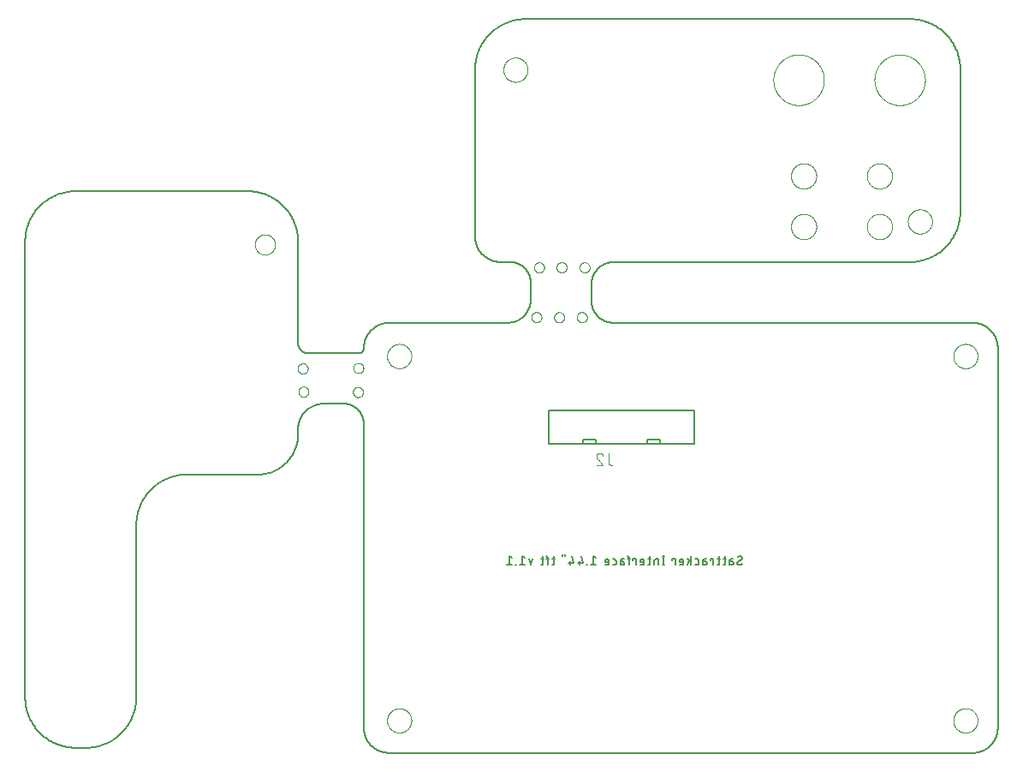
<source format=gbo>
G75*
%MOIN*%
%OFA0B0*%
%FSLAX25Y25*%
%IPPOS*%
%LPD*%
%AMOC8*
5,1,8,0,0,1.08239X$1,22.5*
%
%ADD10C,0.00000*%
%ADD11C,0.00600*%
%ADD12C,0.00500*%
%ADD13C,0.00400*%
D10*
X0173741Y0078859D02*
X0173743Y0078996D01*
X0173749Y0079134D01*
X0173759Y0079271D01*
X0173773Y0079407D01*
X0173791Y0079544D01*
X0173813Y0079679D01*
X0173839Y0079814D01*
X0173868Y0079948D01*
X0173902Y0080082D01*
X0173939Y0080214D01*
X0173981Y0080345D01*
X0174026Y0080475D01*
X0174075Y0080603D01*
X0174127Y0080730D01*
X0174184Y0080855D01*
X0174243Y0080979D01*
X0174307Y0081101D01*
X0174374Y0081221D01*
X0174444Y0081339D01*
X0174518Y0081455D01*
X0174595Y0081569D01*
X0174676Y0081680D01*
X0174759Y0081789D01*
X0174846Y0081896D01*
X0174936Y0081999D01*
X0175029Y0082101D01*
X0175125Y0082199D01*
X0175223Y0082295D01*
X0175325Y0082388D01*
X0175428Y0082478D01*
X0175535Y0082565D01*
X0175644Y0082648D01*
X0175755Y0082729D01*
X0175869Y0082806D01*
X0175985Y0082880D01*
X0176103Y0082950D01*
X0176223Y0083017D01*
X0176345Y0083081D01*
X0176469Y0083140D01*
X0176594Y0083197D01*
X0176721Y0083249D01*
X0176849Y0083298D01*
X0176979Y0083343D01*
X0177110Y0083385D01*
X0177242Y0083422D01*
X0177376Y0083456D01*
X0177510Y0083485D01*
X0177645Y0083511D01*
X0177780Y0083533D01*
X0177917Y0083551D01*
X0178053Y0083565D01*
X0178190Y0083575D01*
X0178328Y0083581D01*
X0178465Y0083583D01*
X0178602Y0083581D01*
X0178740Y0083575D01*
X0178877Y0083565D01*
X0179013Y0083551D01*
X0179150Y0083533D01*
X0179285Y0083511D01*
X0179420Y0083485D01*
X0179554Y0083456D01*
X0179688Y0083422D01*
X0179820Y0083385D01*
X0179951Y0083343D01*
X0180081Y0083298D01*
X0180209Y0083249D01*
X0180336Y0083197D01*
X0180461Y0083140D01*
X0180585Y0083081D01*
X0180707Y0083017D01*
X0180827Y0082950D01*
X0180945Y0082880D01*
X0181061Y0082806D01*
X0181175Y0082729D01*
X0181286Y0082648D01*
X0181395Y0082565D01*
X0181502Y0082478D01*
X0181605Y0082388D01*
X0181707Y0082295D01*
X0181805Y0082199D01*
X0181901Y0082101D01*
X0181994Y0081999D01*
X0182084Y0081896D01*
X0182171Y0081789D01*
X0182254Y0081680D01*
X0182335Y0081569D01*
X0182412Y0081455D01*
X0182486Y0081339D01*
X0182556Y0081221D01*
X0182623Y0081101D01*
X0182687Y0080979D01*
X0182746Y0080855D01*
X0182803Y0080730D01*
X0182855Y0080603D01*
X0182904Y0080475D01*
X0182949Y0080345D01*
X0182991Y0080214D01*
X0183028Y0080082D01*
X0183062Y0079948D01*
X0183091Y0079814D01*
X0183117Y0079679D01*
X0183139Y0079544D01*
X0183157Y0079407D01*
X0183171Y0079271D01*
X0183181Y0079134D01*
X0183187Y0078996D01*
X0183189Y0078859D01*
X0183187Y0078722D01*
X0183181Y0078584D01*
X0183171Y0078447D01*
X0183157Y0078311D01*
X0183139Y0078174D01*
X0183117Y0078039D01*
X0183091Y0077904D01*
X0183062Y0077770D01*
X0183028Y0077636D01*
X0182991Y0077504D01*
X0182949Y0077373D01*
X0182904Y0077243D01*
X0182855Y0077115D01*
X0182803Y0076988D01*
X0182746Y0076863D01*
X0182687Y0076739D01*
X0182623Y0076617D01*
X0182556Y0076497D01*
X0182486Y0076379D01*
X0182412Y0076263D01*
X0182335Y0076149D01*
X0182254Y0076038D01*
X0182171Y0075929D01*
X0182084Y0075822D01*
X0181994Y0075719D01*
X0181901Y0075617D01*
X0181805Y0075519D01*
X0181707Y0075423D01*
X0181605Y0075330D01*
X0181502Y0075240D01*
X0181395Y0075153D01*
X0181286Y0075070D01*
X0181175Y0074989D01*
X0181061Y0074912D01*
X0180945Y0074838D01*
X0180827Y0074768D01*
X0180707Y0074701D01*
X0180585Y0074637D01*
X0180461Y0074578D01*
X0180336Y0074521D01*
X0180209Y0074469D01*
X0180081Y0074420D01*
X0179951Y0074375D01*
X0179820Y0074333D01*
X0179688Y0074296D01*
X0179554Y0074262D01*
X0179420Y0074233D01*
X0179285Y0074207D01*
X0179150Y0074185D01*
X0179013Y0074167D01*
X0178877Y0074153D01*
X0178740Y0074143D01*
X0178602Y0074137D01*
X0178465Y0074135D01*
X0178328Y0074137D01*
X0178190Y0074143D01*
X0178053Y0074153D01*
X0177917Y0074167D01*
X0177780Y0074185D01*
X0177645Y0074207D01*
X0177510Y0074233D01*
X0177376Y0074262D01*
X0177242Y0074296D01*
X0177110Y0074333D01*
X0176979Y0074375D01*
X0176849Y0074420D01*
X0176721Y0074469D01*
X0176594Y0074521D01*
X0176469Y0074578D01*
X0176345Y0074637D01*
X0176223Y0074701D01*
X0176103Y0074768D01*
X0175985Y0074838D01*
X0175869Y0074912D01*
X0175755Y0074989D01*
X0175644Y0075070D01*
X0175535Y0075153D01*
X0175428Y0075240D01*
X0175325Y0075330D01*
X0175223Y0075423D01*
X0175125Y0075519D01*
X0175029Y0075617D01*
X0174936Y0075719D01*
X0174846Y0075822D01*
X0174759Y0075929D01*
X0174676Y0076038D01*
X0174595Y0076149D01*
X0174518Y0076263D01*
X0174444Y0076379D01*
X0174374Y0076497D01*
X0174307Y0076617D01*
X0174243Y0076739D01*
X0174184Y0076863D01*
X0174127Y0076988D01*
X0174075Y0077115D01*
X0174026Y0077243D01*
X0173981Y0077373D01*
X0173939Y0077504D01*
X0173902Y0077636D01*
X0173868Y0077770D01*
X0173839Y0077904D01*
X0173813Y0078039D01*
X0173791Y0078174D01*
X0173773Y0078311D01*
X0173759Y0078447D01*
X0173749Y0078584D01*
X0173743Y0078722D01*
X0173741Y0078859D01*
X0160446Y0206581D02*
X0160448Y0206669D01*
X0160454Y0206757D01*
X0160464Y0206845D01*
X0160478Y0206933D01*
X0160495Y0207019D01*
X0160517Y0207105D01*
X0160542Y0207189D01*
X0160572Y0207273D01*
X0160604Y0207355D01*
X0160641Y0207435D01*
X0160681Y0207514D01*
X0160725Y0207591D01*
X0160772Y0207666D01*
X0160822Y0207738D01*
X0160876Y0207809D01*
X0160932Y0207876D01*
X0160992Y0207942D01*
X0161054Y0208004D01*
X0161120Y0208064D01*
X0161187Y0208120D01*
X0161258Y0208174D01*
X0161330Y0208224D01*
X0161405Y0208271D01*
X0161482Y0208315D01*
X0161561Y0208355D01*
X0161641Y0208392D01*
X0161723Y0208424D01*
X0161807Y0208454D01*
X0161891Y0208479D01*
X0161977Y0208501D01*
X0162063Y0208518D01*
X0162151Y0208532D01*
X0162239Y0208542D01*
X0162327Y0208548D01*
X0162415Y0208550D01*
X0162503Y0208548D01*
X0162591Y0208542D01*
X0162679Y0208532D01*
X0162767Y0208518D01*
X0162853Y0208501D01*
X0162939Y0208479D01*
X0163023Y0208454D01*
X0163107Y0208424D01*
X0163189Y0208392D01*
X0163269Y0208355D01*
X0163348Y0208315D01*
X0163425Y0208271D01*
X0163500Y0208224D01*
X0163572Y0208174D01*
X0163643Y0208120D01*
X0163710Y0208064D01*
X0163776Y0208004D01*
X0163838Y0207942D01*
X0163898Y0207876D01*
X0163954Y0207809D01*
X0164008Y0207738D01*
X0164058Y0207666D01*
X0164105Y0207591D01*
X0164149Y0207514D01*
X0164189Y0207435D01*
X0164226Y0207355D01*
X0164258Y0207273D01*
X0164288Y0207189D01*
X0164313Y0207105D01*
X0164335Y0207019D01*
X0164352Y0206933D01*
X0164366Y0206845D01*
X0164376Y0206757D01*
X0164382Y0206669D01*
X0164384Y0206581D01*
X0164382Y0206493D01*
X0164376Y0206405D01*
X0164366Y0206317D01*
X0164352Y0206229D01*
X0164335Y0206143D01*
X0164313Y0206057D01*
X0164288Y0205973D01*
X0164258Y0205889D01*
X0164226Y0205807D01*
X0164189Y0205727D01*
X0164149Y0205648D01*
X0164105Y0205571D01*
X0164058Y0205496D01*
X0164008Y0205424D01*
X0163954Y0205353D01*
X0163898Y0205286D01*
X0163838Y0205220D01*
X0163776Y0205158D01*
X0163710Y0205098D01*
X0163643Y0205042D01*
X0163572Y0204988D01*
X0163500Y0204938D01*
X0163425Y0204891D01*
X0163348Y0204847D01*
X0163269Y0204807D01*
X0163189Y0204770D01*
X0163107Y0204738D01*
X0163023Y0204708D01*
X0162939Y0204683D01*
X0162853Y0204661D01*
X0162767Y0204644D01*
X0162679Y0204630D01*
X0162591Y0204620D01*
X0162503Y0204614D01*
X0162415Y0204612D01*
X0162327Y0204614D01*
X0162239Y0204620D01*
X0162151Y0204630D01*
X0162063Y0204644D01*
X0161977Y0204661D01*
X0161891Y0204683D01*
X0161807Y0204708D01*
X0161723Y0204738D01*
X0161641Y0204770D01*
X0161561Y0204807D01*
X0161482Y0204847D01*
X0161405Y0204891D01*
X0161330Y0204938D01*
X0161258Y0204988D01*
X0161187Y0205042D01*
X0161120Y0205098D01*
X0161054Y0205158D01*
X0160992Y0205220D01*
X0160932Y0205286D01*
X0160876Y0205353D01*
X0160822Y0205424D01*
X0160772Y0205496D01*
X0160725Y0205571D01*
X0160681Y0205648D01*
X0160641Y0205727D01*
X0160604Y0205807D01*
X0160572Y0205889D01*
X0160542Y0205973D01*
X0160517Y0206057D01*
X0160495Y0206143D01*
X0160478Y0206229D01*
X0160464Y0206317D01*
X0160454Y0206405D01*
X0160448Y0206493D01*
X0160446Y0206581D01*
X0160574Y0215967D02*
X0160576Y0216055D01*
X0160582Y0216143D01*
X0160592Y0216231D01*
X0160606Y0216319D01*
X0160623Y0216405D01*
X0160645Y0216491D01*
X0160670Y0216575D01*
X0160700Y0216659D01*
X0160732Y0216741D01*
X0160769Y0216821D01*
X0160809Y0216900D01*
X0160853Y0216977D01*
X0160900Y0217052D01*
X0160950Y0217124D01*
X0161004Y0217195D01*
X0161060Y0217262D01*
X0161120Y0217328D01*
X0161182Y0217390D01*
X0161248Y0217450D01*
X0161315Y0217506D01*
X0161386Y0217560D01*
X0161458Y0217610D01*
X0161533Y0217657D01*
X0161610Y0217701D01*
X0161689Y0217741D01*
X0161769Y0217778D01*
X0161851Y0217810D01*
X0161935Y0217840D01*
X0162019Y0217865D01*
X0162105Y0217887D01*
X0162191Y0217904D01*
X0162279Y0217918D01*
X0162367Y0217928D01*
X0162455Y0217934D01*
X0162543Y0217936D01*
X0162631Y0217934D01*
X0162719Y0217928D01*
X0162807Y0217918D01*
X0162895Y0217904D01*
X0162981Y0217887D01*
X0163067Y0217865D01*
X0163151Y0217840D01*
X0163235Y0217810D01*
X0163317Y0217778D01*
X0163397Y0217741D01*
X0163476Y0217701D01*
X0163553Y0217657D01*
X0163628Y0217610D01*
X0163700Y0217560D01*
X0163771Y0217506D01*
X0163838Y0217450D01*
X0163904Y0217390D01*
X0163966Y0217328D01*
X0164026Y0217262D01*
X0164082Y0217195D01*
X0164136Y0217124D01*
X0164186Y0217052D01*
X0164233Y0216977D01*
X0164277Y0216900D01*
X0164317Y0216821D01*
X0164354Y0216741D01*
X0164386Y0216659D01*
X0164416Y0216575D01*
X0164441Y0216491D01*
X0164463Y0216405D01*
X0164480Y0216319D01*
X0164494Y0216231D01*
X0164504Y0216143D01*
X0164510Y0216055D01*
X0164512Y0215967D01*
X0164510Y0215879D01*
X0164504Y0215791D01*
X0164494Y0215703D01*
X0164480Y0215615D01*
X0164463Y0215529D01*
X0164441Y0215443D01*
X0164416Y0215359D01*
X0164386Y0215275D01*
X0164354Y0215193D01*
X0164317Y0215113D01*
X0164277Y0215034D01*
X0164233Y0214957D01*
X0164186Y0214882D01*
X0164136Y0214810D01*
X0164082Y0214739D01*
X0164026Y0214672D01*
X0163966Y0214606D01*
X0163904Y0214544D01*
X0163838Y0214484D01*
X0163771Y0214428D01*
X0163700Y0214374D01*
X0163628Y0214324D01*
X0163553Y0214277D01*
X0163476Y0214233D01*
X0163397Y0214193D01*
X0163317Y0214156D01*
X0163235Y0214124D01*
X0163151Y0214094D01*
X0163067Y0214069D01*
X0162981Y0214047D01*
X0162895Y0214030D01*
X0162807Y0214016D01*
X0162719Y0214006D01*
X0162631Y0214000D01*
X0162543Y0213998D01*
X0162455Y0214000D01*
X0162367Y0214006D01*
X0162279Y0214016D01*
X0162191Y0214030D01*
X0162105Y0214047D01*
X0162019Y0214069D01*
X0161935Y0214094D01*
X0161851Y0214124D01*
X0161769Y0214156D01*
X0161689Y0214193D01*
X0161610Y0214233D01*
X0161533Y0214277D01*
X0161458Y0214324D01*
X0161386Y0214374D01*
X0161315Y0214428D01*
X0161248Y0214484D01*
X0161182Y0214544D01*
X0161120Y0214606D01*
X0161060Y0214672D01*
X0161004Y0214739D01*
X0160950Y0214810D01*
X0160900Y0214882D01*
X0160853Y0214957D01*
X0160809Y0215034D01*
X0160769Y0215113D01*
X0160732Y0215193D01*
X0160700Y0215275D01*
X0160670Y0215359D01*
X0160645Y0215443D01*
X0160623Y0215529D01*
X0160606Y0215615D01*
X0160592Y0215703D01*
X0160582Y0215791D01*
X0160576Y0215879D01*
X0160574Y0215967D01*
X0173741Y0220591D02*
X0173743Y0220728D01*
X0173749Y0220866D01*
X0173759Y0221003D01*
X0173773Y0221139D01*
X0173791Y0221276D01*
X0173813Y0221411D01*
X0173839Y0221546D01*
X0173868Y0221680D01*
X0173902Y0221814D01*
X0173939Y0221946D01*
X0173981Y0222077D01*
X0174026Y0222207D01*
X0174075Y0222335D01*
X0174127Y0222462D01*
X0174184Y0222587D01*
X0174243Y0222711D01*
X0174307Y0222833D01*
X0174374Y0222953D01*
X0174444Y0223071D01*
X0174518Y0223187D01*
X0174595Y0223301D01*
X0174676Y0223412D01*
X0174759Y0223521D01*
X0174846Y0223628D01*
X0174936Y0223731D01*
X0175029Y0223833D01*
X0175125Y0223931D01*
X0175223Y0224027D01*
X0175325Y0224120D01*
X0175428Y0224210D01*
X0175535Y0224297D01*
X0175644Y0224380D01*
X0175755Y0224461D01*
X0175869Y0224538D01*
X0175985Y0224612D01*
X0176103Y0224682D01*
X0176223Y0224749D01*
X0176345Y0224813D01*
X0176469Y0224872D01*
X0176594Y0224929D01*
X0176721Y0224981D01*
X0176849Y0225030D01*
X0176979Y0225075D01*
X0177110Y0225117D01*
X0177242Y0225154D01*
X0177376Y0225188D01*
X0177510Y0225217D01*
X0177645Y0225243D01*
X0177780Y0225265D01*
X0177917Y0225283D01*
X0178053Y0225297D01*
X0178190Y0225307D01*
X0178328Y0225313D01*
X0178465Y0225315D01*
X0178602Y0225313D01*
X0178740Y0225307D01*
X0178877Y0225297D01*
X0179013Y0225283D01*
X0179150Y0225265D01*
X0179285Y0225243D01*
X0179420Y0225217D01*
X0179554Y0225188D01*
X0179688Y0225154D01*
X0179820Y0225117D01*
X0179951Y0225075D01*
X0180081Y0225030D01*
X0180209Y0224981D01*
X0180336Y0224929D01*
X0180461Y0224872D01*
X0180585Y0224813D01*
X0180707Y0224749D01*
X0180827Y0224682D01*
X0180945Y0224612D01*
X0181061Y0224538D01*
X0181175Y0224461D01*
X0181286Y0224380D01*
X0181395Y0224297D01*
X0181502Y0224210D01*
X0181605Y0224120D01*
X0181707Y0224027D01*
X0181805Y0223931D01*
X0181901Y0223833D01*
X0181994Y0223731D01*
X0182084Y0223628D01*
X0182171Y0223521D01*
X0182254Y0223412D01*
X0182335Y0223301D01*
X0182412Y0223187D01*
X0182486Y0223071D01*
X0182556Y0222953D01*
X0182623Y0222833D01*
X0182687Y0222711D01*
X0182746Y0222587D01*
X0182803Y0222462D01*
X0182855Y0222335D01*
X0182904Y0222207D01*
X0182949Y0222077D01*
X0182991Y0221946D01*
X0183028Y0221814D01*
X0183062Y0221680D01*
X0183091Y0221546D01*
X0183117Y0221411D01*
X0183139Y0221276D01*
X0183157Y0221139D01*
X0183171Y0221003D01*
X0183181Y0220866D01*
X0183187Y0220728D01*
X0183189Y0220591D01*
X0183187Y0220454D01*
X0183181Y0220316D01*
X0183171Y0220179D01*
X0183157Y0220043D01*
X0183139Y0219906D01*
X0183117Y0219771D01*
X0183091Y0219636D01*
X0183062Y0219502D01*
X0183028Y0219368D01*
X0182991Y0219236D01*
X0182949Y0219105D01*
X0182904Y0218975D01*
X0182855Y0218847D01*
X0182803Y0218720D01*
X0182746Y0218595D01*
X0182687Y0218471D01*
X0182623Y0218349D01*
X0182556Y0218229D01*
X0182486Y0218111D01*
X0182412Y0217995D01*
X0182335Y0217881D01*
X0182254Y0217770D01*
X0182171Y0217661D01*
X0182084Y0217554D01*
X0181994Y0217451D01*
X0181901Y0217349D01*
X0181805Y0217251D01*
X0181707Y0217155D01*
X0181605Y0217062D01*
X0181502Y0216972D01*
X0181395Y0216885D01*
X0181286Y0216802D01*
X0181175Y0216721D01*
X0181061Y0216644D01*
X0180945Y0216570D01*
X0180827Y0216500D01*
X0180707Y0216433D01*
X0180585Y0216369D01*
X0180461Y0216310D01*
X0180336Y0216253D01*
X0180209Y0216201D01*
X0180081Y0216152D01*
X0179951Y0216107D01*
X0179820Y0216065D01*
X0179688Y0216028D01*
X0179554Y0215994D01*
X0179420Y0215965D01*
X0179285Y0215939D01*
X0179150Y0215917D01*
X0179013Y0215899D01*
X0178877Y0215885D01*
X0178740Y0215875D01*
X0178602Y0215869D01*
X0178465Y0215867D01*
X0178328Y0215869D01*
X0178190Y0215875D01*
X0178053Y0215885D01*
X0177917Y0215899D01*
X0177780Y0215917D01*
X0177645Y0215939D01*
X0177510Y0215965D01*
X0177376Y0215994D01*
X0177242Y0216028D01*
X0177110Y0216065D01*
X0176979Y0216107D01*
X0176849Y0216152D01*
X0176721Y0216201D01*
X0176594Y0216253D01*
X0176469Y0216310D01*
X0176345Y0216369D01*
X0176223Y0216433D01*
X0176103Y0216500D01*
X0175985Y0216570D01*
X0175869Y0216644D01*
X0175755Y0216721D01*
X0175644Y0216802D01*
X0175535Y0216885D01*
X0175428Y0216972D01*
X0175325Y0217062D01*
X0175223Y0217155D01*
X0175125Y0217251D01*
X0175029Y0217349D01*
X0174936Y0217451D01*
X0174846Y0217554D01*
X0174759Y0217661D01*
X0174676Y0217770D01*
X0174595Y0217881D01*
X0174518Y0217995D01*
X0174444Y0218111D01*
X0174374Y0218229D01*
X0174307Y0218349D01*
X0174243Y0218471D01*
X0174184Y0218595D01*
X0174127Y0218720D01*
X0174075Y0218847D01*
X0174026Y0218975D01*
X0173981Y0219105D01*
X0173939Y0219236D01*
X0173902Y0219368D01*
X0173868Y0219502D01*
X0173839Y0219636D01*
X0173813Y0219771D01*
X0173791Y0219906D01*
X0173773Y0220043D01*
X0173759Y0220179D01*
X0173749Y0220316D01*
X0173743Y0220454D01*
X0173741Y0220591D01*
X0138939Y0215776D02*
X0138941Y0215864D01*
X0138947Y0215952D01*
X0138957Y0216040D01*
X0138971Y0216128D01*
X0138988Y0216214D01*
X0139010Y0216300D01*
X0139035Y0216384D01*
X0139065Y0216468D01*
X0139097Y0216550D01*
X0139134Y0216630D01*
X0139174Y0216709D01*
X0139218Y0216786D01*
X0139265Y0216861D01*
X0139315Y0216933D01*
X0139369Y0217004D01*
X0139425Y0217071D01*
X0139485Y0217137D01*
X0139547Y0217199D01*
X0139613Y0217259D01*
X0139680Y0217315D01*
X0139751Y0217369D01*
X0139823Y0217419D01*
X0139898Y0217466D01*
X0139975Y0217510D01*
X0140054Y0217550D01*
X0140134Y0217587D01*
X0140216Y0217619D01*
X0140300Y0217649D01*
X0140384Y0217674D01*
X0140470Y0217696D01*
X0140556Y0217713D01*
X0140644Y0217727D01*
X0140732Y0217737D01*
X0140820Y0217743D01*
X0140908Y0217745D01*
X0140996Y0217743D01*
X0141084Y0217737D01*
X0141172Y0217727D01*
X0141260Y0217713D01*
X0141346Y0217696D01*
X0141432Y0217674D01*
X0141516Y0217649D01*
X0141600Y0217619D01*
X0141682Y0217587D01*
X0141762Y0217550D01*
X0141841Y0217510D01*
X0141918Y0217466D01*
X0141993Y0217419D01*
X0142065Y0217369D01*
X0142136Y0217315D01*
X0142203Y0217259D01*
X0142269Y0217199D01*
X0142331Y0217137D01*
X0142391Y0217071D01*
X0142447Y0217004D01*
X0142501Y0216933D01*
X0142551Y0216861D01*
X0142598Y0216786D01*
X0142642Y0216709D01*
X0142682Y0216630D01*
X0142719Y0216550D01*
X0142751Y0216468D01*
X0142781Y0216384D01*
X0142806Y0216300D01*
X0142828Y0216214D01*
X0142845Y0216128D01*
X0142859Y0216040D01*
X0142869Y0215952D01*
X0142875Y0215864D01*
X0142877Y0215776D01*
X0142875Y0215688D01*
X0142869Y0215600D01*
X0142859Y0215512D01*
X0142845Y0215424D01*
X0142828Y0215338D01*
X0142806Y0215252D01*
X0142781Y0215168D01*
X0142751Y0215084D01*
X0142719Y0215002D01*
X0142682Y0214922D01*
X0142642Y0214843D01*
X0142598Y0214766D01*
X0142551Y0214691D01*
X0142501Y0214619D01*
X0142447Y0214548D01*
X0142391Y0214481D01*
X0142331Y0214415D01*
X0142269Y0214353D01*
X0142203Y0214293D01*
X0142136Y0214237D01*
X0142065Y0214183D01*
X0141993Y0214133D01*
X0141918Y0214086D01*
X0141841Y0214042D01*
X0141762Y0214002D01*
X0141682Y0213965D01*
X0141600Y0213933D01*
X0141516Y0213903D01*
X0141432Y0213878D01*
X0141346Y0213856D01*
X0141260Y0213839D01*
X0141172Y0213825D01*
X0141084Y0213815D01*
X0140996Y0213809D01*
X0140908Y0213807D01*
X0140820Y0213809D01*
X0140732Y0213815D01*
X0140644Y0213825D01*
X0140556Y0213839D01*
X0140470Y0213856D01*
X0140384Y0213878D01*
X0140300Y0213903D01*
X0140216Y0213933D01*
X0140134Y0213965D01*
X0140054Y0214002D01*
X0139975Y0214042D01*
X0139898Y0214086D01*
X0139823Y0214133D01*
X0139751Y0214183D01*
X0139680Y0214237D01*
X0139613Y0214293D01*
X0139547Y0214353D01*
X0139485Y0214415D01*
X0139425Y0214481D01*
X0139369Y0214548D01*
X0139315Y0214619D01*
X0139265Y0214691D01*
X0139218Y0214766D01*
X0139174Y0214843D01*
X0139134Y0214922D01*
X0139097Y0215002D01*
X0139065Y0215084D01*
X0139035Y0215168D01*
X0139010Y0215252D01*
X0138988Y0215338D01*
X0138971Y0215424D01*
X0138957Y0215512D01*
X0138947Y0215600D01*
X0138941Y0215688D01*
X0138939Y0215776D01*
X0139194Y0206773D02*
X0139196Y0206861D01*
X0139202Y0206949D01*
X0139212Y0207037D01*
X0139226Y0207125D01*
X0139243Y0207211D01*
X0139265Y0207297D01*
X0139290Y0207381D01*
X0139320Y0207465D01*
X0139352Y0207547D01*
X0139389Y0207627D01*
X0139429Y0207706D01*
X0139473Y0207783D01*
X0139520Y0207858D01*
X0139570Y0207930D01*
X0139624Y0208001D01*
X0139680Y0208068D01*
X0139740Y0208134D01*
X0139802Y0208196D01*
X0139868Y0208256D01*
X0139935Y0208312D01*
X0140006Y0208366D01*
X0140078Y0208416D01*
X0140153Y0208463D01*
X0140230Y0208507D01*
X0140309Y0208547D01*
X0140389Y0208584D01*
X0140471Y0208616D01*
X0140555Y0208646D01*
X0140639Y0208671D01*
X0140725Y0208693D01*
X0140811Y0208710D01*
X0140899Y0208724D01*
X0140987Y0208734D01*
X0141075Y0208740D01*
X0141163Y0208742D01*
X0141251Y0208740D01*
X0141339Y0208734D01*
X0141427Y0208724D01*
X0141515Y0208710D01*
X0141601Y0208693D01*
X0141687Y0208671D01*
X0141771Y0208646D01*
X0141855Y0208616D01*
X0141937Y0208584D01*
X0142017Y0208547D01*
X0142096Y0208507D01*
X0142173Y0208463D01*
X0142248Y0208416D01*
X0142320Y0208366D01*
X0142391Y0208312D01*
X0142458Y0208256D01*
X0142524Y0208196D01*
X0142586Y0208134D01*
X0142646Y0208068D01*
X0142702Y0208001D01*
X0142756Y0207930D01*
X0142806Y0207858D01*
X0142853Y0207783D01*
X0142897Y0207706D01*
X0142937Y0207627D01*
X0142974Y0207547D01*
X0143006Y0207465D01*
X0143036Y0207381D01*
X0143061Y0207297D01*
X0143083Y0207211D01*
X0143100Y0207125D01*
X0143114Y0207037D01*
X0143124Y0206949D01*
X0143130Y0206861D01*
X0143132Y0206773D01*
X0143130Y0206685D01*
X0143124Y0206597D01*
X0143114Y0206509D01*
X0143100Y0206421D01*
X0143083Y0206335D01*
X0143061Y0206249D01*
X0143036Y0206165D01*
X0143006Y0206081D01*
X0142974Y0205999D01*
X0142937Y0205919D01*
X0142897Y0205840D01*
X0142853Y0205763D01*
X0142806Y0205688D01*
X0142756Y0205616D01*
X0142702Y0205545D01*
X0142646Y0205478D01*
X0142586Y0205412D01*
X0142524Y0205350D01*
X0142458Y0205290D01*
X0142391Y0205234D01*
X0142320Y0205180D01*
X0142248Y0205130D01*
X0142173Y0205083D01*
X0142096Y0205039D01*
X0142017Y0204999D01*
X0141937Y0204962D01*
X0141855Y0204930D01*
X0141771Y0204900D01*
X0141687Y0204875D01*
X0141601Y0204853D01*
X0141515Y0204836D01*
X0141427Y0204822D01*
X0141339Y0204812D01*
X0141251Y0204806D01*
X0141163Y0204804D01*
X0141075Y0204806D01*
X0140987Y0204812D01*
X0140899Y0204822D01*
X0140811Y0204836D01*
X0140725Y0204853D01*
X0140639Y0204875D01*
X0140555Y0204900D01*
X0140471Y0204930D01*
X0140389Y0204962D01*
X0140309Y0204999D01*
X0140230Y0205039D01*
X0140153Y0205083D01*
X0140078Y0205130D01*
X0140006Y0205180D01*
X0139935Y0205234D01*
X0139868Y0205290D01*
X0139802Y0205350D01*
X0139740Y0205412D01*
X0139680Y0205478D01*
X0139624Y0205545D01*
X0139570Y0205616D01*
X0139520Y0205688D01*
X0139473Y0205763D01*
X0139429Y0205840D01*
X0139389Y0205919D01*
X0139352Y0205999D01*
X0139320Y0206081D01*
X0139290Y0206165D01*
X0139265Y0206249D01*
X0139243Y0206335D01*
X0139226Y0206421D01*
X0139212Y0206509D01*
X0139202Y0206597D01*
X0139196Y0206685D01*
X0139194Y0206773D01*
X0122259Y0264014D02*
X0122261Y0264139D01*
X0122267Y0264264D01*
X0122277Y0264388D01*
X0122291Y0264512D01*
X0122308Y0264636D01*
X0122330Y0264759D01*
X0122356Y0264881D01*
X0122385Y0265003D01*
X0122418Y0265123D01*
X0122456Y0265242D01*
X0122496Y0265361D01*
X0122541Y0265477D01*
X0122589Y0265592D01*
X0122641Y0265706D01*
X0122697Y0265818D01*
X0122756Y0265928D01*
X0122818Y0266036D01*
X0122884Y0266143D01*
X0122953Y0266247D01*
X0123026Y0266348D01*
X0123101Y0266448D01*
X0123180Y0266545D01*
X0123262Y0266639D01*
X0123347Y0266731D01*
X0123434Y0266820D01*
X0123525Y0266906D01*
X0123618Y0266989D01*
X0123714Y0267070D01*
X0123812Y0267147D01*
X0123912Y0267221D01*
X0124015Y0267292D01*
X0124120Y0267359D01*
X0124228Y0267424D01*
X0124337Y0267484D01*
X0124448Y0267542D01*
X0124561Y0267595D01*
X0124675Y0267645D01*
X0124791Y0267692D01*
X0124908Y0267734D01*
X0125027Y0267773D01*
X0125147Y0267809D01*
X0125268Y0267840D01*
X0125390Y0267868D01*
X0125512Y0267891D01*
X0125636Y0267911D01*
X0125760Y0267927D01*
X0125884Y0267939D01*
X0126009Y0267947D01*
X0126134Y0267951D01*
X0126258Y0267951D01*
X0126383Y0267947D01*
X0126508Y0267939D01*
X0126632Y0267927D01*
X0126756Y0267911D01*
X0126880Y0267891D01*
X0127002Y0267868D01*
X0127124Y0267840D01*
X0127245Y0267809D01*
X0127365Y0267773D01*
X0127484Y0267734D01*
X0127601Y0267692D01*
X0127717Y0267645D01*
X0127831Y0267595D01*
X0127944Y0267542D01*
X0128055Y0267484D01*
X0128165Y0267424D01*
X0128272Y0267359D01*
X0128377Y0267292D01*
X0128480Y0267221D01*
X0128580Y0267147D01*
X0128678Y0267070D01*
X0128774Y0266989D01*
X0128867Y0266906D01*
X0128958Y0266820D01*
X0129045Y0266731D01*
X0129130Y0266639D01*
X0129212Y0266545D01*
X0129291Y0266448D01*
X0129366Y0266348D01*
X0129439Y0266247D01*
X0129508Y0266143D01*
X0129574Y0266036D01*
X0129636Y0265928D01*
X0129695Y0265818D01*
X0129751Y0265706D01*
X0129803Y0265592D01*
X0129851Y0265477D01*
X0129896Y0265361D01*
X0129936Y0265242D01*
X0129974Y0265123D01*
X0130007Y0265003D01*
X0130036Y0264881D01*
X0130062Y0264759D01*
X0130084Y0264636D01*
X0130101Y0264512D01*
X0130115Y0264388D01*
X0130125Y0264264D01*
X0130131Y0264139D01*
X0130133Y0264014D01*
X0130131Y0263889D01*
X0130125Y0263764D01*
X0130115Y0263640D01*
X0130101Y0263516D01*
X0130084Y0263392D01*
X0130062Y0263269D01*
X0130036Y0263147D01*
X0130007Y0263025D01*
X0129974Y0262905D01*
X0129936Y0262786D01*
X0129896Y0262667D01*
X0129851Y0262551D01*
X0129803Y0262436D01*
X0129751Y0262322D01*
X0129695Y0262210D01*
X0129636Y0262100D01*
X0129574Y0261992D01*
X0129508Y0261885D01*
X0129439Y0261781D01*
X0129366Y0261680D01*
X0129291Y0261580D01*
X0129212Y0261483D01*
X0129130Y0261389D01*
X0129045Y0261297D01*
X0128958Y0261208D01*
X0128867Y0261122D01*
X0128774Y0261039D01*
X0128678Y0260958D01*
X0128580Y0260881D01*
X0128480Y0260807D01*
X0128377Y0260736D01*
X0128272Y0260669D01*
X0128164Y0260604D01*
X0128055Y0260544D01*
X0127944Y0260486D01*
X0127831Y0260433D01*
X0127717Y0260383D01*
X0127601Y0260336D01*
X0127484Y0260294D01*
X0127365Y0260255D01*
X0127245Y0260219D01*
X0127124Y0260188D01*
X0127002Y0260160D01*
X0126880Y0260137D01*
X0126756Y0260117D01*
X0126632Y0260101D01*
X0126508Y0260089D01*
X0126383Y0260081D01*
X0126258Y0260077D01*
X0126134Y0260077D01*
X0126009Y0260081D01*
X0125884Y0260089D01*
X0125760Y0260101D01*
X0125636Y0260117D01*
X0125512Y0260137D01*
X0125390Y0260160D01*
X0125268Y0260188D01*
X0125147Y0260219D01*
X0125027Y0260255D01*
X0124908Y0260294D01*
X0124791Y0260336D01*
X0124675Y0260383D01*
X0124561Y0260433D01*
X0124448Y0260486D01*
X0124337Y0260544D01*
X0124227Y0260604D01*
X0124120Y0260669D01*
X0124015Y0260736D01*
X0123912Y0260807D01*
X0123812Y0260881D01*
X0123714Y0260958D01*
X0123618Y0261039D01*
X0123525Y0261122D01*
X0123434Y0261208D01*
X0123347Y0261297D01*
X0123262Y0261389D01*
X0123180Y0261483D01*
X0123101Y0261580D01*
X0123026Y0261680D01*
X0122953Y0261781D01*
X0122884Y0261885D01*
X0122818Y0261992D01*
X0122756Y0262100D01*
X0122697Y0262210D01*
X0122641Y0262322D01*
X0122589Y0262436D01*
X0122541Y0262551D01*
X0122496Y0262667D01*
X0122456Y0262786D01*
X0122418Y0262905D01*
X0122385Y0263025D01*
X0122356Y0263147D01*
X0122330Y0263269D01*
X0122308Y0263392D01*
X0122291Y0263516D01*
X0122277Y0263640D01*
X0122267Y0263764D01*
X0122261Y0263889D01*
X0122259Y0264014D01*
X0219017Y0332009D02*
X0219019Y0332146D01*
X0219025Y0332284D01*
X0219035Y0332421D01*
X0219049Y0332557D01*
X0219067Y0332694D01*
X0219089Y0332829D01*
X0219115Y0332964D01*
X0219144Y0333098D01*
X0219178Y0333232D01*
X0219215Y0333364D01*
X0219257Y0333495D01*
X0219302Y0333625D01*
X0219351Y0333753D01*
X0219403Y0333880D01*
X0219460Y0334005D01*
X0219519Y0334129D01*
X0219583Y0334251D01*
X0219650Y0334371D01*
X0219720Y0334489D01*
X0219794Y0334605D01*
X0219871Y0334719D01*
X0219952Y0334830D01*
X0220035Y0334939D01*
X0220122Y0335046D01*
X0220212Y0335149D01*
X0220305Y0335251D01*
X0220401Y0335349D01*
X0220499Y0335445D01*
X0220601Y0335538D01*
X0220704Y0335628D01*
X0220811Y0335715D01*
X0220920Y0335798D01*
X0221031Y0335879D01*
X0221145Y0335956D01*
X0221261Y0336030D01*
X0221379Y0336100D01*
X0221499Y0336167D01*
X0221621Y0336231D01*
X0221745Y0336290D01*
X0221870Y0336347D01*
X0221997Y0336399D01*
X0222125Y0336448D01*
X0222255Y0336493D01*
X0222386Y0336535D01*
X0222518Y0336572D01*
X0222652Y0336606D01*
X0222786Y0336635D01*
X0222921Y0336661D01*
X0223056Y0336683D01*
X0223193Y0336701D01*
X0223329Y0336715D01*
X0223466Y0336725D01*
X0223604Y0336731D01*
X0223741Y0336733D01*
X0223878Y0336731D01*
X0224016Y0336725D01*
X0224153Y0336715D01*
X0224289Y0336701D01*
X0224426Y0336683D01*
X0224561Y0336661D01*
X0224696Y0336635D01*
X0224830Y0336606D01*
X0224964Y0336572D01*
X0225096Y0336535D01*
X0225227Y0336493D01*
X0225357Y0336448D01*
X0225485Y0336399D01*
X0225612Y0336347D01*
X0225737Y0336290D01*
X0225861Y0336231D01*
X0225983Y0336167D01*
X0226103Y0336100D01*
X0226221Y0336030D01*
X0226337Y0335956D01*
X0226451Y0335879D01*
X0226562Y0335798D01*
X0226671Y0335715D01*
X0226778Y0335628D01*
X0226881Y0335538D01*
X0226983Y0335445D01*
X0227081Y0335349D01*
X0227177Y0335251D01*
X0227270Y0335149D01*
X0227360Y0335046D01*
X0227447Y0334939D01*
X0227530Y0334830D01*
X0227611Y0334719D01*
X0227688Y0334605D01*
X0227762Y0334489D01*
X0227832Y0334371D01*
X0227899Y0334251D01*
X0227963Y0334129D01*
X0228022Y0334005D01*
X0228079Y0333880D01*
X0228131Y0333753D01*
X0228180Y0333625D01*
X0228225Y0333495D01*
X0228267Y0333364D01*
X0228304Y0333232D01*
X0228338Y0333098D01*
X0228367Y0332964D01*
X0228393Y0332829D01*
X0228415Y0332694D01*
X0228433Y0332557D01*
X0228447Y0332421D01*
X0228457Y0332284D01*
X0228463Y0332146D01*
X0228465Y0332009D01*
X0228463Y0331872D01*
X0228457Y0331734D01*
X0228447Y0331597D01*
X0228433Y0331461D01*
X0228415Y0331324D01*
X0228393Y0331189D01*
X0228367Y0331054D01*
X0228338Y0330920D01*
X0228304Y0330786D01*
X0228267Y0330654D01*
X0228225Y0330523D01*
X0228180Y0330393D01*
X0228131Y0330265D01*
X0228079Y0330138D01*
X0228022Y0330013D01*
X0227963Y0329889D01*
X0227899Y0329767D01*
X0227832Y0329647D01*
X0227762Y0329529D01*
X0227688Y0329413D01*
X0227611Y0329299D01*
X0227530Y0329188D01*
X0227447Y0329079D01*
X0227360Y0328972D01*
X0227270Y0328869D01*
X0227177Y0328767D01*
X0227081Y0328669D01*
X0226983Y0328573D01*
X0226881Y0328480D01*
X0226778Y0328390D01*
X0226671Y0328303D01*
X0226562Y0328220D01*
X0226451Y0328139D01*
X0226337Y0328062D01*
X0226221Y0327988D01*
X0226103Y0327918D01*
X0225983Y0327851D01*
X0225861Y0327787D01*
X0225737Y0327728D01*
X0225612Y0327671D01*
X0225485Y0327619D01*
X0225357Y0327570D01*
X0225227Y0327525D01*
X0225096Y0327483D01*
X0224964Y0327446D01*
X0224830Y0327412D01*
X0224696Y0327383D01*
X0224561Y0327357D01*
X0224426Y0327335D01*
X0224289Y0327317D01*
X0224153Y0327303D01*
X0224016Y0327293D01*
X0223878Y0327287D01*
X0223741Y0327285D01*
X0223604Y0327287D01*
X0223466Y0327293D01*
X0223329Y0327303D01*
X0223193Y0327317D01*
X0223056Y0327335D01*
X0222921Y0327357D01*
X0222786Y0327383D01*
X0222652Y0327412D01*
X0222518Y0327446D01*
X0222386Y0327483D01*
X0222255Y0327525D01*
X0222125Y0327570D01*
X0221997Y0327619D01*
X0221870Y0327671D01*
X0221745Y0327728D01*
X0221621Y0327787D01*
X0221499Y0327851D01*
X0221379Y0327918D01*
X0221261Y0327988D01*
X0221145Y0328062D01*
X0221031Y0328139D01*
X0220920Y0328220D01*
X0220811Y0328303D01*
X0220704Y0328390D01*
X0220601Y0328480D01*
X0220499Y0328573D01*
X0220401Y0328669D01*
X0220305Y0328767D01*
X0220212Y0328869D01*
X0220122Y0328972D01*
X0220035Y0329079D01*
X0219952Y0329188D01*
X0219871Y0329299D01*
X0219794Y0329413D01*
X0219720Y0329529D01*
X0219650Y0329647D01*
X0219583Y0329767D01*
X0219519Y0329889D01*
X0219460Y0330013D01*
X0219403Y0330138D01*
X0219351Y0330265D01*
X0219302Y0330393D01*
X0219257Y0330523D01*
X0219215Y0330654D01*
X0219178Y0330786D01*
X0219144Y0330920D01*
X0219115Y0331054D01*
X0219089Y0331189D01*
X0219067Y0331324D01*
X0219049Y0331461D01*
X0219035Y0331597D01*
X0219025Y0331734D01*
X0219019Y0331872D01*
X0219017Y0332009D01*
X0230945Y0255094D02*
X0230947Y0255182D01*
X0230953Y0255270D01*
X0230963Y0255358D01*
X0230977Y0255446D01*
X0230994Y0255532D01*
X0231016Y0255618D01*
X0231041Y0255702D01*
X0231071Y0255786D01*
X0231103Y0255868D01*
X0231140Y0255948D01*
X0231180Y0256027D01*
X0231224Y0256104D01*
X0231271Y0256179D01*
X0231321Y0256251D01*
X0231375Y0256322D01*
X0231431Y0256389D01*
X0231491Y0256455D01*
X0231553Y0256517D01*
X0231619Y0256577D01*
X0231686Y0256633D01*
X0231757Y0256687D01*
X0231829Y0256737D01*
X0231904Y0256784D01*
X0231981Y0256828D01*
X0232060Y0256868D01*
X0232140Y0256905D01*
X0232222Y0256937D01*
X0232306Y0256967D01*
X0232390Y0256992D01*
X0232476Y0257014D01*
X0232562Y0257031D01*
X0232650Y0257045D01*
X0232738Y0257055D01*
X0232826Y0257061D01*
X0232914Y0257063D01*
X0233002Y0257061D01*
X0233090Y0257055D01*
X0233178Y0257045D01*
X0233266Y0257031D01*
X0233352Y0257014D01*
X0233438Y0256992D01*
X0233522Y0256967D01*
X0233606Y0256937D01*
X0233688Y0256905D01*
X0233768Y0256868D01*
X0233847Y0256828D01*
X0233924Y0256784D01*
X0233999Y0256737D01*
X0234071Y0256687D01*
X0234142Y0256633D01*
X0234209Y0256577D01*
X0234275Y0256517D01*
X0234337Y0256455D01*
X0234397Y0256389D01*
X0234453Y0256322D01*
X0234507Y0256251D01*
X0234557Y0256179D01*
X0234604Y0256104D01*
X0234648Y0256027D01*
X0234688Y0255948D01*
X0234725Y0255868D01*
X0234757Y0255786D01*
X0234787Y0255702D01*
X0234812Y0255618D01*
X0234834Y0255532D01*
X0234851Y0255446D01*
X0234865Y0255358D01*
X0234875Y0255270D01*
X0234881Y0255182D01*
X0234883Y0255094D01*
X0234881Y0255006D01*
X0234875Y0254918D01*
X0234865Y0254830D01*
X0234851Y0254742D01*
X0234834Y0254656D01*
X0234812Y0254570D01*
X0234787Y0254486D01*
X0234757Y0254402D01*
X0234725Y0254320D01*
X0234688Y0254240D01*
X0234648Y0254161D01*
X0234604Y0254084D01*
X0234557Y0254009D01*
X0234507Y0253937D01*
X0234453Y0253866D01*
X0234397Y0253799D01*
X0234337Y0253733D01*
X0234275Y0253671D01*
X0234209Y0253611D01*
X0234142Y0253555D01*
X0234071Y0253501D01*
X0233999Y0253451D01*
X0233924Y0253404D01*
X0233847Y0253360D01*
X0233768Y0253320D01*
X0233688Y0253283D01*
X0233606Y0253251D01*
X0233522Y0253221D01*
X0233438Y0253196D01*
X0233352Y0253174D01*
X0233266Y0253157D01*
X0233178Y0253143D01*
X0233090Y0253133D01*
X0233002Y0253127D01*
X0232914Y0253125D01*
X0232826Y0253127D01*
X0232738Y0253133D01*
X0232650Y0253143D01*
X0232562Y0253157D01*
X0232476Y0253174D01*
X0232390Y0253196D01*
X0232306Y0253221D01*
X0232222Y0253251D01*
X0232140Y0253283D01*
X0232060Y0253320D01*
X0231981Y0253360D01*
X0231904Y0253404D01*
X0231829Y0253451D01*
X0231757Y0253501D01*
X0231686Y0253555D01*
X0231619Y0253611D01*
X0231553Y0253671D01*
X0231491Y0253733D01*
X0231431Y0253799D01*
X0231375Y0253866D01*
X0231321Y0253937D01*
X0231271Y0254009D01*
X0231224Y0254084D01*
X0231180Y0254161D01*
X0231140Y0254240D01*
X0231103Y0254320D01*
X0231071Y0254402D01*
X0231041Y0254486D01*
X0231016Y0254570D01*
X0230994Y0254656D01*
X0230977Y0254742D01*
X0230963Y0254830D01*
X0230953Y0254918D01*
X0230947Y0255006D01*
X0230945Y0255094D01*
X0239714Y0255154D02*
X0239716Y0255242D01*
X0239722Y0255330D01*
X0239732Y0255418D01*
X0239746Y0255506D01*
X0239763Y0255592D01*
X0239785Y0255678D01*
X0239810Y0255762D01*
X0239840Y0255846D01*
X0239872Y0255928D01*
X0239909Y0256008D01*
X0239949Y0256087D01*
X0239993Y0256164D01*
X0240040Y0256239D01*
X0240090Y0256311D01*
X0240144Y0256382D01*
X0240200Y0256449D01*
X0240260Y0256515D01*
X0240322Y0256577D01*
X0240388Y0256637D01*
X0240455Y0256693D01*
X0240526Y0256747D01*
X0240598Y0256797D01*
X0240673Y0256844D01*
X0240750Y0256888D01*
X0240829Y0256928D01*
X0240909Y0256965D01*
X0240991Y0256997D01*
X0241075Y0257027D01*
X0241159Y0257052D01*
X0241245Y0257074D01*
X0241331Y0257091D01*
X0241419Y0257105D01*
X0241507Y0257115D01*
X0241595Y0257121D01*
X0241683Y0257123D01*
X0241771Y0257121D01*
X0241859Y0257115D01*
X0241947Y0257105D01*
X0242035Y0257091D01*
X0242121Y0257074D01*
X0242207Y0257052D01*
X0242291Y0257027D01*
X0242375Y0256997D01*
X0242457Y0256965D01*
X0242537Y0256928D01*
X0242616Y0256888D01*
X0242693Y0256844D01*
X0242768Y0256797D01*
X0242840Y0256747D01*
X0242911Y0256693D01*
X0242978Y0256637D01*
X0243044Y0256577D01*
X0243106Y0256515D01*
X0243166Y0256449D01*
X0243222Y0256382D01*
X0243276Y0256311D01*
X0243326Y0256239D01*
X0243373Y0256164D01*
X0243417Y0256087D01*
X0243457Y0256008D01*
X0243494Y0255928D01*
X0243526Y0255846D01*
X0243556Y0255762D01*
X0243581Y0255678D01*
X0243603Y0255592D01*
X0243620Y0255506D01*
X0243634Y0255418D01*
X0243644Y0255330D01*
X0243650Y0255242D01*
X0243652Y0255154D01*
X0243650Y0255066D01*
X0243644Y0254978D01*
X0243634Y0254890D01*
X0243620Y0254802D01*
X0243603Y0254716D01*
X0243581Y0254630D01*
X0243556Y0254546D01*
X0243526Y0254462D01*
X0243494Y0254380D01*
X0243457Y0254300D01*
X0243417Y0254221D01*
X0243373Y0254144D01*
X0243326Y0254069D01*
X0243276Y0253997D01*
X0243222Y0253926D01*
X0243166Y0253859D01*
X0243106Y0253793D01*
X0243044Y0253731D01*
X0242978Y0253671D01*
X0242911Y0253615D01*
X0242840Y0253561D01*
X0242768Y0253511D01*
X0242693Y0253464D01*
X0242616Y0253420D01*
X0242537Y0253380D01*
X0242457Y0253343D01*
X0242375Y0253311D01*
X0242291Y0253281D01*
X0242207Y0253256D01*
X0242121Y0253234D01*
X0242035Y0253217D01*
X0241947Y0253203D01*
X0241859Y0253193D01*
X0241771Y0253187D01*
X0241683Y0253185D01*
X0241595Y0253187D01*
X0241507Y0253193D01*
X0241419Y0253203D01*
X0241331Y0253217D01*
X0241245Y0253234D01*
X0241159Y0253256D01*
X0241075Y0253281D01*
X0240991Y0253311D01*
X0240909Y0253343D01*
X0240829Y0253380D01*
X0240750Y0253420D01*
X0240673Y0253464D01*
X0240598Y0253511D01*
X0240526Y0253561D01*
X0240455Y0253615D01*
X0240388Y0253671D01*
X0240322Y0253731D01*
X0240260Y0253793D01*
X0240200Y0253859D01*
X0240144Y0253926D01*
X0240090Y0253997D01*
X0240040Y0254069D01*
X0239993Y0254144D01*
X0239949Y0254221D01*
X0239909Y0254300D01*
X0239872Y0254380D01*
X0239840Y0254462D01*
X0239810Y0254546D01*
X0239785Y0254630D01*
X0239763Y0254716D01*
X0239746Y0254802D01*
X0239732Y0254890D01*
X0239722Y0254978D01*
X0239716Y0255066D01*
X0239714Y0255154D01*
X0248661Y0255094D02*
X0248663Y0255182D01*
X0248669Y0255270D01*
X0248679Y0255358D01*
X0248693Y0255446D01*
X0248710Y0255532D01*
X0248732Y0255618D01*
X0248757Y0255702D01*
X0248787Y0255786D01*
X0248819Y0255868D01*
X0248856Y0255948D01*
X0248896Y0256027D01*
X0248940Y0256104D01*
X0248987Y0256179D01*
X0249037Y0256251D01*
X0249091Y0256322D01*
X0249147Y0256389D01*
X0249207Y0256455D01*
X0249269Y0256517D01*
X0249335Y0256577D01*
X0249402Y0256633D01*
X0249473Y0256687D01*
X0249545Y0256737D01*
X0249620Y0256784D01*
X0249697Y0256828D01*
X0249776Y0256868D01*
X0249856Y0256905D01*
X0249938Y0256937D01*
X0250022Y0256967D01*
X0250106Y0256992D01*
X0250192Y0257014D01*
X0250278Y0257031D01*
X0250366Y0257045D01*
X0250454Y0257055D01*
X0250542Y0257061D01*
X0250630Y0257063D01*
X0250718Y0257061D01*
X0250806Y0257055D01*
X0250894Y0257045D01*
X0250982Y0257031D01*
X0251068Y0257014D01*
X0251154Y0256992D01*
X0251238Y0256967D01*
X0251322Y0256937D01*
X0251404Y0256905D01*
X0251484Y0256868D01*
X0251563Y0256828D01*
X0251640Y0256784D01*
X0251715Y0256737D01*
X0251787Y0256687D01*
X0251858Y0256633D01*
X0251925Y0256577D01*
X0251991Y0256517D01*
X0252053Y0256455D01*
X0252113Y0256389D01*
X0252169Y0256322D01*
X0252223Y0256251D01*
X0252273Y0256179D01*
X0252320Y0256104D01*
X0252364Y0256027D01*
X0252404Y0255948D01*
X0252441Y0255868D01*
X0252473Y0255786D01*
X0252503Y0255702D01*
X0252528Y0255618D01*
X0252550Y0255532D01*
X0252567Y0255446D01*
X0252581Y0255358D01*
X0252591Y0255270D01*
X0252597Y0255182D01*
X0252599Y0255094D01*
X0252597Y0255006D01*
X0252591Y0254918D01*
X0252581Y0254830D01*
X0252567Y0254742D01*
X0252550Y0254656D01*
X0252528Y0254570D01*
X0252503Y0254486D01*
X0252473Y0254402D01*
X0252441Y0254320D01*
X0252404Y0254240D01*
X0252364Y0254161D01*
X0252320Y0254084D01*
X0252273Y0254009D01*
X0252223Y0253937D01*
X0252169Y0253866D01*
X0252113Y0253799D01*
X0252053Y0253733D01*
X0251991Y0253671D01*
X0251925Y0253611D01*
X0251858Y0253555D01*
X0251787Y0253501D01*
X0251715Y0253451D01*
X0251640Y0253404D01*
X0251563Y0253360D01*
X0251484Y0253320D01*
X0251404Y0253283D01*
X0251322Y0253251D01*
X0251238Y0253221D01*
X0251154Y0253196D01*
X0251068Y0253174D01*
X0250982Y0253157D01*
X0250894Y0253143D01*
X0250806Y0253133D01*
X0250718Y0253127D01*
X0250630Y0253125D01*
X0250542Y0253127D01*
X0250454Y0253133D01*
X0250366Y0253143D01*
X0250278Y0253157D01*
X0250192Y0253174D01*
X0250106Y0253196D01*
X0250022Y0253221D01*
X0249938Y0253251D01*
X0249856Y0253283D01*
X0249776Y0253320D01*
X0249697Y0253360D01*
X0249620Y0253404D01*
X0249545Y0253451D01*
X0249473Y0253501D01*
X0249402Y0253555D01*
X0249335Y0253611D01*
X0249269Y0253671D01*
X0249207Y0253733D01*
X0249147Y0253799D01*
X0249091Y0253866D01*
X0249037Y0253937D01*
X0248987Y0254009D01*
X0248940Y0254084D01*
X0248896Y0254161D01*
X0248856Y0254240D01*
X0248819Y0254320D01*
X0248787Y0254402D01*
X0248757Y0254486D01*
X0248732Y0254570D01*
X0248710Y0254656D01*
X0248693Y0254742D01*
X0248679Y0254830D01*
X0248669Y0254918D01*
X0248663Y0255006D01*
X0248661Y0255094D01*
X0247636Y0235732D02*
X0247638Y0235820D01*
X0247644Y0235908D01*
X0247654Y0235996D01*
X0247668Y0236084D01*
X0247685Y0236170D01*
X0247707Y0236256D01*
X0247732Y0236340D01*
X0247762Y0236424D01*
X0247794Y0236506D01*
X0247831Y0236586D01*
X0247871Y0236665D01*
X0247915Y0236742D01*
X0247962Y0236817D01*
X0248012Y0236889D01*
X0248066Y0236960D01*
X0248122Y0237027D01*
X0248182Y0237093D01*
X0248244Y0237155D01*
X0248310Y0237215D01*
X0248377Y0237271D01*
X0248448Y0237325D01*
X0248520Y0237375D01*
X0248595Y0237422D01*
X0248672Y0237466D01*
X0248751Y0237506D01*
X0248831Y0237543D01*
X0248913Y0237575D01*
X0248997Y0237605D01*
X0249081Y0237630D01*
X0249167Y0237652D01*
X0249253Y0237669D01*
X0249341Y0237683D01*
X0249429Y0237693D01*
X0249517Y0237699D01*
X0249605Y0237701D01*
X0249693Y0237699D01*
X0249781Y0237693D01*
X0249869Y0237683D01*
X0249957Y0237669D01*
X0250043Y0237652D01*
X0250129Y0237630D01*
X0250213Y0237605D01*
X0250297Y0237575D01*
X0250379Y0237543D01*
X0250459Y0237506D01*
X0250538Y0237466D01*
X0250615Y0237422D01*
X0250690Y0237375D01*
X0250762Y0237325D01*
X0250833Y0237271D01*
X0250900Y0237215D01*
X0250966Y0237155D01*
X0251028Y0237093D01*
X0251088Y0237027D01*
X0251144Y0236960D01*
X0251198Y0236889D01*
X0251248Y0236817D01*
X0251295Y0236742D01*
X0251339Y0236665D01*
X0251379Y0236586D01*
X0251416Y0236506D01*
X0251448Y0236424D01*
X0251478Y0236340D01*
X0251503Y0236256D01*
X0251525Y0236170D01*
X0251542Y0236084D01*
X0251556Y0235996D01*
X0251566Y0235908D01*
X0251572Y0235820D01*
X0251574Y0235732D01*
X0251572Y0235644D01*
X0251566Y0235556D01*
X0251556Y0235468D01*
X0251542Y0235380D01*
X0251525Y0235294D01*
X0251503Y0235208D01*
X0251478Y0235124D01*
X0251448Y0235040D01*
X0251416Y0234958D01*
X0251379Y0234878D01*
X0251339Y0234799D01*
X0251295Y0234722D01*
X0251248Y0234647D01*
X0251198Y0234575D01*
X0251144Y0234504D01*
X0251088Y0234437D01*
X0251028Y0234371D01*
X0250966Y0234309D01*
X0250900Y0234249D01*
X0250833Y0234193D01*
X0250762Y0234139D01*
X0250690Y0234089D01*
X0250615Y0234042D01*
X0250538Y0233998D01*
X0250459Y0233958D01*
X0250379Y0233921D01*
X0250297Y0233889D01*
X0250213Y0233859D01*
X0250129Y0233834D01*
X0250043Y0233812D01*
X0249957Y0233795D01*
X0249869Y0233781D01*
X0249781Y0233771D01*
X0249693Y0233765D01*
X0249605Y0233763D01*
X0249517Y0233765D01*
X0249429Y0233771D01*
X0249341Y0233781D01*
X0249253Y0233795D01*
X0249167Y0233812D01*
X0249081Y0233834D01*
X0248997Y0233859D01*
X0248913Y0233889D01*
X0248831Y0233921D01*
X0248751Y0233958D01*
X0248672Y0233998D01*
X0248595Y0234042D01*
X0248520Y0234089D01*
X0248448Y0234139D01*
X0248377Y0234193D01*
X0248310Y0234249D01*
X0248244Y0234309D01*
X0248182Y0234371D01*
X0248122Y0234437D01*
X0248066Y0234504D01*
X0248012Y0234575D01*
X0247962Y0234647D01*
X0247915Y0234722D01*
X0247871Y0234799D01*
X0247831Y0234878D01*
X0247794Y0234958D01*
X0247762Y0235040D01*
X0247732Y0235124D01*
X0247707Y0235208D01*
X0247685Y0235294D01*
X0247668Y0235380D01*
X0247654Y0235468D01*
X0247644Y0235556D01*
X0247638Y0235644D01*
X0247636Y0235732D01*
X0238781Y0235704D02*
X0238783Y0235792D01*
X0238789Y0235880D01*
X0238799Y0235968D01*
X0238813Y0236056D01*
X0238830Y0236142D01*
X0238852Y0236228D01*
X0238877Y0236312D01*
X0238907Y0236396D01*
X0238939Y0236478D01*
X0238976Y0236558D01*
X0239016Y0236637D01*
X0239060Y0236714D01*
X0239107Y0236789D01*
X0239157Y0236861D01*
X0239211Y0236932D01*
X0239267Y0236999D01*
X0239327Y0237065D01*
X0239389Y0237127D01*
X0239455Y0237187D01*
X0239522Y0237243D01*
X0239593Y0237297D01*
X0239665Y0237347D01*
X0239740Y0237394D01*
X0239817Y0237438D01*
X0239896Y0237478D01*
X0239976Y0237515D01*
X0240058Y0237547D01*
X0240142Y0237577D01*
X0240226Y0237602D01*
X0240312Y0237624D01*
X0240398Y0237641D01*
X0240486Y0237655D01*
X0240574Y0237665D01*
X0240662Y0237671D01*
X0240750Y0237673D01*
X0240838Y0237671D01*
X0240926Y0237665D01*
X0241014Y0237655D01*
X0241102Y0237641D01*
X0241188Y0237624D01*
X0241274Y0237602D01*
X0241358Y0237577D01*
X0241442Y0237547D01*
X0241524Y0237515D01*
X0241604Y0237478D01*
X0241683Y0237438D01*
X0241760Y0237394D01*
X0241835Y0237347D01*
X0241907Y0237297D01*
X0241978Y0237243D01*
X0242045Y0237187D01*
X0242111Y0237127D01*
X0242173Y0237065D01*
X0242233Y0236999D01*
X0242289Y0236932D01*
X0242343Y0236861D01*
X0242393Y0236789D01*
X0242440Y0236714D01*
X0242484Y0236637D01*
X0242524Y0236558D01*
X0242561Y0236478D01*
X0242593Y0236396D01*
X0242623Y0236312D01*
X0242648Y0236228D01*
X0242670Y0236142D01*
X0242687Y0236056D01*
X0242701Y0235968D01*
X0242711Y0235880D01*
X0242717Y0235792D01*
X0242719Y0235704D01*
X0242717Y0235616D01*
X0242711Y0235528D01*
X0242701Y0235440D01*
X0242687Y0235352D01*
X0242670Y0235266D01*
X0242648Y0235180D01*
X0242623Y0235096D01*
X0242593Y0235012D01*
X0242561Y0234930D01*
X0242524Y0234850D01*
X0242484Y0234771D01*
X0242440Y0234694D01*
X0242393Y0234619D01*
X0242343Y0234547D01*
X0242289Y0234476D01*
X0242233Y0234409D01*
X0242173Y0234343D01*
X0242111Y0234281D01*
X0242045Y0234221D01*
X0241978Y0234165D01*
X0241907Y0234111D01*
X0241835Y0234061D01*
X0241760Y0234014D01*
X0241683Y0233970D01*
X0241604Y0233930D01*
X0241524Y0233893D01*
X0241442Y0233861D01*
X0241358Y0233831D01*
X0241274Y0233806D01*
X0241188Y0233784D01*
X0241102Y0233767D01*
X0241014Y0233753D01*
X0240926Y0233743D01*
X0240838Y0233737D01*
X0240750Y0233735D01*
X0240662Y0233737D01*
X0240574Y0233743D01*
X0240486Y0233753D01*
X0240398Y0233767D01*
X0240312Y0233784D01*
X0240226Y0233806D01*
X0240142Y0233831D01*
X0240058Y0233861D01*
X0239976Y0233893D01*
X0239896Y0233930D01*
X0239817Y0233970D01*
X0239740Y0234014D01*
X0239665Y0234061D01*
X0239593Y0234111D01*
X0239522Y0234165D01*
X0239455Y0234221D01*
X0239389Y0234281D01*
X0239327Y0234343D01*
X0239267Y0234409D01*
X0239211Y0234476D01*
X0239157Y0234547D01*
X0239107Y0234619D01*
X0239060Y0234694D01*
X0239016Y0234771D01*
X0238976Y0234850D01*
X0238939Y0234930D01*
X0238907Y0235012D01*
X0238877Y0235096D01*
X0238852Y0235180D01*
X0238830Y0235266D01*
X0238813Y0235352D01*
X0238799Y0235440D01*
X0238789Y0235528D01*
X0238783Y0235616D01*
X0238781Y0235704D01*
X0229919Y0235732D02*
X0229921Y0235820D01*
X0229927Y0235908D01*
X0229937Y0235996D01*
X0229951Y0236084D01*
X0229968Y0236170D01*
X0229990Y0236256D01*
X0230015Y0236340D01*
X0230045Y0236424D01*
X0230077Y0236506D01*
X0230114Y0236586D01*
X0230154Y0236665D01*
X0230198Y0236742D01*
X0230245Y0236817D01*
X0230295Y0236889D01*
X0230349Y0236960D01*
X0230405Y0237027D01*
X0230465Y0237093D01*
X0230527Y0237155D01*
X0230593Y0237215D01*
X0230660Y0237271D01*
X0230731Y0237325D01*
X0230803Y0237375D01*
X0230878Y0237422D01*
X0230955Y0237466D01*
X0231034Y0237506D01*
X0231114Y0237543D01*
X0231196Y0237575D01*
X0231280Y0237605D01*
X0231364Y0237630D01*
X0231450Y0237652D01*
X0231536Y0237669D01*
X0231624Y0237683D01*
X0231712Y0237693D01*
X0231800Y0237699D01*
X0231888Y0237701D01*
X0231976Y0237699D01*
X0232064Y0237693D01*
X0232152Y0237683D01*
X0232240Y0237669D01*
X0232326Y0237652D01*
X0232412Y0237630D01*
X0232496Y0237605D01*
X0232580Y0237575D01*
X0232662Y0237543D01*
X0232742Y0237506D01*
X0232821Y0237466D01*
X0232898Y0237422D01*
X0232973Y0237375D01*
X0233045Y0237325D01*
X0233116Y0237271D01*
X0233183Y0237215D01*
X0233249Y0237155D01*
X0233311Y0237093D01*
X0233371Y0237027D01*
X0233427Y0236960D01*
X0233481Y0236889D01*
X0233531Y0236817D01*
X0233578Y0236742D01*
X0233622Y0236665D01*
X0233662Y0236586D01*
X0233699Y0236506D01*
X0233731Y0236424D01*
X0233761Y0236340D01*
X0233786Y0236256D01*
X0233808Y0236170D01*
X0233825Y0236084D01*
X0233839Y0235996D01*
X0233849Y0235908D01*
X0233855Y0235820D01*
X0233857Y0235732D01*
X0233855Y0235644D01*
X0233849Y0235556D01*
X0233839Y0235468D01*
X0233825Y0235380D01*
X0233808Y0235294D01*
X0233786Y0235208D01*
X0233761Y0235124D01*
X0233731Y0235040D01*
X0233699Y0234958D01*
X0233662Y0234878D01*
X0233622Y0234799D01*
X0233578Y0234722D01*
X0233531Y0234647D01*
X0233481Y0234575D01*
X0233427Y0234504D01*
X0233371Y0234437D01*
X0233311Y0234371D01*
X0233249Y0234309D01*
X0233183Y0234249D01*
X0233116Y0234193D01*
X0233045Y0234139D01*
X0232973Y0234089D01*
X0232898Y0234042D01*
X0232821Y0233998D01*
X0232742Y0233958D01*
X0232662Y0233921D01*
X0232580Y0233889D01*
X0232496Y0233859D01*
X0232412Y0233834D01*
X0232326Y0233812D01*
X0232240Y0233795D01*
X0232152Y0233781D01*
X0232064Y0233771D01*
X0231976Y0233765D01*
X0231888Y0233763D01*
X0231800Y0233765D01*
X0231712Y0233771D01*
X0231624Y0233781D01*
X0231536Y0233795D01*
X0231450Y0233812D01*
X0231364Y0233834D01*
X0231280Y0233859D01*
X0231196Y0233889D01*
X0231114Y0233921D01*
X0231034Y0233958D01*
X0230955Y0233998D01*
X0230878Y0234042D01*
X0230803Y0234089D01*
X0230731Y0234139D01*
X0230660Y0234193D01*
X0230593Y0234249D01*
X0230527Y0234309D01*
X0230465Y0234371D01*
X0230405Y0234437D01*
X0230349Y0234504D01*
X0230295Y0234575D01*
X0230245Y0234647D01*
X0230198Y0234722D01*
X0230154Y0234799D01*
X0230114Y0234878D01*
X0230077Y0234958D01*
X0230045Y0235040D01*
X0230015Y0235124D01*
X0229990Y0235208D01*
X0229968Y0235294D01*
X0229951Y0235380D01*
X0229937Y0235468D01*
X0229927Y0235556D01*
X0229921Y0235644D01*
X0229919Y0235732D01*
X0331025Y0270985D02*
X0331027Y0271125D01*
X0331033Y0271265D01*
X0331043Y0271404D01*
X0331057Y0271543D01*
X0331075Y0271682D01*
X0331096Y0271820D01*
X0331122Y0271958D01*
X0331152Y0272095D01*
X0331185Y0272230D01*
X0331223Y0272365D01*
X0331264Y0272499D01*
X0331309Y0272632D01*
X0331357Y0272763D01*
X0331410Y0272892D01*
X0331466Y0273021D01*
X0331525Y0273147D01*
X0331589Y0273272D01*
X0331655Y0273395D01*
X0331726Y0273516D01*
X0331799Y0273635D01*
X0331876Y0273752D01*
X0331957Y0273866D01*
X0332040Y0273978D01*
X0332127Y0274088D01*
X0332217Y0274196D01*
X0332309Y0274300D01*
X0332405Y0274402D01*
X0332504Y0274502D01*
X0332605Y0274598D01*
X0332709Y0274692D01*
X0332816Y0274782D01*
X0332925Y0274869D01*
X0333037Y0274954D01*
X0333151Y0275035D01*
X0333267Y0275113D01*
X0333385Y0275187D01*
X0333506Y0275258D01*
X0333628Y0275326D01*
X0333753Y0275390D01*
X0333879Y0275451D01*
X0334006Y0275508D01*
X0334136Y0275561D01*
X0334267Y0275611D01*
X0334399Y0275656D01*
X0334532Y0275699D01*
X0334667Y0275737D01*
X0334802Y0275771D01*
X0334939Y0275802D01*
X0335076Y0275829D01*
X0335214Y0275851D01*
X0335353Y0275870D01*
X0335492Y0275885D01*
X0335631Y0275896D01*
X0335771Y0275903D01*
X0335911Y0275906D01*
X0336051Y0275905D01*
X0336191Y0275900D01*
X0336330Y0275891D01*
X0336470Y0275878D01*
X0336609Y0275861D01*
X0336747Y0275840D01*
X0336885Y0275816D01*
X0337022Y0275787D01*
X0337158Y0275755D01*
X0337293Y0275718D01*
X0337427Y0275678D01*
X0337560Y0275634D01*
X0337691Y0275586D01*
X0337821Y0275535D01*
X0337950Y0275480D01*
X0338077Y0275421D01*
X0338202Y0275358D01*
X0338325Y0275293D01*
X0338447Y0275223D01*
X0338566Y0275150D01*
X0338684Y0275074D01*
X0338799Y0274995D01*
X0338912Y0274912D01*
X0339022Y0274826D01*
X0339130Y0274737D01*
X0339235Y0274645D01*
X0339338Y0274550D01*
X0339438Y0274452D01*
X0339535Y0274352D01*
X0339629Y0274248D01*
X0339721Y0274142D01*
X0339809Y0274034D01*
X0339894Y0273923D01*
X0339976Y0273809D01*
X0340055Y0273693D01*
X0340130Y0273576D01*
X0340202Y0273456D01*
X0340270Y0273334D01*
X0340335Y0273210D01*
X0340397Y0273084D01*
X0340455Y0272957D01*
X0340509Y0272828D01*
X0340560Y0272697D01*
X0340606Y0272565D01*
X0340649Y0272432D01*
X0340689Y0272298D01*
X0340724Y0272163D01*
X0340756Y0272026D01*
X0340783Y0271889D01*
X0340807Y0271751D01*
X0340827Y0271613D01*
X0340843Y0271474D01*
X0340855Y0271334D01*
X0340863Y0271195D01*
X0340867Y0271055D01*
X0340867Y0270915D01*
X0340863Y0270775D01*
X0340855Y0270636D01*
X0340843Y0270496D01*
X0340827Y0270357D01*
X0340807Y0270219D01*
X0340783Y0270081D01*
X0340756Y0269944D01*
X0340724Y0269807D01*
X0340689Y0269672D01*
X0340649Y0269538D01*
X0340606Y0269405D01*
X0340560Y0269273D01*
X0340509Y0269142D01*
X0340455Y0269013D01*
X0340397Y0268886D01*
X0340335Y0268760D01*
X0340270Y0268636D01*
X0340202Y0268514D01*
X0340130Y0268394D01*
X0340055Y0268277D01*
X0339976Y0268161D01*
X0339894Y0268047D01*
X0339809Y0267936D01*
X0339721Y0267828D01*
X0339629Y0267722D01*
X0339535Y0267618D01*
X0339438Y0267518D01*
X0339338Y0267420D01*
X0339235Y0267325D01*
X0339130Y0267233D01*
X0339022Y0267144D01*
X0338912Y0267058D01*
X0338799Y0266975D01*
X0338684Y0266896D01*
X0338566Y0266820D01*
X0338447Y0266747D01*
X0338325Y0266677D01*
X0338202Y0266612D01*
X0338077Y0266549D01*
X0337950Y0266490D01*
X0337821Y0266435D01*
X0337691Y0266384D01*
X0337560Y0266336D01*
X0337427Y0266292D01*
X0337293Y0266252D01*
X0337158Y0266215D01*
X0337022Y0266183D01*
X0336885Y0266154D01*
X0336747Y0266130D01*
X0336609Y0266109D01*
X0336470Y0266092D01*
X0336330Y0266079D01*
X0336191Y0266070D01*
X0336051Y0266065D01*
X0335911Y0266064D01*
X0335771Y0266067D01*
X0335631Y0266074D01*
X0335492Y0266085D01*
X0335353Y0266100D01*
X0335214Y0266119D01*
X0335076Y0266141D01*
X0334939Y0266168D01*
X0334802Y0266199D01*
X0334667Y0266233D01*
X0334532Y0266271D01*
X0334399Y0266314D01*
X0334267Y0266359D01*
X0334136Y0266409D01*
X0334006Y0266462D01*
X0333879Y0266519D01*
X0333753Y0266580D01*
X0333628Y0266644D01*
X0333506Y0266712D01*
X0333385Y0266783D01*
X0333267Y0266857D01*
X0333151Y0266935D01*
X0333037Y0267016D01*
X0332925Y0267101D01*
X0332816Y0267188D01*
X0332709Y0267278D01*
X0332605Y0267372D01*
X0332504Y0267468D01*
X0332405Y0267568D01*
X0332309Y0267670D01*
X0332217Y0267774D01*
X0332127Y0267882D01*
X0332040Y0267992D01*
X0331957Y0268104D01*
X0331876Y0268218D01*
X0331799Y0268335D01*
X0331726Y0268454D01*
X0331655Y0268575D01*
X0331589Y0268698D01*
X0331525Y0268823D01*
X0331466Y0268949D01*
X0331410Y0269078D01*
X0331357Y0269207D01*
X0331309Y0269338D01*
X0331264Y0269471D01*
X0331223Y0269605D01*
X0331185Y0269740D01*
X0331152Y0269875D01*
X0331122Y0270012D01*
X0331096Y0270150D01*
X0331075Y0270288D01*
X0331057Y0270427D01*
X0331043Y0270566D01*
X0331033Y0270705D01*
X0331027Y0270845D01*
X0331025Y0270985D01*
X0331025Y0290670D02*
X0331027Y0290810D01*
X0331033Y0290950D01*
X0331043Y0291089D01*
X0331057Y0291228D01*
X0331075Y0291367D01*
X0331096Y0291505D01*
X0331122Y0291643D01*
X0331152Y0291780D01*
X0331185Y0291915D01*
X0331223Y0292050D01*
X0331264Y0292184D01*
X0331309Y0292317D01*
X0331357Y0292448D01*
X0331410Y0292577D01*
X0331466Y0292706D01*
X0331525Y0292832D01*
X0331589Y0292957D01*
X0331655Y0293080D01*
X0331726Y0293201D01*
X0331799Y0293320D01*
X0331876Y0293437D01*
X0331957Y0293551D01*
X0332040Y0293663D01*
X0332127Y0293773D01*
X0332217Y0293881D01*
X0332309Y0293985D01*
X0332405Y0294087D01*
X0332504Y0294187D01*
X0332605Y0294283D01*
X0332709Y0294377D01*
X0332816Y0294467D01*
X0332925Y0294554D01*
X0333037Y0294639D01*
X0333151Y0294720D01*
X0333267Y0294798D01*
X0333385Y0294872D01*
X0333506Y0294943D01*
X0333628Y0295011D01*
X0333753Y0295075D01*
X0333879Y0295136D01*
X0334006Y0295193D01*
X0334136Y0295246D01*
X0334267Y0295296D01*
X0334399Y0295341D01*
X0334532Y0295384D01*
X0334667Y0295422D01*
X0334802Y0295456D01*
X0334939Y0295487D01*
X0335076Y0295514D01*
X0335214Y0295536D01*
X0335353Y0295555D01*
X0335492Y0295570D01*
X0335631Y0295581D01*
X0335771Y0295588D01*
X0335911Y0295591D01*
X0336051Y0295590D01*
X0336191Y0295585D01*
X0336330Y0295576D01*
X0336470Y0295563D01*
X0336609Y0295546D01*
X0336747Y0295525D01*
X0336885Y0295501D01*
X0337022Y0295472D01*
X0337158Y0295440D01*
X0337293Y0295403D01*
X0337427Y0295363D01*
X0337560Y0295319D01*
X0337691Y0295271D01*
X0337821Y0295220D01*
X0337950Y0295165D01*
X0338077Y0295106D01*
X0338202Y0295043D01*
X0338325Y0294978D01*
X0338447Y0294908D01*
X0338566Y0294835D01*
X0338684Y0294759D01*
X0338799Y0294680D01*
X0338912Y0294597D01*
X0339022Y0294511D01*
X0339130Y0294422D01*
X0339235Y0294330D01*
X0339338Y0294235D01*
X0339438Y0294137D01*
X0339535Y0294037D01*
X0339629Y0293933D01*
X0339721Y0293827D01*
X0339809Y0293719D01*
X0339894Y0293608D01*
X0339976Y0293494D01*
X0340055Y0293378D01*
X0340130Y0293261D01*
X0340202Y0293141D01*
X0340270Y0293019D01*
X0340335Y0292895D01*
X0340397Y0292769D01*
X0340455Y0292642D01*
X0340509Y0292513D01*
X0340560Y0292382D01*
X0340606Y0292250D01*
X0340649Y0292117D01*
X0340689Y0291983D01*
X0340724Y0291848D01*
X0340756Y0291711D01*
X0340783Y0291574D01*
X0340807Y0291436D01*
X0340827Y0291298D01*
X0340843Y0291159D01*
X0340855Y0291019D01*
X0340863Y0290880D01*
X0340867Y0290740D01*
X0340867Y0290600D01*
X0340863Y0290460D01*
X0340855Y0290321D01*
X0340843Y0290181D01*
X0340827Y0290042D01*
X0340807Y0289904D01*
X0340783Y0289766D01*
X0340756Y0289629D01*
X0340724Y0289492D01*
X0340689Y0289357D01*
X0340649Y0289223D01*
X0340606Y0289090D01*
X0340560Y0288958D01*
X0340509Y0288827D01*
X0340455Y0288698D01*
X0340397Y0288571D01*
X0340335Y0288445D01*
X0340270Y0288321D01*
X0340202Y0288199D01*
X0340130Y0288079D01*
X0340055Y0287962D01*
X0339976Y0287846D01*
X0339894Y0287732D01*
X0339809Y0287621D01*
X0339721Y0287513D01*
X0339629Y0287407D01*
X0339535Y0287303D01*
X0339438Y0287203D01*
X0339338Y0287105D01*
X0339235Y0287010D01*
X0339130Y0286918D01*
X0339022Y0286829D01*
X0338912Y0286743D01*
X0338799Y0286660D01*
X0338684Y0286581D01*
X0338566Y0286505D01*
X0338447Y0286432D01*
X0338325Y0286362D01*
X0338202Y0286297D01*
X0338077Y0286234D01*
X0337950Y0286175D01*
X0337821Y0286120D01*
X0337691Y0286069D01*
X0337560Y0286021D01*
X0337427Y0285977D01*
X0337293Y0285937D01*
X0337158Y0285900D01*
X0337022Y0285868D01*
X0336885Y0285839D01*
X0336747Y0285815D01*
X0336609Y0285794D01*
X0336470Y0285777D01*
X0336330Y0285764D01*
X0336191Y0285755D01*
X0336051Y0285750D01*
X0335911Y0285749D01*
X0335771Y0285752D01*
X0335631Y0285759D01*
X0335492Y0285770D01*
X0335353Y0285785D01*
X0335214Y0285804D01*
X0335076Y0285826D01*
X0334939Y0285853D01*
X0334802Y0285884D01*
X0334667Y0285918D01*
X0334532Y0285956D01*
X0334399Y0285999D01*
X0334267Y0286044D01*
X0334136Y0286094D01*
X0334006Y0286147D01*
X0333879Y0286204D01*
X0333753Y0286265D01*
X0333628Y0286329D01*
X0333506Y0286397D01*
X0333385Y0286468D01*
X0333267Y0286542D01*
X0333151Y0286620D01*
X0333037Y0286701D01*
X0332925Y0286786D01*
X0332816Y0286873D01*
X0332709Y0286963D01*
X0332605Y0287057D01*
X0332504Y0287153D01*
X0332405Y0287253D01*
X0332309Y0287355D01*
X0332217Y0287459D01*
X0332127Y0287567D01*
X0332040Y0287677D01*
X0331957Y0287789D01*
X0331876Y0287903D01*
X0331799Y0288020D01*
X0331726Y0288139D01*
X0331655Y0288260D01*
X0331589Y0288383D01*
X0331525Y0288508D01*
X0331466Y0288634D01*
X0331410Y0288763D01*
X0331357Y0288892D01*
X0331309Y0289023D01*
X0331264Y0289156D01*
X0331223Y0289290D01*
X0331185Y0289425D01*
X0331152Y0289560D01*
X0331122Y0289697D01*
X0331096Y0289835D01*
X0331075Y0289973D01*
X0331057Y0290112D01*
X0331043Y0290251D01*
X0331033Y0290390D01*
X0331027Y0290530D01*
X0331025Y0290670D01*
X0360552Y0290670D02*
X0360554Y0290810D01*
X0360560Y0290950D01*
X0360570Y0291089D01*
X0360584Y0291228D01*
X0360602Y0291367D01*
X0360623Y0291505D01*
X0360649Y0291643D01*
X0360679Y0291780D01*
X0360712Y0291915D01*
X0360750Y0292050D01*
X0360791Y0292184D01*
X0360836Y0292317D01*
X0360884Y0292448D01*
X0360937Y0292577D01*
X0360993Y0292706D01*
X0361052Y0292832D01*
X0361116Y0292957D01*
X0361182Y0293080D01*
X0361253Y0293201D01*
X0361326Y0293320D01*
X0361403Y0293437D01*
X0361484Y0293551D01*
X0361567Y0293663D01*
X0361654Y0293773D01*
X0361744Y0293881D01*
X0361836Y0293985D01*
X0361932Y0294087D01*
X0362031Y0294187D01*
X0362132Y0294283D01*
X0362236Y0294377D01*
X0362343Y0294467D01*
X0362452Y0294554D01*
X0362564Y0294639D01*
X0362678Y0294720D01*
X0362794Y0294798D01*
X0362912Y0294872D01*
X0363033Y0294943D01*
X0363155Y0295011D01*
X0363280Y0295075D01*
X0363406Y0295136D01*
X0363533Y0295193D01*
X0363663Y0295246D01*
X0363794Y0295296D01*
X0363926Y0295341D01*
X0364059Y0295384D01*
X0364194Y0295422D01*
X0364329Y0295456D01*
X0364466Y0295487D01*
X0364603Y0295514D01*
X0364741Y0295536D01*
X0364880Y0295555D01*
X0365019Y0295570D01*
X0365158Y0295581D01*
X0365298Y0295588D01*
X0365438Y0295591D01*
X0365578Y0295590D01*
X0365718Y0295585D01*
X0365857Y0295576D01*
X0365997Y0295563D01*
X0366136Y0295546D01*
X0366274Y0295525D01*
X0366412Y0295501D01*
X0366549Y0295472D01*
X0366685Y0295440D01*
X0366820Y0295403D01*
X0366954Y0295363D01*
X0367087Y0295319D01*
X0367218Y0295271D01*
X0367348Y0295220D01*
X0367477Y0295165D01*
X0367604Y0295106D01*
X0367729Y0295043D01*
X0367852Y0294978D01*
X0367974Y0294908D01*
X0368093Y0294835D01*
X0368211Y0294759D01*
X0368326Y0294680D01*
X0368439Y0294597D01*
X0368549Y0294511D01*
X0368657Y0294422D01*
X0368762Y0294330D01*
X0368865Y0294235D01*
X0368965Y0294137D01*
X0369062Y0294037D01*
X0369156Y0293933D01*
X0369248Y0293827D01*
X0369336Y0293719D01*
X0369421Y0293608D01*
X0369503Y0293494D01*
X0369582Y0293378D01*
X0369657Y0293261D01*
X0369729Y0293141D01*
X0369797Y0293019D01*
X0369862Y0292895D01*
X0369924Y0292769D01*
X0369982Y0292642D01*
X0370036Y0292513D01*
X0370087Y0292382D01*
X0370133Y0292250D01*
X0370176Y0292117D01*
X0370216Y0291983D01*
X0370251Y0291848D01*
X0370283Y0291711D01*
X0370310Y0291574D01*
X0370334Y0291436D01*
X0370354Y0291298D01*
X0370370Y0291159D01*
X0370382Y0291019D01*
X0370390Y0290880D01*
X0370394Y0290740D01*
X0370394Y0290600D01*
X0370390Y0290460D01*
X0370382Y0290321D01*
X0370370Y0290181D01*
X0370354Y0290042D01*
X0370334Y0289904D01*
X0370310Y0289766D01*
X0370283Y0289629D01*
X0370251Y0289492D01*
X0370216Y0289357D01*
X0370176Y0289223D01*
X0370133Y0289090D01*
X0370087Y0288958D01*
X0370036Y0288827D01*
X0369982Y0288698D01*
X0369924Y0288571D01*
X0369862Y0288445D01*
X0369797Y0288321D01*
X0369729Y0288199D01*
X0369657Y0288079D01*
X0369582Y0287962D01*
X0369503Y0287846D01*
X0369421Y0287732D01*
X0369336Y0287621D01*
X0369248Y0287513D01*
X0369156Y0287407D01*
X0369062Y0287303D01*
X0368965Y0287203D01*
X0368865Y0287105D01*
X0368762Y0287010D01*
X0368657Y0286918D01*
X0368549Y0286829D01*
X0368439Y0286743D01*
X0368326Y0286660D01*
X0368211Y0286581D01*
X0368093Y0286505D01*
X0367974Y0286432D01*
X0367852Y0286362D01*
X0367729Y0286297D01*
X0367604Y0286234D01*
X0367477Y0286175D01*
X0367348Y0286120D01*
X0367218Y0286069D01*
X0367087Y0286021D01*
X0366954Y0285977D01*
X0366820Y0285937D01*
X0366685Y0285900D01*
X0366549Y0285868D01*
X0366412Y0285839D01*
X0366274Y0285815D01*
X0366136Y0285794D01*
X0365997Y0285777D01*
X0365857Y0285764D01*
X0365718Y0285755D01*
X0365578Y0285750D01*
X0365438Y0285749D01*
X0365298Y0285752D01*
X0365158Y0285759D01*
X0365019Y0285770D01*
X0364880Y0285785D01*
X0364741Y0285804D01*
X0364603Y0285826D01*
X0364466Y0285853D01*
X0364329Y0285884D01*
X0364194Y0285918D01*
X0364059Y0285956D01*
X0363926Y0285999D01*
X0363794Y0286044D01*
X0363663Y0286094D01*
X0363533Y0286147D01*
X0363406Y0286204D01*
X0363280Y0286265D01*
X0363155Y0286329D01*
X0363033Y0286397D01*
X0362912Y0286468D01*
X0362794Y0286542D01*
X0362678Y0286620D01*
X0362564Y0286701D01*
X0362452Y0286786D01*
X0362343Y0286873D01*
X0362236Y0286963D01*
X0362132Y0287057D01*
X0362031Y0287153D01*
X0361932Y0287253D01*
X0361836Y0287355D01*
X0361744Y0287459D01*
X0361654Y0287567D01*
X0361567Y0287677D01*
X0361484Y0287789D01*
X0361403Y0287903D01*
X0361326Y0288020D01*
X0361253Y0288139D01*
X0361182Y0288260D01*
X0361116Y0288383D01*
X0361052Y0288508D01*
X0360993Y0288634D01*
X0360937Y0288763D01*
X0360884Y0288892D01*
X0360836Y0289023D01*
X0360791Y0289156D01*
X0360750Y0289290D01*
X0360712Y0289425D01*
X0360679Y0289560D01*
X0360649Y0289697D01*
X0360623Y0289835D01*
X0360602Y0289973D01*
X0360584Y0290112D01*
X0360570Y0290251D01*
X0360560Y0290390D01*
X0360554Y0290530D01*
X0360552Y0290670D01*
X0360552Y0270985D02*
X0360554Y0271125D01*
X0360560Y0271265D01*
X0360570Y0271404D01*
X0360584Y0271543D01*
X0360602Y0271682D01*
X0360623Y0271820D01*
X0360649Y0271958D01*
X0360679Y0272095D01*
X0360712Y0272230D01*
X0360750Y0272365D01*
X0360791Y0272499D01*
X0360836Y0272632D01*
X0360884Y0272763D01*
X0360937Y0272892D01*
X0360993Y0273021D01*
X0361052Y0273147D01*
X0361116Y0273272D01*
X0361182Y0273395D01*
X0361253Y0273516D01*
X0361326Y0273635D01*
X0361403Y0273752D01*
X0361484Y0273866D01*
X0361567Y0273978D01*
X0361654Y0274088D01*
X0361744Y0274196D01*
X0361836Y0274300D01*
X0361932Y0274402D01*
X0362031Y0274502D01*
X0362132Y0274598D01*
X0362236Y0274692D01*
X0362343Y0274782D01*
X0362452Y0274869D01*
X0362564Y0274954D01*
X0362678Y0275035D01*
X0362794Y0275113D01*
X0362912Y0275187D01*
X0363033Y0275258D01*
X0363155Y0275326D01*
X0363280Y0275390D01*
X0363406Y0275451D01*
X0363533Y0275508D01*
X0363663Y0275561D01*
X0363794Y0275611D01*
X0363926Y0275656D01*
X0364059Y0275699D01*
X0364194Y0275737D01*
X0364329Y0275771D01*
X0364466Y0275802D01*
X0364603Y0275829D01*
X0364741Y0275851D01*
X0364880Y0275870D01*
X0365019Y0275885D01*
X0365158Y0275896D01*
X0365298Y0275903D01*
X0365438Y0275906D01*
X0365578Y0275905D01*
X0365718Y0275900D01*
X0365857Y0275891D01*
X0365997Y0275878D01*
X0366136Y0275861D01*
X0366274Y0275840D01*
X0366412Y0275816D01*
X0366549Y0275787D01*
X0366685Y0275755D01*
X0366820Y0275718D01*
X0366954Y0275678D01*
X0367087Y0275634D01*
X0367218Y0275586D01*
X0367348Y0275535D01*
X0367477Y0275480D01*
X0367604Y0275421D01*
X0367729Y0275358D01*
X0367852Y0275293D01*
X0367974Y0275223D01*
X0368093Y0275150D01*
X0368211Y0275074D01*
X0368326Y0274995D01*
X0368439Y0274912D01*
X0368549Y0274826D01*
X0368657Y0274737D01*
X0368762Y0274645D01*
X0368865Y0274550D01*
X0368965Y0274452D01*
X0369062Y0274352D01*
X0369156Y0274248D01*
X0369248Y0274142D01*
X0369336Y0274034D01*
X0369421Y0273923D01*
X0369503Y0273809D01*
X0369582Y0273693D01*
X0369657Y0273576D01*
X0369729Y0273456D01*
X0369797Y0273334D01*
X0369862Y0273210D01*
X0369924Y0273084D01*
X0369982Y0272957D01*
X0370036Y0272828D01*
X0370087Y0272697D01*
X0370133Y0272565D01*
X0370176Y0272432D01*
X0370216Y0272298D01*
X0370251Y0272163D01*
X0370283Y0272026D01*
X0370310Y0271889D01*
X0370334Y0271751D01*
X0370354Y0271613D01*
X0370370Y0271474D01*
X0370382Y0271334D01*
X0370390Y0271195D01*
X0370394Y0271055D01*
X0370394Y0270915D01*
X0370390Y0270775D01*
X0370382Y0270636D01*
X0370370Y0270496D01*
X0370354Y0270357D01*
X0370334Y0270219D01*
X0370310Y0270081D01*
X0370283Y0269944D01*
X0370251Y0269807D01*
X0370216Y0269672D01*
X0370176Y0269538D01*
X0370133Y0269405D01*
X0370087Y0269273D01*
X0370036Y0269142D01*
X0369982Y0269013D01*
X0369924Y0268886D01*
X0369862Y0268760D01*
X0369797Y0268636D01*
X0369729Y0268514D01*
X0369657Y0268394D01*
X0369582Y0268277D01*
X0369503Y0268161D01*
X0369421Y0268047D01*
X0369336Y0267936D01*
X0369248Y0267828D01*
X0369156Y0267722D01*
X0369062Y0267618D01*
X0368965Y0267518D01*
X0368865Y0267420D01*
X0368762Y0267325D01*
X0368657Y0267233D01*
X0368549Y0267144D01*
X0368439Y0267058D01*
X0368326Y0266975D01*
X0368211Y0266896D01*
X0368093Y0266820D01*
X0367974Y0266747D01*
X0367852Y0266677D01*
X0367729Y0266612D01*
X0367604Y0266549D01*
X0367477Y0266490D01*
X0367348Y0266435D01*
X0367218Y0266384D01*
X0367087Y0266336D01*
X0366954Y0266292D01*
X0366820Y0266252D01*
X0366685Y0266215D01*
X0366549Y0266183D01*
X0366412Y0266154D01*
X0366274Y0266130D01*
X0366136Y0266109D01*
X0365997Y0266092D01*
X0365857Y0266079D01*
X0365718Y0266070D01*
X0365578Y0266065D01*
X0365438Y0266064D01*
X0365298Y0266067D01*
X0365158Y0266074D01*
X0365019Y0266085D01*
X0364880Y0266100D01*
X0364741Y0266119D01*
X0364603Y0266141D01*
X0364466Y0266168D01*
X0364329Y0266199D01*
X0364194Y0266233D01*
X0364059Y0266271D01*
X0363926Y0266314D01*
X0363794Y0266359D01*
X0363663Y0266409D01*
X0363533Y0266462D01*
X0363406Y0266519D01*
X0363280Y0266580D01*
X0363155Y0266644D01*
X0363033Y0266712D01*
X0362912Y0266783D01*
X0362794Y0266857D01*
X0362678Y0266935D01*
X0362564Y0267016D01*
X0362452Y0267101D01*
X0362343Y0267188D01*
X0362236Y0267278D01*
X0362132Y0267372D01*
X0362031Y0267468D01*
X0361932Y0267568D01*
X0361836Y0267670D01*
X0361744Y0267774D01*
X0361654Y0267882D01*
X0361567Y0267992D01*
X0361484Y0268104D01*
X0361403Y0268218D01*
X0361326Y0268335D01*
X0361253Y0268454D01*
X0361182Y0268575D01*
X0361116Y0268698D01*
X0361052Y0268823D01*
X0360993Y0268949D01*
X0360937Y0269078D01*
X0360884Y0269207D01*
X0360836Y0269338D01*
X0360791Y0269471D01*
X0360750Y0269605D01*
X0360712Y0269740D01*
X0360679Y0269875D01*
X0360649Y0270012D01*
X0360623Y0270150D01*
X0360602Y0270288D01*
X0360584Y0270427D01*
X0360570Y0270566D01*
X0360560Y0270705D01*
X0360554Y0270845D01*
X0360552Y0270985D01*
X0376497Y0272954D02*
X0376499Y0273091D01*
X0376505Y0273229D01*
X0376515Y0273366D01*
X0376529Y0273502D01*
X0376547Y0273639D01*
X0376569Y0273774D01*
X0376595Y0273909D01*
X0376624Y0274043D01*
X0376658Y0274177D01*
X0376695Y0274309D01*
X0376737Y0274440D01*
X0376782Y0274570D01*
X0376831Y0274698D01*
X0376883Y0274825D01*
X0376940Y0274950D01*
X0376999Y0275074D01*
X0377063Y0275196D01*
X0377130Y0275316D01*
X0377200Y0275434D01*
X0377274Y0275550D01*
X0377351Y0275664D01*
X0377432Y0275775D01*
X0377515Y0275884D01*
X0377602Y0275991D01*
X0377692Y0276094D01*
X0377785Y0276196D01*
X0377881Y0276294D01*
X0377979Y0276390D01*
X0378081Y0276483D01*
X0378184Y0276573D01*
X0378291Y0276660D01*
X0378400Y0276743D01*
X0378511Y0276824D01*
X0378625Y0276901D01*
X0378741Y0276975D01*
X0378859Y0277045D01*
X0378979Y0277112D01*
X0379101Y0277176D01*
X0379225Y0277235D01*
X0379350Y0277292D01*
X0379477Y0277344D01*
X0379605Y0277393D01*
X0379735Y0277438D01*
X0379866Y0277480D01*
X0379998Y0277517D01*
X0380132Y0277551D01*
X0380266Y0277580D01*
X0380401Y0277606D01*
X0380536Y0277628D01*
X0380673Y0277646D01*
X0380809Y0277660D01*
X0380946Y0277670D01*
X0381084Y0277676D01*
X0381221Y0277678D01*
X0381358Y0277676D01*
X0381496Y0277670D01*
X0381633Y0277660D01*
X0381769Y0277646D01*
X0381906Y0277628D01*
X0382041Y0277606D01*
X0382176Y0277580D01*
X0382310Y0277551D01*
X0382444Y0277517D01*
X0382576Y0277480D01*
X0382707Y0277438D01*
X0382837Y0277393D01*
X0382965Y0277344D01*
X0383092Y0277292D01*
X0383217Y0277235D01*
X0383341Y0277176D01*
X0383463Y0277112D01*
X0383583Y0277045D01*
X0383701Y0276975D01*
X0383817Y0276901D01*
X0383931Y0276824D01*
X0384042Y0276743D01*
X0384151Y0276660D01*
X0384258Y0276573D01*
X0384361Y0276483D01*
X0384463Y0276390D01*
X0384561Y0276294D01*
X0384657Y0276196D01*
X0384750Y0276094D01*
X0384840Y0275991D01*
X0384927Y0275884D01*
X0385010Y0275775D01*
X0385091Y0275664D01*
X0385168Y0275550D01*
X0385242Y0275434D01*
X0385312Y0275316D01*
X0385379Y0275196D01*
X0385443Y0275074D01*
X0385502Y0274950D01*
X0385559Y0274825D01*
X0385611Y0274698D01*
X0385660Y0274570D01*
X0385705Y0274440D01*
X0385747Y0274309D01*
X0385784Y0274177D01*
X0385818Y0274043D01*
X0385847Y0273909D01*
X0385873Y0273774D01*
X0385895Y0273639D01*
X0385913Y0273502D01*
X0385927Y0273366D01*
X0385937Y0273229D01*
X0385943Y0273091D01*
X0385945Y0272954D01*
X0385943Y0272817D01*
X0385937Y0272679D01*
X0385927Y0272542D01*
X0385913Y0272406D01*
X0385895Y0272269D01*
X0385873Y0272134D01*
X0385847Y0271999D01*
X0385818Y0271865D01*
X0385784Y0271731D01*
X0385747Y0271599D01*
X0385705Y0271468D01*
X0385660Y0271338D01*
X0385611Y0271210D01*
X0385559Y0271083D01*
X0385502Y0270958D01*
X0385443Y0270834D01*
X0385379Y0270712D01*
X0385312Y0270592D01*
X0385242Y0270474D01*
X0385168Y0270358D01*
X0385091Y0270244D01*
X0385010Y0270133D01*
X0384927Y0270024D01*
X0384840Y0269917D01*
X0384750Y0269814D01*
X0384657Y0269712D01*
X0384561Y0269614D01*
X0384463Y0269518D01*
X0384361Y0269425D01*
X0384258Y0269335D01*
X0384151Y0269248D01*
X0384042Y0269165D01*
X0383931Y0269084D01*
X0383817Y0269007D01*
X0383701Y0268933D01*
X0383583Y0268863D01*
X0383463Y0268796D01*
X0383341Y0268732D01*
X0383217Y0268673D01*
X0383092Y0268616D01*
X0382965Y0268564D01*
X0382837Y0268515D01*
X0382707Y0268470D01*
X0382576Y0268428D01*
X0382444Y0268391D01*
X0382310Y0268357D01*
X0382176Y0268328D01*
X0382041Y0268302D01*
X0381906Y0268280D01*
X0381769Y0268262D01*
X0381633Y0268248D01*
X0381496Y0268238D01*
X0381358Y0268232D01*
X0381221Y0268230D01*
X0381084Y0268232D01*
X0380946Y0268238D01*
X0380809Y0268248D01*
X0380673Y0268262D01*
X0380536Y0268280D01*
X0380401Y0268302D01*
X0380266Y0268328D01*
X0380132Y0268357D01*
X0379998Y0268391D01*
X0379866Y0268428D01*
X0379735Y0268470D01*
X0379605Y0268515D01*
X0379477Y0268564D01*
X0379350Y0268616D01*
X0379225Y0268673D01*
X0379101Y0268732D01*
X0378979Y0268796D01*
X0378859Y0268863D01*
X0378741Y0268933D01*
X0378625Y0269007D01*
X0378511Y0269084D01*
X0378400Y0269165D01*
X0378291Y0269248D01*
X0378184Y0269335D01*
X0378081Y0269425D01*
X0377979Y0269518D01*
X0377881Y0269614D01*
X0377785Y0269712D01*
X0377692Y0269814D01*
X0377602Y0269917D01*
X0377515Y0270024D01*
X0377432Y0270133D01*
X0377351Y0270244D01*
X0377274Y0270358D01*
X0377200Y0270474D01*
X0377130Y0270592D01*
X0377063Y0270712D01*
X0376999Y0270834D01*
X0376940Y0270958D01*
X0376883Y0271083D01*
X0376831Y0271210D01*
X0376782Y0271338D01*
X0376737Y0271468D01*
X0376695Y0271599D01*
X0376658Y0271731D01*
X0376624Y0271865D01*
X0376595Y0271999D01*
X0376569Y0272134D01*
X0376547Y0272269D01*
X0376529Y0272406D01*
X0376515Y0272542D01*
X0376505Y0272679D01*
X0376499Y0272817D01*
X0376497Y0272954D01*
X0363504Y0328072D02*
X0363507Y0328314D01*
X0363516Y0328555D01*
X0363531Y0328796D01*
X0363551Y0329037D01*
X0363578Y0329277D01*
X0363611Y0329516D01*
X0363649Y0329755D01*
X0363693Y0329992D01*
X0363743Y0330229D01*
X0363799Y0330464D01*
X0363861Y0330697D01*
X0363928Y0330929D01*
X0364001Y0331160D01*
X0364079Y0331388D01*
X0364164Y0331614D01*
X0364253Y0331839D01*
X0364348Y0332061D01*
X0364449Y0332280D01*
X0364555Y0332498D01*
X0364666Y0332712D01*
X0364783Y0332924D01*
X0364904Y0333132D01*
X0365031Y0333338D01*
X0365163Y0333540D01*
X0365300Y0333740D01*
X0365441Y0333935D01*
X0365587Y0334128D01*
X0365738Y0334316D01*
X0365894Y0334501D01*
X0366054Y0334682D01*
X0366218Y0334859D01*
X0366387Y0335032D01*
X0366560Y0335201D01*
X0366737Y0335365D01*
X0366918Y0335525D01*
X0367103Y0335681D01*
X0367291Y0335832D01*
X0367484Y0335978D01*
X0367679Y0336119D01*
X0367879Y0336256D01*
X0368081Y0336388D01*
X0368287Y0336515D01*
X0368495Y0336636D01*
X0368707Y0336753D01*
X0368921Y0336864D01*
X0369139Y0336970D01*
X0369358Y0337071D01*
X0369580Y0337166D01*
X0369805Y0337255D01*
X0370031Y0337340D01*
X0370259Y0337418D01*
X0370490Y0337491D01*
X0370722Y0337558D01*
X0370955Y0337620D01*
X0371190Y0337676D01*
X0371427Y0337726D01*
X0371664Y0337770D01*
X0371903Y0337808D01*
X0372142Y0337841D01*
X0372382Y0337868D01*
X0372623Y0337888D01*
X0372864Y0337903D01*
X0373105Y0337912D01*
X0373347Y0337915D01*
X0373589Y0337912D01*
X0373830Y0337903D01*
X0374071Y0337888D01*
X0374312Y0337868D01*
X0374552Y0337841D01*
X0374791Y0337808D01*
X0375030Y0337770D01*
X0375267Y0337726D01*
X0375504Y0337676D01*
X0375739Y0337620D01*
X0375972Y0337558D01*
X0376204Y0337491D01*
X0376435Y0337418D01*
X0376663Y0337340D01*
X0376889Y0337255D01*
X0377114Y0337166D01*
X0377336Y0337071D01*
X0377555Y0336970D01*
X0377773Y0336864D01*
X0377987Y0336753D01*
X0378199Y0336636D01*
X0378407Y0336515D01*
X0378613Y0336388D01*
X0378815Y0336256D01*
X0379015Y0336119D01*
X0379210Y0335978D01*
X0379403Y0335832D01*
X0379591Y0335681D01*
X0379776Y0335525D01*
X0379957Y0335365D01*
X0380134Y0335201D01*
X0380307Y0335032D01*
X0380476Y0334859D01*
X0380640Y0334682D01*
X0380800Y0334501D01*
X0380956Y0334316D01*
X0381107Y0334128D01*
X0381253Y0333935D01*
X0381394Y0333740D01*
X0381531Y0333540D01*
X0381663Y0333338D01*
X0381790Y0333132D01*
X0381911Y0332924D01*
X0382028Y0332712D01*
X0382139Y0332498D01*
X0382245Y0332280D01*
X0382346Y0332061D01*
X0382441Y0331839D01*
X0382530Y0331614D01*
X0382615Y0331388D01*
X0382693Y0331160D01*
X0382766Y0330929D01*
X0382833Y0330697D01*
X0382895Y0330464D01*
X0382951Y0330229D01*
X0383001Y0329992D01*
X0383045Y0329755D01*
X0383083Y0329516D01*
X0383116Y0329277D01*
X0383143Y0329037D01*
X0383163Y0328796D01*
X0383178Y0328555D01*
X0383187Y0328314D01*
X0383190Y0328072D01*
X0383187Y0327830D01*
X0383178Y0327589D01*
X0383163Y0327348D01*
X0383143Y0327107D01*
X0383116Y0326867D01*
X0383083Y0326628D01*
X0383045Y0326389D01*
X0383001Y0326152D01*
X0382951Y0325915D01*
X0382895Y0325680D01*
X0382833Y0325447D01*
X0382766Y0325215D01*
X0382693Y0324984D01*
X0382615Y0324756D01*
X0382530Y0324530D01*
X0382441Y0324305D01*
X0382346Y0324083D01*
X0382245Y0323864D01*
X0382139Y0323646D01*
X0382028Y0323432D01*
X0381911Y0323220D01*
X0381790Y0323012D01*
X0381663Y0322806D01*
X0381531Y0322604D01*
X0381394Y0322404D01*
X0381253Y0322209D01*
X0381107Y0322016D01*
X0380956Y0321828D01*
X0380800Y0321643D01*
X0380640Y0321462D01*
X0380476Y0321285D01*
X0380307Y0321112D01*
X0380134Y0320943D01*
X0379957Y0320779D01*
X0379776Y0320619D01*
X0379591Y0320463D01*
X0379403Y0320312D01*
X0379210Y0320166D01*
X0379015Y0320025D01*
X0378815Y0319888D01*
X0378613Y0319756D01*
X0378407Y0319629D01*
X0378199Y0319508D01*
X0377987Y0319391D01*
X0377773Y0319280D01*
X0377555Y0319174D01*
X0377336Y0319073D01*
X0377114Y0318978D01*
X0376889Y0318889D01*
X0376663Y0318804D01*
X0376435Y0318726D01*
X0376204Y0318653D01*
X0375972Y0318586D01*
X0375739Y0318524D01*
X0375504Y0318468D01*
X0375267Y0318418D01*
X0375030Y0318374D01*
X0374791Y0318336D01*
X0374552Y0318303D01*
X0374312Y0318276D01*
X0374071Y0318256D01*
X0373830Y0318241D01*
X0373589Y0318232D01*
X0373347Y0318229D01*
X0373105Y0318232D01*
X0372864Y0318241D01*
X0372623Y0318256D01*
X0372382Y0318276D01*
X0372142Y0318303D01*
X0371903Y0318336D01*
X0371664Y0318374D01*
X0371427Y0318418D01*
X0371190Y0318468D01*
X0370955Y0318524D01*
X0370722Y0318586D01*
X0370490Y0318653D01*
X0370259Y0318726D01*
X0370031Y0318804D01*
X0369805Y0318889D01*
X0369580Y0318978D01*
X0369358Y0319073D01*
X0369139Y0319174D01*
X0368921Y0319280D01*
X0368707Y0319391D01*
X0368495Y0319508D01*
X0368287Y0319629D01*
X0368081Y0319756D01*
X0367879Y0319888D01*
X0367679Y0320025D01*
X0367484Y0320166D01*
X0367291Y0320312D01*
X0367103Y0320463D01*
X0366918Y0320619D01*
X0366737Y0320779D01*
X0366560Y0320943D01*
X0366387Y0321112D01*
X0366218Y0321285D01*
X0366054Y0321462D01*
X0365894Y0321643D01*
X0365738Y0321828D01*
X0365587Y0322016D01*
X0365441Y0322209D01*
X0365300Y0322404D01*
X0365163Y0322604D01*
X0365031Y0322806D01*
X0364904Y0323012D01*
X0364783Y0323220D01*
X0364666Y0323432D01*
X0364555Y0323646D01*
X0364449Y0323864D01*
X0364348Y0324083D01*
X0364253Y0324305D01*
X0364164Y0324530D01*
X0364079Y0324756D01*
X0364001Y0324984D01*
X0363928Y0325215D01*
X0363861Y0325447D01*
X0363799Y0325680D01*
X0363743Y0325915D01*
X0363693Y0326152D01*
X0363649Y0326389D01*
X0363611Y0326628D01*
X0363578Y0326867D01*
X0363551Y0327107D01*
X0363531Y0327348D01*
X0363516Y0327589D01*
X0363507Y0327830D01*
X0363504Y0328072D01*
X0324134Y0328072D02*
X0324137Y0328314D01*
X0324146Y0328555D01*
X0324161Y0328796D01*
X0324181Y0329037D01*
X0324208Y0329277D01*
X0324241Y0329516D01*
X0324279Y0329755D01*
X0324323Y0329992D01*
X0324373Y0330229D01*
X0324429Y0330464D01*
X0324491Y0330697D01*
X0324558Y0330929D01*
X0324631Y0331160D01*
X0324709Y0331388D01*
X0324794Y0331614D01*
X0324883Y0331839D01*
X0324978Y0332061D01*
X0325079Y0332280D01*
X0325185Y0332498D01*
X0325296Y0332712D01*
X0325413Y0332924D01*
X0325534Y0333132D01*
X0325661Y0333338D01*
X0325793Y0333540D01*
X0325930Y0333740D01*
X0326071Y0333935D01*
X0326217Y0334128D01*
X0326368Y0334316D01*
X0326524Y0334501D01*
X0326684Y0334682D01*
X0326848Y0334859D01*
X0327017Y0335032D01*
X0327190Y0335201D01*
X0327367Y0335365D01*
X0327548Y0335525D01*
X0327733Y0335681D01*
X0327921Y0335832D01*
X0328114Y0335978D01*
X0328309Y0336119D01*
X0328509Y0336256D01*
X0328711Y0336388D01*
X0328917Y0336515D01*
X0329125Y0336636D01*
X0329337Y0336753D01*
X0329551Y0336864D01*
X0329769Y0336970D01*
X0329988Y0337071D01*
X0330210Y0337166D01*
X0330435Y0337255D01*
X0330661Y0337340D01*
X0330889Y0337418D01*
X0331120Y0337491D01*
X0331352Y0337558D01*
X0331585Y0337620D01*
X0331820Y0337676D01*
X0332057Y0337726D01*
X0332294Y0337770D01*
X0332533Y0337808D01*
X0332772Y0337841D01*
X0333012Y0337868D01*
X0333253Y0337888D01*
X0333494Y0337903D01*
X0333735Y0337912D01*
X0333977Y0337915D01*
X0334219Y0337912D01*
X0334460Y0337903D01*
X0334701Y0337888D01*
X0334942Y0337868D01*
X0335182Y0337841D01*
X0335421Y0337808D01*
X0335660Y0337770D01*
X0335897Y0337726D01*
X0336134Y0337676D01*
X0336369Y0337620D01*
X0336602Y0337558D01*
X0336834Y0337491D01*
X0337065Y0337418D01*
X0337293Y0337340D01*
X0337519Y0337255D01*
X0337744Y0337166D01*
X0337966Y0337071D01*
X0338185Y0336970D01*
X0338403Y0336864D01*
X0338617Y0336753D01*
X0338829Y0336636D01*
X0339037Y0336515D01*
X0339243Y0336388D01*
X0339445Y0336256D01*
X0339645Y0336119D01*
X0339840Y0335978D01*
X0340033Y0335832D01*
X0340221Y0335681D01*
X0340406Y0335525D01*
X0340587Y0335365D01*
X0340764Y0335201D01*
X0340937Y0335032D01*
X0341106Y0334859D01*
X0341270Y0334682D01*
X0341430Y0334501D01*
X0341586Y0334316D01*
X0341737Y0334128D01*
X0341883Y0333935D01*
X0342024Y0333740D01*
X0342161Y0333540D01*
X0342293Y0333338D01*
X0342420Y0333132D01*
X0342541Y0332924D01*
X0342658Y0332712D01*
X0342769Y0332498D01*
X0342875Y0332280D01*
X0342976Y0332061D01*
X0343071Y0331839D01*
X0343160Y0331614D01*
X0343245Y0331388D01*
X0343323Y0331160D01*
X0343396Y0330929D01*
X0343463Y0330697D01*
X0343525Y0330464D01*
X0343581Y0330229D01*
X0343631Y0329992D01*
X0343675Y0329755D01*
X0343713Y0329516D01*
X0343746Y0329277D01*
X0343773Y0329037D01*
X0343793Y0328796D01*
X0343808Y0328555D01*
X0343817Y0328314D01*
X0343820Y0328072D01*
X0343817Y0327830D01*
X0343808Y0327589D01*
X0343793Y0327348D01*
X0343773Y0327107D01*
X0343746Y0326867D01*
X0343713Y0326628D01*
X0343675Y0326389D01*
X0343631Y0326152D01*
X0343581Y0325915D01*
X0343525Y0325680D01*
X0343463Y0325447D01*
X0343396Y0325215D01*
X0343323Y0324984D01*
X0343245Y0324756D01*
X0343160Y0324530D01*
X0343071Y0324305D01*
X0342976Y0324083D01*
X0342875Y0323864D01*
X0342769Y0323646D01*
X0342658Y0323432D01*
X0342541Y0323220D01*
X0342420Y0323012D01*
X0342293Y0322806D01*
X0342161Y0322604D01*
X0342024Y0322404D01*
X0341883Y0322209D01*
X0341737Y0322016D01*
X0341586Y0321828D01*
X0341430Y0321643D01*
X0341270Y0321462D01*
X0341106Y0321285D01*
X0340937Y0321112D01*
X0340764Y0320943D01*
X0340587Y0320779D01*
X0340406Y0320619D01*
X0340221Y0320463D01*
X0340033Y0320312D01*
X0339840Y0320166D01*
X0339645Y0320025D01*
X0339445Y0319888D01*
X0339243Y0319756D01*
X0339037Y0319629D01*
X0338829Y0319508D01*
X0338617Y0319391D01*
X0338403Y0319280D01*
X0338185Y0319174D01*
X0337966Y0319073D01*
X0337744Y0318978D01*
X0337519Y0318889D01*
X0337293Y0318804D01*
X0337065Y0318726D01*
X0336834Y0318653D01*
X0336602Y0318586D01*
X0336369Y0318524D01*
X0336134Y0318468D01*
X0335897Y0318418D01*
X0335660Y0318374D01*
X0335421Y0318336D01*
X0335182Y0318303D01*
X0334942Y0318276D01*
X0334701Y0318256D01*
X0334460Y0318241D01*
X0334219Y0318232D01*
X0333977Y0318229D01*
X0333735Y0318232D01*
X0333494Y0318241D01*
X0333253Y0318256D01*
X0333012Y0318276D01*
X0332772Y0318303D01*
X0332533Y0318336D01*
X0332294Y0318374D01*
X0332057Y0318418D01*
X0331820Y0318468D01*
X0331585Y0318524D01*
X0331352Y0318586D01*
X0331120Y0318653D01*
X0330889Y0318726D01*
X0330661Y0318804D01*
X0330435Y0318889D01*
X0330210Y0318978D01*
X0329988Y0319073D01*
X0329769Y0319174D01*
X0329551Y0319280D01*
X0329337Y0319391D01*
X0329125Y0319508D01*
X0328917Y0319629D01*
X0328711Y0319756D01*
X0328509Y0319888D01*
X0328309Y0320025D01*
X0328114Y0320166D01*
X0327921Y0320312D01*
X0327733Y0320463D01*
X0327548Y0320619D01*
X0327367Y0320779D01*
X0327190Y0320943D01*
X0327017Y0321112D01*
X0326848Y0321285D01*
X0326684Y0321462D01*
X0326524Y0321643D01*
X0326368Y0321828D01*
X0326217Y0322016D01*
X0326071Y0322209D01*
X0325930Y0322404D01*
X0325793Y0322604D01*
X0325661Y0322806D01*
X0325534Y0323012D01*
X0325413Y0323220D01*
X0325296Y0323432D01*
X0325185Y0323646D01*
X0325079Y0323864D01*
X0324978Y0324083D01*
X0324883Y0324305D01*
X0324794Y0324530D01*
X0324709Y0324756D01*
X0324631Y0324984D01*
X0324558Y0325215D01*
X0324491Y0325447D01*
X0324429Y0325680D01*
X0324373Y0325915D01*
X0324323Y0326152D01*
X0324279Y0326389D01*
X0324241Y0326628D01*
X0324208Y0326867D01*
X0324181Y0327107D01*
X0324161Y0327348D01*
X0324146Y0327589D01*
X0324137Y0327830D01*
X0324134Y0328072D01*
X0394214Y0220591D02*
X0394216Y0220728D01*
X0394222Y0220866D01*
X0394232Y0221003D01*
X0394246Y0221139D01*
X0394264Y0221276D01*
X0394286Y0221411D01*
X0394312Y0221546D01*
X0394341Y0221680D01*
X0394375Y0221814D01*
X0394412Y0221946D01*
X0394454Y0222077D01*
X0394499Y0222207D01*
X0394548Y0222335D01*
X0394600Y0222462D01*
X0394657Y0222587D01*
X0394716Y0222711D01*
X0394780Y0222833D01*
X0394847Y0222953D01*
X0394917Y0223071D01*
X0394991Y0223187D01*
X0395068Y0223301D01*
X0395149Y0223412D01*
X0395232Y0223521D01*
X0395319Y0223628D01*
X0395409Y0223731D01*
X0395502Y0223833D01*
X0395598Y0223931D01*
X0395696Y0224027D01*
X0395798Y0224120D01*
X0395901Y0224210D01*
X0396008Y0224297D01*
X0396117Y0224380D01*
X0396228Y0224461D01*
X0396342Y0224538D01*
X0396458Y0224612D01*
X0396576Y0224682D01*
X0396696Y0224749D01*
X0396818Y0224813D01*
X0396942Y0224872D01*
X0397067Y0224929D01*
X0397194Y0224981D01*
X0397322Y0225030D01*
X0397452Y0225075D01*
X0397583Y0225117D01*
X0397715Y0225154D01*
X0397849Y0225188D01*
X0397983Y0225217D01*
X0398118Y0225243D01*
X0398253Y0225265D01*
X0398390Y0225283D01*
X0398526Y0225297D01*
X0398663Y0225307D01*
X0398801Y0225313D01*
X0398938Y0225315D01*
X0399075Y0225313D01*
X0399213Y0225307D01*
X0399350Y0225297D01*
X0399486Y0225283D01*
X0399623Y0225265D01*
X0399758Y0225243D01*
X0399893Y0225217D01*
X0400027Y0225188D01*
X0400161Y0225154D01*
X0400293Y0225117D01*
X0400424Y0225075D01*
X0400554Y0225030D01*
X0400682Y0224981D01*
X0400809Y0224929D01*
X0400934Y0224872D01*
X0401058Y0224813D01*
X0401180Y0224749D01*
X0401300Y0224682D01*
X0401418Y0224612D01*
X0401534Y0224538D01*
X0401648Y0224461D01*
X0401759Y0224380D01*
X0401868Y0224297D01*
X0401975Y0224210D01*
X0402078Y0224120D01*
X0402180Y0224027D01*
X0402278Y0223931D01*
X0402374Y0223833D01*
X0402467Y0223731D01*
X0402557Y0223628D01*
X0402644Y0223521D01*
X0402727Y0223412D01*
X0402808Y0223301D01*
X0402885Y0223187D01*
X0402959Y0223071D01*
X0403029Y0222953D01*
X0403096Y0222833D01*
X0403160Y0222711D01*
X0403219Y0222587D01*
X0403276Y0222462D01*
X0403328Y0222335D01*
X0403377Y0222207D01*
X0403422Y0222077D01*
X0403464Y0221946D01*
X0403501Y0221814D01*
X0403535Y0221680D01*
X0403564Y0221546D01*
X0403590Y0221411D01*
X0403612Y0221276D01*
X0403630Y0221139D01*
X0403644Y0221003D01*
X0403654Y0220866D01*
X0403660Y0220728D01*
X0403662Y0220591D01*
X0403660Y0220454D01*
X0403654Y0220316D01*
X0403644Y0220179D01*
X0403630Y0220043D01*
X0403612Y0219906D01*
X0403590Y0219771D01*
X0403564Y0219636D01*
X0403535Y0219502D01*
X0403501Y0219368D01*
X0403464Y0219236D01*
X0403422Y0219105D01*
X0403377Y0218975D01*
X0403328Y0218847D01*
X0403276Y0218720D01*
X0403219Y0218595D01*
X0403160Y0218471D01*
X0403096Y0218349D01*
X0403029Y0218229D01*
X0402959Y0218111D01*
X0402885Y0217995D01*
X0402808Y0217881D01*
X0402727Y0217770D01*
X0402644Y0217661D01*
X0402557Y0217554D01*
X0402467Y0217451D01*
X0402374Y0217349D01*
X0402278Y0217251D01*
X0402180Y0217155D01*
X0402078Y0217062D01*
X0401975Y0216972D01*
X0401868Y0216885D01*
X0401759Y0216802D01*
X0401648Y0216721D01*
X0401534Y0216644D01*
X0401418Y0216570D01*
X0401300Y0216500D01*
X0401180Y0216433D01*
X0401058Y0216369D01*
X0400934Y0216310D01*
X0400809Y0216253D01*
X0400682Y0216201D01*
X0400554Y0216152D01*
X0400424Y0216107D01*
X0400293Y0216065D01*
X0400161Y0216028D01*
X0400027Y0215994D01*
X0399893Y0215965D01*
X0399758Y0215939D01*
X0399623Y0215917D01*
X0399486Y0215899D01*
X0399350Y0215885D01*
X0399213Y0215875D01*
X0399075Y0215869D01*
X0398938Y0215867D01*
X0398801Y0215869D01*
X0398663Y0215875D01*
X0398526Y0215885D01*
X0398390Y0215899D01*
X0398253Y0215917D01*
X0398118Y0215939D01*
X0397983Y0215965D01*
X0397849Y0215994D01*
X0397715Y0216028D01*
X0397583Y0216065D01*
X0397452Y0216107D01*
X0397322Y0216152D01*
X0397194Y0216201D01*
X0397067Y0216253D01*
X0396942Y0216310D01*
X0396818Y0216369D01*
X0396696Y0216433D01*
X0396576Y0216500D01*
X0396458Y0216570D01*
X0396342Y0216644D01*
X0396228Y0216721D01*
X0396117Y0216802D01*
X0396008Y0216885D01*
X0395901Y0216972D01*
X0395798Y0217062D01*
X0395696Y0217155D01*
X0395598Y0217251D01*
X0395502Y0217349D01*
X0395409Y0217451D01*
X0395319Y0217554D01*
X0395232Y0217661D01*
X0395149Y0217770D01*
X0395068Y0217881D01*
X0394991Y0217995D01*
X0394917Y0218111D01*
X0394847Y0218229D01*
X0394780Y0218349D01*
X0394716Y0218471D01*
X0394657Y0218595D01*
X0394600Y0218720D01*
X0394548Y0218847D01*
X0394499Y0218975D01*
X0394454Y0219105D01*
X0394412Y0219236D01*
X0394375Y0219368D01*
X0394341Y0219502D01*
X0394312Y0219636D01*
X0394286Y0219771D01*
X0394264Y0219906D01*
X0394246Y0220043D01*
X0394232Y0220179D01*
X0394222Y0220316D01*
X0394216Y0220454D01*
X0394214Y0220591D01*
X0394214Y0078859D02*
X0394216Y0078996D01*
X0394222Y0079134D01*
X0394232Y0079271D01*
X0394246Y0079407D01*
X0394264Y0079544D01*
X0394286Y0079679D01*
X0394312Y0079814D01*
X0394341Y0079948D01*
X0394375Y0080082D01*
X0394412Y0080214D01*
X0394454Y0080345D01*
X0394499Y0080475D01*
X0394548Y0080603D01*
X0394600Y0080730D01*
X0394657Y0080855D01*
X0394716Y0080979D01*
X0394780Y0081101D01*
X0394847Y0081221D01*
X0394917Y0081339D01*
X0394991Y0081455D01*
X0395068Y0081569D01*
X0395149Y0081680D01*
X0395232Y0081789D01*
X0395319Y0081896D01*
X0395409Y0081999D01*
X0395502Y0082101D01*
X0395598Y0082199D01*
X0395696Y0082295D01*
X0395798Y0082388D01*
X0395901Y0082478D01*
X0396008Y0082565D01*
X0396117Y0082648D01*
X0396228Y0082729D01*
X0396342Y0082806D01*
X0396458Y0082880D01*
X0396576Y0082950D01*
X0396696Y0083017D01*
X0396818Y0083081D01*
X0396942Y0083140D01*
X0397067Y0083197D01*
X0397194Y0083249D01*
X0397322Y0083298D01*
X0397452Y0083343D01*
X0397583Y0083385D01*
X0397715Y0083422D01*
X0397849Y0083456D01*
X0397983Y0083485D01*
X0398118Y0083511D01*
X0398253Y0083533D01*
X0398390Y0083551D01*
X0398526Y0083565D01*
X0398663Y0083575D01*
X0398801Y0083581D01*
X0398938Y0083583D01*
X0399075Y0083581D01*
X0399213Y0083575D01*
X0399350Y0083565D01*
X0399486Y0083551D01*
X0399623Y0083533D01*
X0399758Y0083511D01*
X0399893Y0083485D01*
X0400027Y0083456D01*
X0400161Y0083422D01*
X0400293Y0083385D01*
X0400424Y0083343D01*
X0400554Y0083298D01*
X0400682Y0083249D01*
X0400809Y0083197D01*
X0400934Y0083140D01*
X0401058Y0083081D01*
X0401180Y0083017D01*
X0401300Y0082950D01*
X0401418Y0082880D01*
X0401534Y0082806D01*
X0401648Y0082729D01*
X0401759Y0082648D01*
X0401868Y0082565D01*
X0401975Y0082478D01*
X0402078Y0082388D01*
X0402180Y0082295D01*
X0402278Y0082199D01*
X0402374Y0082101D01*
X0402467Y0081999D01*
X0402557Y0081896D01*
X0402644Y0081789D01*
X0402727Y0081680D01*
X0402808Y0081569D01*
X0402885Y0081455D01*
X0402959Y0081339D01*
X0403029Y0081221D01*
X0403096Y0081101D01*
X0403160Y0080979D01*
X0403219Y0080855D01*
X0403276Y0080730D01*
X0403328Y0080603D01*
X0403377Y0080475D01*
X0403422Y0080345D01*
X0403464Y0080214D01*
X0403501Y0080082D01*
X0403535Y0079948D01*
X0403564Y0079814D01*
X0403590Y0079679D01*
X0403612Y0079544D01*
X0403630Y0079407D01*
X0403644Y0079271D01*
X0403654Y0079134D01*
X0403660Y0078996D01*
X0403662Y0078859D01*
X0403660Y0078722D01*
X0403654Y0078584D01*
X0403644Y0078447D01*
X0403630Y0078311D01*
X0403612Y0078174D01*
X0403590Y0078039D01*
X0403564Y0077904D01*
X0403535Y0077770D01*
X0403501Y0077636D01*
X0403464Y0077504D01*
X0403422Y0077373D01*
X0403377Y0077243D01*
X0403328Y0077115D01*
X0403276Y0076988D01*
X0403219Y0076863D01*
X0403160Y0076739D01*
X0403096Y0076617D01*
X0403029Y0076497D01*
X0402959Y0076379D01*
X0402885Y0076263D01*
X0402808Y0076149D01*
X0402727Y0076038D01*
X0402644Y0075929D01*
X0402557Y0075822D01*
X0402467Y0075719D01*
X0402374Y0075617D01*
X0402278Y0075519D01*
X0402180Y0075423D01*
X0402078Y0075330D01*
X0401975Y0075240D01*
X0401868Y0075153D01*
X0401759Y0075070D01*
X0401648Y0074989D01*
X0401534Y0074912D01*
X0401418Y0074838D01*
X0401300Y0074768D01*
X0401180Y0074701D01*
X0401058Y0074637D01*
X0400934Y0074578D01*
X0400809Y0074521D01*
X0400682Y0074469D01*
X0400554Y0074420D01*
X0400424Y0074375D01*
X0400293Y0074333D01*
X0400161Y0074296D01*
X0400027Y0074262D01*
X0399893Y0074233D01*
X0399758Y0074207D01*
X0399623Y0074185D01*
X0399486Y0074167D01*
X0399350Y0074153D01*
X0399213Y0074143D01*
X0399075Y0074137D01*
X0398938Y0074135D01*
X0398801Y0074137D01*
X0398663Y0074143D01*
X0398526Y0074153D01*
X0398390Y0074167D01*
X0398253Y0074185D01*
X0398118Y0074207D01*
X0397983Y0074233D01*
X0397849Y0074262D01*
X0397715Y0074296D01*
X0397583Y0074333D01*
X0397452Y0074375D01*
X0397322Y0074420D01*
X0397194Y0074469D01*
X0397067Y0074521D01*
X0396942Y0074578D01*
X0396818Y0074637D01*
X0396696Y0074701D01*
X0396576Y0074768D01*
X0396458Y0074838D01*
X0396342Y0074912D01*
X0396228Y0074989D01*
X0396117Y0075070D01*
X0396008Y0075153D01*
X0395901Y0075240D01*
X0395798Y0075330D01*
X0395696Y0075423D01*
X0395598Y0075519D01*
X0395502Y0075617D01*
X0395409Y0075719D01*
X0395319Y0075822D01*
X0395232Y0075929D01*
X0395149Y0076038D01*
X0395068Y0076149D01*
X0394991Y0076263D01*
X0394917Y0076379D01*
X0394847Y0076497D01*
X0394780Y0076617D01*
X0394716Y0076739D01*
X0394657Y0076863D01*
X0394600Y0076988D01*
X0394548Y0077115D01*
X0394499Y0077243D01*
X0394454Y0077373D01*
X0394412Y0077504D01*
X0394375Y0077636D01*
X0394341Y0077770D01*
X0394312Y0077904D01*
X0394286Y0078039D01*
X0394264Y0078174D01*
X0394246Y0078311D01*
X0394232Y0078447D01*
X0394222Y0078584D01*
X0394216Y0078722D01*
X0394214Y0078859D01*
D11*
X0056418Y0068229D02*
X0052481Y0068229D01*
X0052005Y0068235D01*
X0051530Y0068252D01*
X0051055Y0068281D01*
X0050581Y0068321D01*
X0050108Y0068373D01*
X0049637Y0068436D01*
X0049167Y0068510D01*
X0048699Y0068596D01*
X0048233Y0068693D01*
X0047770Y0068801D01*
X0047310Y0068920D01*
X0046852Y0069051D01*
X0046398Y0069192D01*
X0045947Y0069345D01*
X0045501Y0069508D01*
X0045058Y0069682D01*
X0044620Y0069867D01*
X0044186Y0070062D01*
X0043757Y0070268D01*
X0043333Y0070484D01*
X0042914Y0070710D01*
X0042501Y0070946D01*
X0042094Y0071192D01*
X0041693Y0071448D01*
X0041299Y0071714D01*
X0040910Y0071989D01*
X0040529Y0072273D01*
X0040155Y0072566D01*
X0039787Y0072868D01*
X0039427Y0073180D01*
X0039075Y0073499D01*
X0038731Y0073827D01*
X0038394Y0074164D01*
X0038066Y0074508D01*
X0037747Y0074860D01*
X0037435Y0075220D01*
X0037133Y0075588D01*
X0036840Y0075962D01*
X0036556Y0076343D01*
X0036281Y0076732D01*
X0036015Y0077126D01*
X0035759Y0077527D01*
X0035513Y0077934D01*
X0035277Y0078347D01*
X0035051Y0078766D01*
X0034835Y0079190D01*
X0034629Y0079619D01*
X0034434Y0080053D01*
X0034249Y0080491D01*
X0034075Y0080934D01*
X0033912Y0081380D01*
X0033759Y0081831D01*
X0033618Y0082285D01*
X0033487Y0082743D01*
X0033368Y0083203D01*
X0033260Y0083666D01*
X0033163Y0084132D01*
X0033077Y0084600D01*
X0033003Y0085070D01*
X0032940Y0085541D01*
X0032888Y0086014D01*
X0032848Y0086488D01*
X0032819Y0086963D01*
X0032802Y0087438D01*
X0032796Y0087914D01*
X0032796Y0265080D01*
X0032802Y0265556D01*
X0032819Y0266031D01*
X0032848Y0266506D01*
X0032888Y0266980D01*
X0032940Y0267453D01*
X0033003Y0267924D01*
X0033077Y0268394D01*
X0033163Y0268862D01*
X0033260Y0269328D01*
X0033368Y0269791D01*
X0033487Y0270251D01*
X0033618Y0270709D01*
X0033759Y0271163D01*
X0033912Y0271614D01*
X0034075Y0272060D01*
X0034249Y0272503D01*
X0034434Y0272941D01*
X0034629Y0273375D01*
X0034835Y0273804D01*
X0035051Y0274228D01*
X0035277Y0274647D01*
X0035513Y0275060D01*
X0035759Y0275467D01*
X0036015Y0275868D01*
X0036281Y0276262D01*
X0036556Y0276651D01*
X0036840Y0277032D01*
X0037133Y0277406D01*
X0037435Y0277774D01*
X0037747Y0278134D01*
X0038066Y0278486D01*
X0038394Y0278830D01*
X0038731Y0279167D01*
X0039075Y0279495D01*
X0039427Y0279814D01*
X0039787Y0280126D01*
X0040155Y0280428D01*
X0040529Y0280721D01*
X0040910Y0281005D01*
X0041299Y0281280D01*
X0041693Y0281546D01*
X0042094Y0281802D01*
X0042501Y0282048D01*
X0042914Y0282284D01*
X0043333Y0282510D01*
X0043757Y0282726D01*
X0044186Y0282932D01*
X0044620Y0283127D01*
X0045058Y0283312D01*
X0045501Y0283486D01*
X0045947Y0283649D01*
X0046398Y0283802D01*
X0046852Y0283943D01*
X0047310Y0284074D01*
X0047770Y0284193D01*
X0048233Y0284301D01*
X0048699Y0284398D01*
X0049167Y0284484D01*
X0049637Y0284558D01*
X0050108Y0284621D01*
X0050581Y0284673D01*
X0051055Y0284713D01*
X0051530Y0284742D01*
X0052005Y0284759D01*
X0052481Y0284765D01*
X0119410Y0284765D01*
X0119886Y0284759D01*
X0120361Y0284742D01*
X0120836Y0284713D01*
X0121310Y0284673D01*
X0121783Y0284621D01*
X0122254Y0284558D01*
X0122724Y0284484D01*
X0123192Y0284398D01*
X0123658Y0284301D01*
X0124121Y0284193D01*
X0124581Y0284074D01*
X0125039Y0283943D01*
X0125493Y0283802D01*
X0125944Y0283649D01*
X0126390Y0283486D01*
X0126833Y0283312D01*
X0127271Y0283127D01*
X0127705Y0282932D01*
X0128134Y0282726D01*
X0128558Y0282510D01*
X0128977Y0282284D01*
X0129390Y0282048D01*
X0129797Y0281802D01*
X0130198Y0281546D01*
X0130592Y0281280D01*
X0130981Y0281005D01*
X0131362Y0280721D01*
X0131736Y0280428D01*
X0132104Y0280126D01*
X0132464Y0279814D01*
X0132816Y0279495D01*
X0133160Y0279167D01*
X0133497Y0278830D01*
X0133825Y0278486D01*
X0134144Y0278134D01*
X0134456Y0277774D01*
X0134758Y0277406D01*
X0135051Y0277032D01*
X0135335Y0276651D01*
X0135610Y0276262D01*
X0135876Y0275868D01*
X0136132Y0275467D01*
X0136378Y0275060D01*
X0136614Y0274647D01*
X0136840Y0274228D01*
X0137056Y0273804D01*
X0137262Y0273375D01*
X0137457Y0272941D01*
X0137642Y0272503D01*
X0137816Y0272060D01*
X0137979Y0271614D01*
X0138132Y0271163D01*
X0138273Y0270709D01*
X0138404Y0270251D01*
X0138523Y0269791D01*
X0138631Y0269328D01*
X0138728Y0268862D01*
X0138814Y0268394D01*
X0138888Y0267924D01*
X0138951Y0267453D01*
X0139003Y0266980D01*
X0139043Y0266506D01*
X0139072Y0266031D01*
X0139089Y0265556D01*
X0139095Y0265080D01*
X0139095Y0225709D01*
X0139097Y0225585D01*
X0139103Y0225462D01*
X0139112Y0225338D01*
X0139126Y0225216D01*
X0139143Y0225093D01*
X0139165Y0224971D01*
X0139190Y0224850D01*
X0139219Y0224730D01*
X0139251Y0224611D01*
X0139288Y0224492D01*
X0139328Y0224375D01*
X0139371Y0224260D01*
X0139419Y0224145D01*
X0139470Y0224033D01*
X0139524Y0223922D01*
X0139582Y0223812D01*
X0139643Y0223705D01*
X0139708Y0223599D01*
X0139776Y0223496D01*
X0139847Y0223395D01*
X0139921Y0223296D01*
X0139998Y0223199D01*
X0140079Y0223105D01*
X0140162Y0223014D01*
X0140248Y0222925D01*
X0140337Y0222839D01*
X0140428Y0222756D01*
X0140522Y0222675D01*
X0140619Y0222598D01*
X0140718Y0222524D01*
X0140819Y0222453D01*
X0140922Y0222385D01*
X0141028Y0222320D01*
X0141135Y0222259D01*
X0141245Y0222201D01*
X0141356Y0222147D01*
X0141468Y0222096D01*
X0141583Y0222048D01*
X0141698Y0222005D01*
X0141815Y0221965D01*
X0141934Y0221928D01*
X0142053Y0221896D01*
X0142173Y0221867D01*
X0142294Y0221842D01*
X0142416Y0221820D01*
X0142539Y0221803D01*
X0142661Y0221789D01*
X0142785Y0221780D01*
X0142908Y0221774D01*
X0143032Y0221772D01*
X0162717Y0221772D01*
X0162803Y0221774D01*
X0162889Y0221779D01*
X0162974Y0221789D01*
X0163059Y0221802D01*
X0163143Y0221819D01*
X0163227Y0221839D01*
X0163309Y0221863D01*
X0163390Y0221891D01*
X0163471Y0221922D01*
X0163549Y0221956D01*
X0163626Y0221994D01*
X0163702Y0222036D01*
X0163775Y0222080D01*
X0163846Y0222128D01*
X0163916Y0222179D01*
X0163983Y0222233D01*
X0164047Y0222289D01*
X0164109Y0222349D01*
X0164169Y0222411D01*
X0164225Y0222475D01*
X0164279Y0222542D01*
X0164330Y0222612D01*
X0164378Y0222683D01*
X0164422Y0222757D01*
X0164464Y0222832D01*
X0164502Y0222909D01*
X0164536Y0222987D01*
X0164567Y0223068D01*
X0164595Y0223149D01*
X0164619Y0223231D01*
X0164639Y0223315D01*
X0164656Y0223399D01*
X0164669Y0223484D01*
X0164679Y0223569D01*
X0164684Y0223655D01*
X0164686Y0223741D01*
X0164685Y0223741D02*
X0164688Y0223979D01*
X0164696Y0224217D01*
X0164711Y0224454D01*
X0164731Y0224691D01*
X0164757Y0224927D01*
X0164788Y0225163D01*
X0164825Y0225398D01*
X0164868Y0225632D01*
X0164917Y0225865D01*
X0164971Y0226097D01*
X0165031Y0226327D01*
X0165096Y0226556D01*
X0165167Y0226783D01*
X0165243Y0227008D01*
X0165325Y0227231D01*
X0165412Y0227453D01*
X0165504Y0227672D01*
X0165602Y0227889D01*
X0165704Y0228103D01*
X0165812Y0228315D01*
X0165926Y0228525D01*
X0166044Y0228731D01*
X0166167Y0228935D01*
X0166295Y0229135D01*
X0166427Y0229332D01*
X0166565Y0229527D01*
X0166707Y0229717D01*
X0166854Y0229905D01*
X0167005Y0230088D01*
X0167160Y0230268D01*
X0167320Y0230444D01*
X0167484Y0230616D01*
X0167653Y0230785D01*
X0167825Y0230949D01*
X0168001Y0231109D01*
X0168181Y0231264D01*
X0168364Y0231415D01*
X0168552Y0231562D01*
X0168742Y0231704D01*
X0168937Y0231842D01*
X0169134Y0231974D01*
X0169334Y0232102D01*
X0169538Y0232225D01*
X0169744Y0232343D01*
X0169954Y0232457D01*
X0170166Y0232565D01*
X0170380Y0232667D01*
X0170597Y0232765D01*
X0170816Y0232857D01*
X0171038Y0232944D01*
X0171261Y0233026D01*
X0171486Y0233102D01*
X0171713Y0233173D01*
X0171942Y0233238D01*
X0172172Y0233298D01*
X0172404Y0233352D01*
X0172637Y0233401D01*
X0172871Y0233444D01*
X0173106Y0233481D01*
X0173342Y0233512D01*
X0173578Y0233538D01*
X0173815Y0233558D01*
X0174052Y0233573D01*
X0174290Y0233581D01*
X0174528Y0233584D01*
X0174528Y0233583D02*
X0220591Y0233583D01*
X0220591Y0233584D02*
X0220810Y0233587D01*
X0221028Y0233595D01*
X0221247Y0233608D01*
X0221465Y0233626D01*
X0221682Y0233650D01*
X0221899Y0233679D01*
X0222115Y0233713D01*
X0222331Y0233753D01*
X0222545Y0233797D01*
X0222758Y0233847D01*
X0222970Y0233902D01*
X0223180Y0233962D01*
X0223389Y0234027D01*
X0223596Y0234097D01*
X0223802Y0234172D01*
X0224006Y0234252D01*
X0224207Y0234337D01*
X0224407Y0234427D01*
X0224604Y0234522D01*
X0224799Y0234621D01*
X0224992Y0234725D01*
X0225182Y0234834D01*
X0225369Y0234947D01*
X0225553Y0235065D01*
X0225735Y0235187D01*
X0225913Y0235313D01*
X0226089Y0235444D01*
X0226261Y0235579D01*
X0226430Y0235718D01*
X0226596Y0235861D01*
X0226758Y0236008D01*
X0226916Y0236159D01*
X0227071Y0236314D01*
X0227222Y0236472D01*
X0227369Y0236634D01*
X0227512Y0236800D01*
X0227651Y0236969D01*
X0227786Y0237141D01*
X0227917Y0237317D01*
X0228043Y0237495D01*
X0228165Y0237677D01*
X0228283Y0237861D01*
X0228396Y0238048D01*
X0228505Y0238238D01*
X0228609Y0238431D01*
X0228708Y0238626D01*
X0228803Y0238823D01*
X0228893Y0239023D01*
X0228978Y0239224D01*
X0229058Y0239428D01*
X0229133Y0239634D01*
X0229203Y0239841D01*
X0229268Y0240050D01*
X0229328Y0240260D01*
X0229383Y0240472D01*
X0229433Y0240685D01*
X0229477Y0240899D01*
X0229517Y0241115D01*
X0229551Y0241331D01*
X0229580Y0241548D01*
X0229604Y0241765D01*
X0229622Y0241983D01*
X0229635Y0242202D01*
X0229643Y0242420D01*
X0229646Y0242639D01*
X0229646Y0249331D01*
X0229644Y0249521D01*
X0229637Y0249711D01*
X0229625Y0249901D01*
X0229609Y0250091D01*
X0229589Y0250280D01*
X0229563Y0250469D01*
X0229534Y0250657D01*
X0229499Y0250844D01*
X0229460Y0251030D01*
X0229417Y0251215D01*
X0229369Y0251400D01*
X0229317Y0251583D01*
X0229261Y0251764D01*
X0229200Y0251944D01*
X0229134Y0252123D01*
X0229065Y0252300D01*
X0228991Y0252476D01*
X0228913Y0252649D01*
X0228830Y0252821D01*
X0228744Y0252990D01*
X0228654Y0253158D01*
X0228559Y0253323D01*
X0228461Y0253486D01*
X0228358Y0253646D01*
X0228252Y0253804D01*
X0228142Y0253959D01*
X0228029Y0254112D01*
X0227911Y0254262D01*
X0227790Y0254408D01*
X0227666Y0254552D01*
X0227538Y0254693D01*
X0227407Y0254831D01*
X0227272Y0254966D01*
X0227134Y0255097D01*
X0226993Y0255225D01*
X0226849Y0255349D01*
X0226703Y0255470D01*
X0226553Y0255588D01*
X0226400Y0255701D01*
X0226245Y0255811D01*
X0226087Y0255917D01*
X0225927Y0256020D01*
X0225764Y0256118D01*
X0225599Y0256213D01*
X0225431Y0256303D01*
X0225262Y0256389D01*
X0225090Y0256472D01*
X0224917Y0256550D01*
X0224741Y0256624D01*
X0224564Y0256693D01*
X0224385Y0256759D01*
X0224205Y0256820D01*
X0224024Y0256876D01*
X0223841Y0256928D01*
X0223656Y0256976D01*
X0223471Y0257019D01*
X0223285Y0257058D01*
X0223098Y0257093D01*
X0222910Y0257122D01*
X0222721Y0257148D01*
X0222532Y0257168D01*
X0222342Y0257184D01*
X0222152Y0257196D01*
X0221962Y0257203D01*
X0221772Y0257205D01*
X0221772Y0257206D02*
X0217993Y0257206D01*
X0217751Y0257209D01*
X0217510Y0257218D01*
X0217269Y0257232D01*
X0217028Y0257253D01*
X0216788Y0257279D01*
X0216548Y0257311D01*
X0216309Y0257349D01*
X0216072Y0257392D01*
X0215835Y0257442D01*
X0215600Y0257497D01*
X0215366Y0257557D01*
X0215134Y0257624D01*
X0214903Y0257695D01*
X0214674Y0257773D01*
X0214447Y0257856D01*
X0214222Y0257944D01*
X0213999Y0258038D01*
X0213779Y0258137D01*
X0213561Y0258242D01*
X0213346Y0258351D01*
X0213133Y0258466D01*
X0212923Y0258586D01*
X0212717Y0258711D01*
X0212513Y0258841D01*
X0212312Y0258976D01*
X0212115Y0259116D01*
X0211921Y0259260D01*
X0211731Y0259409D01*
X0211545Y0259563D01*
X0211362Y0259721D01*
X0211183Y0259883D01*
X0211008Y0260050D01*
X0210837Y0260221D01*
X0210670Y0260396D01*
X0210508Y0260575D01*
X0210350Y0260758D01*
X0210196Y0260944D01*
X0210047Y0261134D01*
X0209903Y0261328D01*
X0209763Y0261525D01*
X0209628Y0261726D01*
X0209498Y0261930D01*
X0209373Y0262136D01*
X0209253Y0262346D01*
X0209138Y0262559D01*
X0209029Y0262774D01*
X0208924Y0262992D01*
X0208825Y0263212D01*
X0208731Y0263435D01*
X0208643Y0263660D01*
X0208560Y0263887D01*
X0208482Y0264116D01*
X0208411Y0264347D01*
X0208344Y0264579D01*
X0208284Y0264813D01*
X0208229Y0265048D01*
X0208179Y0265285D01*
X0208136Y0265522D01*
X0208098Y0265761D01*
X0208066Y0266001D01*
X0208040Y0266241D01*
X0208019Y0266482D01*
X0208005Y0266723D01*
X0207996Y0266964D01*
X0207993Y0267206D01*
X0207993Y0332009D01*
X0207999Y0332485D01*
X0208016Y0332960D01*
X0208045Y0333435D01*
X0208085Y0333909D01*
X0208137Y0334382D01*
X0208200Y0334853D01*
X0208274Y0335323D01*
X0208360Y0335791D01*
X0208457Y0336257D01*
X0208565Y0336720D01*
X0208684Y0337180D01*
X0208815Y0337638D01*
X0208956Y0338092D01*
X0209109Y0338543D01*
X0209272Y0338989D01*
X0209446Y0339432D01*
X0209631Y0339870D01*
X0209826Y0340304D01*
X0210032Y0340733D01*
X0210248Y0341157D01*
X0210474Y0341576D01*
X0210710Y0341989D01*
X0210956Y0342396D01*
X0211212Y0342797D01*
X0211478Y0343191D01*
X0211753Y0343580D01*
X0212037Y0343961D01*
X0212330Y0344335D01*
X0212632Y0344703D01*
X0212944Y0345063D01*
X0213263Y0345415D01*
X0213591Y0345759D01*
X0213928Y0346096D01*
X0214272Y0346424D01*
X0214624Y0346743D01*
X0214984Y0347055D01*
X0215352Y0347357D01*
X0215726Y0347650D01*
X0216107Y0347934D01*
X0216496Y0348209D01*
X0216890Y0348475D01*
X0217291Y0348731D01*
X0217698Y0348977D01*
X0218111Y0349213D01*
X0218530Y0349439D01*
X0218954Y0349655D01*
X0219383Y0349861D01*
X0219817Y0350056D01*
X0220255Y0350241D01*
X0220698Y0350415D01*
X0221144Y0350578D01*
X0221595Y0350731D01*
X0222049Y0350872D01*
X0222507Y0351003D01*
X0222967Y0351122D01*
X0223430Y0351230D01*
X0223896Y0351327D01*
X0224364Y0351413D01*
X0224834Y0351487D01*
X0225305Y0351550D01*
X0225778Y0351602D01*
X0226252Y0351642D01*
X0226727Y0351671D01*
X0227202Y0351688D01*
X0227678Y0351694D01*
X0377284Y0351694D01*
X0377760Y0351688D01*
X0378235Y0351671D01*
X0378710Y0351642D01*
X0379184Y0351602D01*
X0379657Y0351550D01*
X0380128Y0351487D01*
X0380598Y0351413D01*
X0381066Y0351327D01*
X0381532Y0351230D01*
X0381995Y0351122D01*
X0382455Y0351003D01*
X0382913Y0350872D01*
X0383367Y0350731D01*
X0383818Y0350578D01*
X0384264Y0350415D01*
X0384707Y0350241D01*
X0385145Y0350056D01*
X0385579Y0349861D01*
X0386008Y0349655D01*
X0386432Y0349439D01*
X0386851Y0349213D01*
X0387264Y0348977D01*
X0387671Y0348731D01*
X0388072Y0348475D01*
X0388466Y0348209D01*
X0388855Y0347934D01*
X0389236Y0347650D01*
X0389610Y0347357D01*
X0389978Y0347055D01*
X0390338Y0346743D01*
X0390690Y0346424D01*
X0391034Y0346096D01*
X0391371Y0345759D01*
X0391699Y0345415D01*
X0392018Y0345063D01*
X0392330Y0344703D01*
X0392632Y0344335D01*
X0392925Y0343961D01*
X0393209Y0343580D01*
X0393484Y0343191D01*
X0393750Y0342797D01*
X0394006Y0342396D01*
X0394252Y0341989D01*
X0394488Y0341576D01*
X0394714Y0341157D01*
X0394930Y0340733D01*
X0395136Y0340304D01*
X0395331Y0339870D01*
X0395516Y0339432D01*
X0395690Y0338989D01*
X0395853Y0338543D01*
X0396006Y0338092D01*
X0396147Y0337638D01*
X0396278Y0337180D01*
X0396397Y0336720D01*
X0396505Y0336257D01*
X0396602Y0335791D01*
X0396688Y0335323D01*
X0396762Y0334853D01*
X0396825Y0334382D01*
X0396877Y0333909D01*
X0396917Y0333435D01*
X0396946Y0332960D01*
X0396963Y0332485D01*
X0396969Y0332009D01*
X0396969Y0276891D01*
X0396963Y0276415D01*
X0396946Y0275940D01*
X0396917Y0275465D01*
X0396877Y0274991D01*
X0396825Y0274518D01*
X0396762Y0274047D01*
X0396688Y0273577D01*
X0396602Y0273109D01*
X0396505Y0272643D01*
X0396397Y0272180D01*
X0396278Y0271720D01*
X0396147Y0271262D01*
X0396006Y0270808D01*
X0395853Y0270357D01*
X0395690Y0269911D01*
X0395516Y0269468D01*
X0395331Y0269030D01*
X0395136Y0268596D01*
X0394930Y0268167D01*
X0394714Y0267743D01*
X0394488Y0267324D01*
X0394252Y0266911D01*
X0394006Y0266504D01*
X0393750Y0266103D01*
X0393484Y0265709D01*
X0393209Y0265320D01*
X0392925Y0264939D01*
X0392632Y0264565D01*
X0392330Y0264197D01*
X0392018Y0263837D01*
X0391699Y0263485D01*
X0391371Y0263141D01*
X0391034Y0262804D01*
X0390690Y0262476D01*
X0390338Y0262157D01*
X0389978Y0261845D01*
X0389610Y0261543D01*
X0389236Y0261250D01*
X0388855Y0260966D01*
X0388466Y0260691D01*
X0388072Y0260425D01*
X0387671Y0260169D01*
X0387264Y0259923D01*
X0386851Y0259687D01*
X0386432Y0259461D01*
X0386008Y0259245D01*
X0385579Y0259039D01*
X0385145Y0258844D01*
X0384707Y0258659D01*
X0384264Y0258485D01*
X0383818Y0258322D01*
X0383367Y0258169D01*
X0382913Y0258028D01*
X0382455Y0257897D01*
X0381995Y0257778D01*
X0381532Y0257670D01*
X0381066Y0257573D01*
X0380598Y0257487D01*
X0380128Y0257413D01*
X0379657Y0257350D01*
X0379184Y0257298D01*
X0378710Y0257258D01*
X0378235Y0257229D01*
X0377760Y0257212D01*
X0377284Y0257206D01*
X0261930Y0257206D01*
X0261930Y0257205D02*
X0261721Y0257202D01*
X0261512Y0257195D01*
X0261303Y0257182D01*
X0261094Y0257165D01*
X0260886Y0257142D01*
X0260679Y0257114D01*
X0260472Y0257081D01*
X0260266Y0257044D01*
X0260061Y0257001D01*
X0259857Y0256953D01*
X0259655Y0256901D01*
X0259453Y0256843D01*
X0259254Y0256781D01*
X0259055Y0256714D01*
X0258859Y0256642D01*
X0258664Y0256566D01*
X0258471Y0256484D01*
X0258280Y0256398D01*
X0258092Y0256308D01*
X0257905Y0256213D01*
X0257721Y0256113D01*
X0257539Y0256010D01*
X0257360Y0255901D01*
X0257184Y0255789D01*
X0257010Y0255672D01*
X0256839Y0255551D01*
X0256671Y0255426D01*
X0256507Y0255297D01*
X0256345Y0255164D01*
X0256187Y0255027D01*
X0256032Y0254886D01*
X0255880Y0254742D01*
X0255732Y0254594D01*
X0255588Y0254442D01*
X0255447Y0254287D01*
X0255310Y0254129D01*
X0255177Y0253967D01*
X0255048Y0253803D01*
X0254923Y0253635D01*
X0254802Y0253464D01*
X0254685Y0253290D01*
X0254573Y0253114D01*
X0254464Y0252935D01*
X0254361Y0252753D01*
X0254261Y0252569D01*
X0254166Y0252382D01*
X0254076Y0252194D01*
X0253990Y0252003D01*
X0253908Y0251810D01*
X0253832Y0251615D01*
X0253760Y0251419D01*
X0253693Y0251220D01*
X0253631Y0251021D01*
X0253573Y0250819D01*
X0253521Y0250617D01*
X0253473Y0250413D01*
X0253430Y0250208D01*
X0253393Y0250002D01*
X0253360Y0249795D01*
X0253332Y0249588D01*
X0253309Y0249380D01*
X0253292Y0249171D01*
X0253279Y0248962D01*
X0253272Y0248753D01*
X0253269Y0248544D01*
X0253269Y0242245D01*
X0253272Y0242036D01*
X0253279Y0241827D01*
X0253292Y0241618D01*
X0253309Y0241409D01*
X0253332Y0241201D01*
X0253360Y0240994D01*
X0253393Y0240787D01*
X0253430Y0240581D01*
X0253473Y0240376D01*
X0253521Y0240172D01*
X0253573Y0239970D01*
X0253631Y0239768D01*
X0253693Y0239569D01*
X0253760Y0239370D01*
X0253832Y0239174D01*
X0253908Y0238979D01*
X0253990Y0238786D01*
X0254076Y0238595D01*
X0254166Y0238407D01*
X0254261Y0238220D01*
X0254361Y0238036D01*
X0254464Y0237854D01*
X0254573Y0237675D01*
X0254685Y0237499D01*
X0254802Y0237325D01*
X0254923Y0237154D01*
X0255048Y0236986D01*
X0255177Y0236822D01*
X0255310Y0236660D01*
X0255447Y0236502D01*
X0255588Y0236347D01*
X0255732Y0236195D01*
X0255880Y0236047D01*
X0256032Y0235903D01*
X0256187Y0235762D01*
X0256345Y0235625D01*
X0256507Y0235492D01*
X0256671Y0235363D01*
X0256839Y0235238D01*
X0257010Y0235117D01*
X0257184Y0235000D01*
X0257360Y0234888D01*
X0257539Y0234779D01*
X0257721Y0234676D01*
X0257905Y0234576D01*
X0258092Y0234481D01*
X0258280Y0234391D01*
X0258471Y0234305D01*
X0258664Y0234223D01*
X0258859Y0234147D01*
X0259055Y0234075D01*
X0259254Y0234008D01*
X0259453Y0233946D01*
X0259655Y0233888D01*
X0259857Y0233836D01*
X0260061Y0233788D01*
X0260266Y0233745D01*
X0260472Y0233708D01*
X0260679Y0233675D01*
X0260886Y0233647D01*
X0261094Y0233624D01*
X0261303Y0233607D01*
X0261512Y0233594D01*
X0261721Y0233587D01*
X0261930Y0233584D01*
X0261930Y0233583D02*
X0401694Y0233583D01*
X0401694Y0233584D02*
X0401932Y0233581D01*
X0402170Y0233573D01*
X0402407Y0233558D01*
X0402644Y0233538D01*
X0402880Y0233512D01*
X0403116Y0233481D01*
X0403351Y0233444D01*
X0403585Y0233401D01*
X0403818Y0233352D01*
X0404050Y0233298D01*
X0404280Y0233238D01*
X0404509Y0233173D01*
X0404736Y0233102D01*
X0404961Y0233026D01*
X0405184Y0232944D01*
X0405406Y0232857D01*
X0405625Y0232765D01*
X0405842Y0232667D01*
X0406056Y0232565D01*
X0406268Y0232457D01*
X0406478Y0232343D01*
X0406684Y0232225D01*
X0406888Y0232102D01*
X0407088Y0231974D01*
X0407285Y0231842D01*
X0407480Y0231704D01*
X0407670Y0231562D01*
X0407858Y0231415D01*
X0408041Y0231264D01*
X0408221Y0231109D01*
X0408397Y0230949D01*
X0408569Y0230785D01*
X0408738Y0230616D01*
X0408902Y0230444D01*
X0409062Y0230268D01*
X0409217Y0230088D01*
X0409368Y0229905D01*
X0409515Y0229717D01*
X0409657Y0229527D01*
X0409795Y0229332D01*
X0409927Y0229135D01*
X0410055Y0228935D01*
X0410178Y0228731D01*
X0410296Y0228525D01*
X0410410Y0228315D01*
X0410518Y0228103D01*
X0410620Y0227889D01*
X0410718Y0227672D01*
X0410810Y0227453D01*
X0410897Y0227231D01*
X0410979Y0227008D01*
X0411055Y0226783D01*
X0411126Y0226556D01*
X0411191Y0226327D01*
X0411251Y0226097D01*
X0411305Y0225865D01*
X0411354Y0225632D01*
X0411397Y0225398D01*
X0411434Y0225163D01*
X0411465Y0224927D01*
X0411491Y0224691D01*
X0411511Y0224454D01*
X0411526Y0224217D01*
X0411534Y0223979D01*
X0411537Y0223741D01*
X0411536Y0223741D02*
X0411536Y0076103D01*
X0411537Y0076103D02*
X0411534Y0075865D01*
X0411526Y0075627D01*
X0411511Y0075390D01*
X0411491Y0075153D01*
X0411465Y0074917D01*
X0411434Y0074681D01*
X0411397Y0074446D01*
X0411354Y0074212D01*
X0411305Y0073979D01*
X0411251Y0073747D01*
X0411191Y0073517D01*
X0411126Y0073288D01*
X0411055Y0073061D01*
X0410979Y0072836D01*
X0410897Y0072613D01*
X0410810Y0072391D01*
X0410718Y0072172D01*
X0410620Y0071955D01*
X0410518Y0071741D01*
X0410410Y0071529D01*
X0410296Y0071319D01*
X0410178Y0071113D01*
X0410055Y0070909D01*
X0409927Y0070709D01*
X0409795Y0070512D01*
X0409657Y0070317D01*
X0409515Y0070127D01*
X0409368Y0069939D01*
X0409217Y0069756D01*
X0409062Y0069576D01*
X0408902Y0069400D01*
X0408738Y0069228D01*
X0408569Y0069059D01*
X0408397Y0068895D01*
X0408221Y0068735D01*
X0408041Y0068580D01*
X0407858Y0068429D01*
X0407670Y0068282D01*
X0407480Y0068140D01*
X0407285Y0068002D01*
X0407088Y0067870D01*
X0406888Y0067742D01*
X0406684Y0067619D01*
X0406478Y0067501D01*
X0406268Y0067387D01*
X0406056Y0067279D01*
X0405842Y0067177D01*
X0405625Y0067079D01*
X0405406Y0066987D01*
X0405184Y0066900D01*
X0404961Y0066818D01*
X0404736Y0066742D01*
X0404509Y0066671D01*
X0404280Y0066606D01*
X0404050Y0066546D01*
X0403818Y0066492D01*
X0403585Y0066443D01*
X0403351Y0066400D01*
X0403116Y0066363D01*
X0402880Y0066332D01*
X0402644Y0066306D01*
X0402407Y0066286D01*
X0402170Y0066271D01*
X0401932Y0066263D01*
X0401694Y0066260D01*
X0401694Y0066261D02*
X0174528Y0066261D01*
X0174528Y0066260D02*
X0174290Y0066263D01*
X0174052Y0066271D01*
X0173815Y0066286D01*
X0173578Y0066306D01*
X0173342Y0066332D01*
X0173106Y0066363D01*
X0172871Y0066400D01*
X0172637Y0066443D01*
X0172404Y0066492D01*
X0172172Y0066546D01*
X0171942Y0066606D01*
X0171713Y0066671D01*
X0171486Y0066742D01*
X0171261Y0066818D01*
X0171038Y0066900D01*
X0170816Y0066987D01*
X0170597Y0067079D01*
X0170380Y0067177D01*
X0170166Y0067279D01*
X0169954Y0067387D01*
X0169744Y0067501D01*
X0169538Y0067619D01*
X0169334Y0067742D01*
X0169134Y0067870D01*
X0168937Y0068002D01*
X0168742Y0068140D01*
X0168552Y0068282D01*
X0168364Y0068429D01*
X0168181Y0068580D01*
X0168001Y0068735D01*
X0167825Y0068895D01*
X0167653Y0069059D01*
X0167484Y0069228D01*
X0167320Y0069400D01*
X0167160Y0069576D01*
X0167005Y0069756D01*
X0166854Y0069939D01*
X0166707Y0070127D01*
X0166565Y0070317D01*
X0166427Y0070512D01*
X0166295Y0070709D01*
X0166167Y0070909D01*
X0166044Y0071113D01*
X0165926Y0071319D01*
X0165812Y0071529D01*
X0165704Y0071741D01*
X0165602Y0071955D01*
X0165504Y0072172D01*
X0165412Y0072391D01*
X0165325Y0072613D01*
X0165243Y0072836D01*
X0165167Y0073061D01*
X0165096Y0073288D01*
X0165031Y0073517D01*
X0164971Y0073747D01*
X0164917Y0073979D01*
X0164868Y0074212D01*
X0164825Y0074446D01*
X0164788Y0074681D01*
X0164757Y0074917D01*
X0164731Y0075153D01*
X0164711Y0075390D01*
X0164696Y0075627D01*
X0164688Y0075865D01*
X0164685Y0076103D01*
X0164686Y0076103D02*
X0164686Y0194213D01*
X0164684Y0194403D01*
X0164677Y0194593D01*
X0164665Y0194783D01*
X0164649Y0194973D01*
X0164629Y0195162D01*
X0164603Y0195351D01*
X0164574Y0195539D01*
X0164539Y0195726D01*
X0164500Y0195912D01*
X0164457Y0196097D01*
X0164409Y0196282D01*
X0164357Y0196465D01*
X0164301Y0196646D01*
X0164240Y0196826D01*
X0164174Y0197005D01*
X0164105Y0197182D01*
X0164031Y0197358D01*
X0163953Y0197531D01*
X0163870Y0197703D01*
X0163784Y0197872D01*
X0163694Y0198040D01*
X0163599Y0198205D01*
X0163501Y0198368D01*
X0163398Y0198528D01*
X0163292Y0198686D01*
X0163182Y0198841D01*
X0163069Y0198994D01*
X0162951Y0199144D01*
X0162830Y0199290D01*
X0162706Y0199434D01*
X0162578Y0199575D01*
X0162447Y0199713D01*
X0162312Y0199848D01*
X0162174Y0199979D01*
X0162033Y0200107D01*
X0161889Y0200231D01*
X0161743Y0200352D01*
X0161593Y0200470D01*
X0161440Y0200583D01*
X0161285Y0200693D01*
X0161127Y0200799D01*
X0160967Y0200902D01*
X0160804Y0201000D01*
X0160639Y0201095D01*
X0160471Y0201185D01*
X0160302Y0201271D01*
X0160130Y0201354D01*
X0159957Y0201432D01*
X0159781Y0201506D01*
X0159604Y0201575D01*
X0159425Y0201641D01*
X0159245Y0201702D01*
X0159064Y0201758D01*
X0158881Y0201810D01*
X0158696Y0201858D01*
X0158511Y0201901D01*
X0158325Y0201940D01*
X0158138Y0201975D01*
X0157950Y0202004D01*
X0157761Y0202030D01*
X0157572Y0202050D01*
X0157382Y0202066D01*
X0157192Y0202078D01*
X0157002Y0202085D01*
X0156812Y0202087D01*
X0148938Y0202087D01*
X0148938Y0202088D02*
X0148700Y0202085D01*
X0148462Y0202077D01*
X0148225Y0202062D01*
X0147988Y0202042D01*
X0147752Y0202016D01*
X0147516Y0201985D01*
X0147281Y0201948D01*
X0147047Y0201905D01*
X0146814Y0201856D01*
X0146582Y0201802D01*
X0146352Y0201742D01*
X0146123Y0201677D01*
X0145896Y0201606D01*
X0145671Y0201530D01*
X0145448Y0201448D01*
X0145226Y0201361D01*
X0145007Y0201269D01*
X0144790Y0201171D01*
X0144576Y0201069D01*
X0144364Y0200961D01*
X0144154Y0200847D01*
X0143948Y0200729D01*
X0143744Y0200606D01*
X0143544Y0200478D01*
X0143347Y0200346D01*
X0143152Y0200208D01*
X0142962Y0200066D01*
X0142774Y0199919D01*
X0142591Y0199768D01*
X0142411Y0199613D01*
X0142235Y0199453D01*
X0142063Y0199289D01*
X0141894Y0199120D01*
X0141730Y0198948D01*
X0141570Y0198772D01*
X0141415Y0198592D01*
X0141264Y0198409D01*
X0141117Y0198221D01*
X0140975Y0198031D01*
X0140837Y0197836D01*
X0140705Y0197639D01*
X0140577Y0197439D01*
X0140454Y0197235D01*
X0140336Y0197029D01*
X0140222Y0196819D01*
X0140114Y0196607D01*
X0140012Y0196393D01*
X0139914Y0196176D01*
X0139822Y0195957D01*
X0139735Y0195735D01*
X0139653Y0195512D01*
X0139577Y0195287D01*
X0139506Y0195060D01*
X0139441Y0194831D01*
X0139381Y0194601D01*
X0139327Y0194369D01*
X0139278Y0194136D01*
X0139235Y0193902D01*
X0139198Y0193667D01*
X0139167Y0193431D01*
X0139141Y0193195D01*
X0139121Y0192958D01*
X0139106Y0192721D01*
X0139098Y0192483D01*
X0139095Y0192245D01*
X0139095Y0190276D01*
X0139090Y0189895D01*
X0139077Y0189515D01*
X0139054Y0189135D01*
X0139021Y0188756D01*
X0138980Y0188378D01*
X0138930Y0188001D01*
X0138870Y0187625D01*
X0138802Y0187250D01*
X0138724Y0186878D01*
X0138637Y0186507D01*
X0138542Y0186139D01*
X0138437Y0185773D01*
X0138324Y0185410D01*
X0138202Y0185049D01*
X0138072Y0184692D01*
X0137932Y0184338D01*
X0137785Y0183987D01*
X0137628Y0183640D01*
X0137464Y0183297D01*
X0137291Y0182958D01*
X0137110Y0182623D01*
X0136921Y0182292D01*
X0136724Y0181967D01*
X0136520Y0181646D01*
X0136307Y0181330D01*
X0136087Y0181020D01*
X0135860Y0180714D01*
X0135625Y0180415D01*
X0135383Y0180121D01*
X0135135Y0179833D01*
X0134879Y0179551D01*
X0134616Y0179276D01*
X0134347Y0179007D01*
X0134072Y0178744D01*
X0133790Y0178488D01*
X0133502Y0178240D01*
X0133208Y0177998D01*
X0132909Y0177763D01*
X0132603Y0177536D01*
X0132293Y0177316D01*
X0131977Y0177103D01*
X0131656Y0176899D01*
X0131331Y0176702D01*
X0131000Y0176513D01*
X0130665Y0176332D01*
X0130326Y0176159D01*
X0129983Y0175995D01*
X0129636Y0175838D01*
X0129285Y0175691D01*
X0128931Y0175551D01*
X0128574Y0175421D01*
X0128213Y0175299D01*
X0127850Y0175186D01*
X0127484Y0175081D01*
X0127116Y0174986D01*
X0126745Y0174899D01*
X0126373Y0174821D01*
X0125998Y0174753D01*
X0125622Y0174693D01*
X0125245Y0174643D01*
X0124867Y0174602D01*
X0124488Y0174569D01*
X0124108Y0174546D01*
X0123728Y0174533D01*
X0123347Y0174528D01*
X0095788Y0174528D01*
X0095312Y0174522D01*
X0094837Y0174505D01*
X0094362Y0174476D01*
X0093888Y0174436D01*
X0093415Y0174384D01*
X0092944Y0174321D01*
X0092474Y0174247D01*
X0092006Y0174161D01*
X0091540Y0174064D01*
X0091077Y0173956D01*
X0090617Y0173837D01*
X0090159Y0173706D01*
X0089705Y0173565D01*
X0089254Y0173412D01*
X0088808Y0173249D01*
X0088365Y0173075D01*
X0087927Y0172890D01*
X0087493Y0172695D01*
X0087064Y0172489D01*
X0086640Y0172273D01*
X0086221Y0172047D01*
X0085808Y0171811D01*
X0085401Y0171565D01*
X0085000Y0171309D01*
X0084606Y0171043D01*
X0084217Y0170768D01*
X0083836Y0170484D01*
X0083462Y0170191D01*
X0083094Y0169889D01*
X0082734Y0169577D01*
X0082382Y0169258D01*
X0082038Y0168930D01*
X0081701Y0168593D01*
X0081373Y0168249D01*
X0081054Y0167897D01*
X0080742Y0167537D01*
X0080440Y0167169D01*
X0080147Y0166795D01*
X0079863Y0166414D01*
X0079588Y0166025D01*
X0079322Y0165631D01*
X0079066Y0165230D01*
X0078820Y0164823D01*
X0078584Y0164410D01*
X0078358Y0163991D01*
X0078142Y0163567D01*
X0077936Y0163138D01*
X0077741Y0162704D01*
X0077556Y0162266D01*
X0077382Y0161823D01*
X0077219Y0161377D01*
X0077066Y0160926D01*
X0076925Y0160472D01*
X0076794Y0160014D01*
X0076675Y0159554D01*
X0076567Y0159091D01*
X0076470Y0158625D01*
X0076384Y0158157D01*
X0076310Y0157687D01*
X0076247Y0157216D01*
X0076195Y0156743D01*
X0076155Y0156269D01*
X0076126Y0155794D01*
X0076109Y0155319D01*
X0076103Y0154843D01*
X0076103Y0087914D01*
X0076097Y0087438D01*
X0076080Y0086963D01*
X0076051Y0086488D01*
X0076011Y0086014D01*
X0075959Y0085541D01*
X0075896Y0085070D01*
X0075822Y0084600D01*
X0075736Y0084132D01*
X0075639Y0083666D01*
X0075531Y0083203D01*
X0075412Y0082743D01*
X0075281Y0082285D01*
X0075140Y0081831D01*
X0074987Y0081380D01*
X0074824Y0080934D01*
X0074650Y0080491D01*
X0074465Y0080053D01*
X0074270Y0079619D01*
X0074064Y0079190D01*
X0073848Y0078766D01*
X0073622Y0078347D01*
X0073386Y0077934D01*
X0073140Y0077527D01*
X0072884Y0077126D01*
X0072618Y0076732D01*
X0072343Y0076343D01*
X0072059Y0075962D01*
X0071766Y0075588D01*
X0071464Y0075220D01*
X0071152Y0074860D01*
X0070833Y0074508D01*
X0070505Y0074164D01*
X0070168Y0073827D01*
X0069824Y0073499D01*
X0069472Y0073180D01*
X0069112Y0072868D01*
X0068744Y0072566D01*
X0068370Y0072273D01*
X0067989Y0071989D01*
X0067600Y0071714D01*
X0067206Y0071448D01*
X0066805Y0071192D01*
X0066398Y0070946D01*
X0065985Y0070710D01*
X0065566Y0070484D01*
X0065142Y0070268D01*
X0064713Y0070062D01*
X0064279Y0069867D01*
X0063841Y0069682D01*
X0063398Y0069508D01*
X0062952Y0069345D01*
X0062501Y0069192D01*
X0062047Y0069051D01*
X0061589Y0068920D01*
X0061129Y0068801D01*
X0060666Y0068693D01*
X0060200Y0068596D01*
X0059732Y0068510D01*
X0059262Y0068436D01*
X0058791Y0068373D01*
X0058318Y0068321D01*
X0057844Y0068281D01*
X0057369Y0068252D01*
X0056894Y0068235D01*
X0056418Y0068229D01*
X0220375Y0139395D02*
X0222264Y0139395D01*
X0221320Y0139395D02*
X0221320Y0142795D01*
X0222264Y0142040D01*
X0223745Y0139584D02*
X0223745Y0139395D01*
X0223934Y0139395D01*
X0223934Y0139584D01*
X0223745Y0139584D01*
X0225415Y0139395D02*
X0227304Y0139395D01*
X0226360Y0139395D02*
X0226360Y0142795D01*
X0227304Y0142040D01*
X0228844Y0141662D02*
X0229600Y0139395D01*
X0230355Y0141662D01*
X0233635Y0141662D02*
X0234768Y0141662D01*
X0235541Y0141662D02*
X0236674Y0141662D01*
X0236296Y0142229D02*
X0236296Y0139395D01*
X0237955Y0139395D02*
X0238144Y0139395D01*
X0238191Y0139397D01*
X0238237Y0139403D01*
X0238283Y0139412D01*
X0238328Y0139426D01*
X0238372Y0139443D01*
X0238414Y0139463D01*
X0238454Y0139487D01*
X0238492Y0139515D01*
X0238528Y0139545D01*
X0238561Y0139578D01*
X0238591Y0139614D01*
X0238619Y0139652D01*
X0238643Y0139692D01*
X0238663Y0139734D01*
X0238680Y0139778D01*
X0238694Y0139823D01*
X0238703Y0139869D01*
X0238709Y0139915D01*
X0238711Y0139962D01*
X0238710Y0139962D02*
X0238710Y0142795D01*
X0239088Y0141662D02*
X0237955Y0141662D01*
X0236297Y0142229D02*
X0236295Y0142276D01*
X0236289Y0142322D01*
X0236280Y0142368D01*
X0236266Y0142413D01*
X0236249Y0142457D01*
X0236229Y0142499D01*
X0236205Y0142539D01*
X0236177Y0142577D01*
X0236147Y0142613D01*
X0236114Y0142646D01*
X0236078Y0142676D01*
X0236040Y0142704D01*
X0236000Y0142728D01*
X0235958Y0142748D01*
X0235914Y0142765D01*
X0235869Y0142779D01*
X0235823Y0142788D01*
X0235777Y0142794D01*
X0235730Y0142796D01*
X0235730Y0142795D02*
X0235541Y0142795D01*
X0234390Y0142795D02*
X0234390Y0139962D01*
X0234391Y0139962D02*
X0234389Y0139915D01*
X0234383Y0139869D01*
X0234374Y0139823D01*
X0234360Y0139778D01*
X0234343Y0139734D01*
X0234323Y0139692D01*
X0234299Y0139652D01*
X0234271Y0139614D01*
X0234241Y0139578D01*
X0234208Y0139545D01*
X0234172Y0139515D01*
X0234134Y0139487D01*
X0234094Y0139463D01*
X0234052Y0139443D01*
X0234008Y0139426D01*
X0233963Y0139412D01*
X0233917Y0139403D01*
X0233871Y0139397D01*
X0233824Y0139395D01*
X0233635Y0139395D01*
X0242087Y0142795D02*
X0242087Y0143551D01*
X0243032Y0143551D02*
X0243032Y0142795D01*
X0245628Y0142795D02*
X0246384Y0140151D01*
X0244495Y0140151D01*
X0245062Y0140906D02*
X0245062Y0139395D01*
X0248095Y0140151D02*
X0249984Y0140151D01*
X0249228Y0142795D01*
X0248662Y0140906D02*
X0248662Y0139395D01*
X0251465Y0139395D02*
X0251654Y0139395D01*
X0251654Y0139584D01*
X0251465Y0139584D01*
X0251465Y0139395D01*
X0253135Y0139395D02*
X0255024Y0139395D01*
X0254080Y0139395D02*
X0254080Y0142795D01*
X0255024Y0142040D01*
X0258604Y0140906D02*
X0258604Y0140529D01*
X0260115Y0140529D01*
X0260115Y0140906D02*
X0260115Y0139962D01*
X0260113Y0139915D01*
X0260107Y0139869D01*
X0260098Y0139823D01*
X0260084Y0139778D01*
X0260067Y0139734D01*
X0260047Y0139692D01*
X0260023Y0139652D01*
X0259995Y0139614D01*
X0259965Y0139578D01*
X0259932Y0139545D01*
X0259896Y0139515D01*
X0259858Y0139487D01*
X0259818Y0139463D01*
X0259776Y0139443D01*
X0259732Y0139426D01*
X0259687Y0139412D01*
X0259641Y0139403D01*
X0259595Y0139397D01*
X0259548Y0139395D01*
X0258604Y0139395D01*
X0258603Y0140906D02*
X0258605Y0140960D01*
X0258611Y0141014D01*
X0258620Y0141067D01*
X0258634Y0141119D01*
X0258651Y0141170D01*
X0258671Y0141220D01*
X0258695Y0141268D01*
X0258723Y0141315D01*
X0258754Y0141359D01*
X0258788Y0141401D01*
X0258824Y0141441D01*
X0258864Y0141477D01*
X0258906Y0141511D01*
X0258950Y0141542D01*
X0258997Y0141570D01*
X0259045Y0141594D01*
X0259095Y0141614D01*
X0259146Y0141631D01*
X0259198Y0141645D01*
X0259251Y0141654D01*
X0259305Y0141660D01*
X0259359Y0141662D01*
X0259413Y0141660D01*
X0259467Y0141654D01*
X0259520Y0141645D01*
X0259572Y0141631D01*
X0259623Y0141614D01*
X0259673Y0141594D01*
X0259721Y0141570D01*
X0259768Y0141542D01*
X0259812Y0141511D01*
X0259854Y0141477D01*
X0259894Y0141441D01*
X0259930Y0141401D01*
X0259964Y0141359D01*
X0259995Y0141315D01*
X0260023Y0141268D01*
X0260047Y0141220D01*
X0260067Y0141170D01*
X0260084Y0141119D01*
X0260098Y0141067D01*
X0260107Y0141014D01*
X0260113Y0140960D01*
X0260115Y0140906D01*
X0261547Y0141662D02*
X0262302Y0141662D01*
X0262349Y0141660D01*
X0262395Y0141654D01*
X0262441Y0141645D01*
X0262486Y0141631D01*
X0262530Y0141614D01*
X0262572Y0141594D01*
X0262612Y0141570D01*
X0262650Y0141542D01*
X0262686Y0141512D01*
X0262719Y0141479D01*
X0262749Y0141443D01*
X0262777Y0141405D01*
X0262801Y0141365D01*
X0262821Y0141323D01*
X0262838Y0141279D01*
X0262852Y0141234D01*
X0262861Y0141188D01*
X0262867Y0141142D01*
X0262869Y0141095D01*
X0262869Y0139962D01*
X0262867Y0139915D01*
X0262861Y0139869D01*
X0262852Y0139823D01*
X0262838Y0139778D01*
X0262821Y0139734D01*
X0262801Y0139692D01*
X0262777Y0139652D01*
X0262749Y0139614D01*
X0262719Y0139578D01*
X0262686Y0139545D01*
X0262650Y0139515D01*
X0262612Y0139487D01*
X0262572Y0139463D01*
X0262530Y0139443D01*
X0262486Y0139426D01*
X0262441Y0139412D01*
X0262395Y0139403D01*
X0262349Y0139397D01*
X0262302Y0139395D01*
X0261547Y0139395D01*
X0264631Y0139395D02*
X0264631Y0141095D01*
X0264631Y0140717D02*
X0265481Y0140717D01*
X0264630Y0141095D02*
X0264632Y0141142D01*
X0264638Y0141188D01*
X0264647Y0141234D01*
X0264661Y0141279D01*
X0264678Y0141323D01*
X0264698Y0141365D01*
X0264722Y0141405D01*
X0264750Y0141443D01*
X0264780Y0141479D01*
X0264813Y0141512D01*
X0264849Y0141542D01*
X0264887Y0141570D01*
X0264927Y0141594D01*
X0264969Y0141614D01*
X0265013Y0141631D01*
X0265058Y0141645D01*
X0265104Y0141654D01*
X0265150Y0141660D01*
X0265197Y0141662D01*
X0265953Y0141662D01*
X0267221Y0141662D02*
X0268354Y0141662D01*
X0267976Y0142229D02*
X0267976Y0139395D01*
X0269392Y0141284D02*
X0269392Y0141662D01*
X0270525Y0141662D01*
X0270525Y0139395D01*
X0272284Y0139395D02*
X0273228Y0139395D01*
X0273275Y0139397D01*
X0273321Y0139403D01*
X0273367Y0139412D01*
X0273412Y0139426D01*
X0273456Y0139443D01*
X0273498Y0139463D01*
X0273538Y0139487D01*
X0273576Y0139515D01*
X0273612Y0139545D01*
X0273645Y0139578D01*
X0273675Y0139614D01*
X0273703Y0139652D01*
X0273727Y0139692D01*
X0273747Y0139734D01*
X0273764Y0139778D01*
X0273778Y0139823D01*
X0273787Y0139869D01*
X0273793Y0139915D01*
X0273795Y0139962D01*
X0273795Y0140906D01*
X0273795Y0140529D02*
X0272284Y0140529D01*
X0272284Y0140906D01*
X0272283Y0140906D02*
X0272285Y0140960D01*
X0272291Y0141014D01*
X0272300Y0141067D01*
X0272314Y0141119D01*
X0272331Y0141170D01*
X0272351Y0141220D01*
X0272375Y0141268D01*
X0272403Y0141315D01*
X0272434Y0141359D01*
X0272468Y0141401D01*
X0272504Y0141441D01*
X0272544Y0141477D01*
X0272586Y0141511D01*
X0272630Y0141542D01*
X0272677Y0141570D01*
X0272725Y0141594D01*
X0272775Y0141614D01*
X0272826Y0141631D01*
X0272878Y0141645D01*
X0272931Y0141654D01*
X0272985Y0141660D01*
X0273039Y0141662D01*
X0273093Y0141660D01*
X0273147Y0141654D01*
X0273200Y0141645D01*
X0273252Y0141631D01*
X0273303Y0141614D01*
X0273353Y0141594D01*
X0273401Y0141570D01*
X0273448Y0141542D01*
X0273492Y0141511D01*
X0273534Y0141477D01*
X0273574Y0141441D01*
X0273610Y0141401D01*
X0273644Y0141359D01*
X0273675Y0141315D01*
X0273703Y0141268D01*
X0273727Y0141220D01*
X0273747Y0141170D01*
X0273764Y0141119D01*
X0273778Y0141067D01*
X0273787Y0141014D01*
X0273793Y0140960D01*
X0273795Y0140906D01*
X0275275Y0141662D02*
X0276408Y0141662D01*
X0276030Y0142795D02*
X0276030Y0139962D01*
X0276028Y0139915D01*
X0276022Y0139869D01*
X0276013Y0139823D01*
X0275999Y0139778D01*
X0275982Y0139734D01*
X0275962Y0139692D01*
X0275938Y0139652D01*
X0275910Y0139614D01*
X0275880Y0139578D01*
X0275847Y0139545D01*
X0275811Y0139515D01*
X0275773Y0139487D01*
X0275733Y0139463D01*
X0275691Y0139443D01*
X0275647Y0139426D01*
X0275602Y0139412D01*
X0275556Y0139403D01*
X0275510Y0139397D01*
X0275463Y0139395D01*
X0275275Y0139395D01*
X0277804Y0139395D02*
X0277804Y0141095D01*
X0277806Y0141142D01*
X0277812Y0141188D01*
X0277821Y0141234D01*
X0277835Y0141279D01*
X0277852Y0141323D01*
X0277872Y0141365D01*
X0277896Y0141405D01*
X0277924Y0141443D01*
X0277954Y0141479D01*
X0277987Y0141512D01*
X0278023Y0141542D01*
X0278061Y0141570D01*
X0278101Y0141594D01*
X0278143Y0141614D01*
X0278187Y0141631D01*
X0278232Y0141645D01*
X0278278Y0141654D01*
X0278324Y0141660D01*
X0278371Y0141662D01*
X0279315Y0141662D01*
X0279315Y0139395D01*
X0280942Y0139395D02*
X0281697Y0139395D01*
X0281319Y0139395D02*
X0281319Y0142795D01*
X0280942Y0142795D02*
X0281697Y0142795D01*
X0284752Y0141662D02*
X0284752Y0141284D01*
X0284752Y0141662D02*
X0285885Y0141662D01*
X0285885Y0139395D01*
X0287644Y0139395D02*
X0288588Y0139395D01*
X0288635Y0139397D01*
X0288681Y0139403D01*
X0288727Y0139412D01*
X0288772Y0139426D01*
X0288816Y0139443D01*
X0288858Y0139463D01*
X0288898Y0139487D01*
X0288936Y0139515D01*
X0288972Y0139545D01*
X0289005Y0139578D01*
X0289035Y0139614D01*
X0289063Y0139652D01*
X0289087Y0139692D01*
X0289107Y0139734D01*
X0289124Y0139778D01*
X0289138Y0139823D01*
X0289147Y0139869D01*
X0289153Y0139915D01*
X0289155Y0139962D01*
X0289155Y0140906D01*
X0289155Y0140529D02*
X0287644Y0140529D01*
X0287644Y0140906D01*
X0287643Y0140906D02*
X0287645Y0140960D01*
X0287651Y0141014D01*
X0287660Y0141067D01*
X0287674Y0141119D01*
X0287691Y0141170D01*
X0287711Y0141220D01*
X0287735Y0141268D01*
X0287763Y0141315D01*
X0287794Y0141359D01*
X0287828Y0141401D01*
X0287864Y0141441D01*
X0287904Y0141477D01*
X0287946Y0141511D01*
X0287990Y0141542D01*
X0288037Y0141570D01*
X0288085Y0141594D01*
X0288135Y0141614D01*
X0288186Y0141631D01*
X0288238Y0141645D01*
X0288291Y0141654D01*
X0288345Y0141660D01*
X0288399Y0141662D01*
X0288453Y0141660D01*
X0288507Y0141654D01*
X0288560Y0141645D01*
X0288612Y0141631D01*
X0288663Y0141614D01*
X0288713Y0141594D01*
X0288761Y0141570D01*
X0288808Y0141542D01*
X0288852Y0141511D01*
X0288894Y0141477D01*
X0288934Y0141441D01*
X0288970Y0141401D01*
X0289004Y0141359D01*
X0289035Y0141315D01*
X0289063Y0141268D01*
X0289087Y0141220D01*
X0289107Y0141170D01*
X0289124Y0141119D01*
X0289138Y0141067D01*
X0289147Y0141014D01*
X0289153Y0140960D01*
X0289155Y0140906D01*
X0290582Y0141662D02*
X0292094Y0140529D01*
X0291432Y0141001D02*
X0290582Y0139395D01*
X0292094Y0139395D02*
X0292094Y0142795D01*
X0293707Y0141662D02*
X0294462Y0141662D01*
X0294509Y0141660D01*
X0294555Y0141654D01*
X0294601Y0141645D01*
X0294646Y0141631D01*
X0294690Y0141614D01*
X0294732Y0141594D01*
X0294772Y0141570D01*
X0294810Y0141542D01*
X0294846Y0141512D01*
X0294879Y0141479D01*
X0294909Y0141443D01*
X0294937Y0141405D01*
X0294961Y0141365D01*
X0294981Y0141323D01*
X0294998Y0141279D01*
X0295012Y0141234D01*
X0295021Y0141188D01*
X0295027Y0141142D01*
X0295029Y0141095D01*
X0295029Y0139962D01*
X0295027Y0139915D01*
X0295021Y0139869D01*
X0295012Y0139823D01*
X0294998Y0139778D01*
X0294981Y0139734D01*
X0294961Y0139692D01*
X0294937Y0139652D01*
X0294909Y0139614D01*
X0294879Y0139578D01*
X0294846Y0139545D01*
X0294810Y0139515D01*
X0294772Y0139487D01*
X0294732Y0139463D01*
X0294690Y0139443D01*
X0294646Y0139426D01*
X0294601Y0139412D01*
X0294555Y0139403D01*
X0294509Y0139397D01*
X0294462Y0139395D01*
X0293707Y0139395D01*
X0296790Y0139395D02*
X0296790Y0141095D01*
X0296790Y0140717D02*
X0297640Y0140717D01*
X0296790Y0141095D02*
X0296792Y0141142D01*
X0296798Y0141188D01*
X0296807Y0141234D01*
X0296821Y0141279D01*
X0296838Y0141323D01*
X0296858Y0141365D01*
X0296882Y0141405D01*
X0296910Y0141443D01*
X0296940Y0141479D01*
X0296973Y0141512D01*
X0297009Y0141542D01*
X0297047Y0141570D01*
X0297087Y0141594D01*
X0297129Y0141614D01*
X0297173Y0141631D01*
X0297218Y0141645D01*
X0297264Y0141654D01*
X0297310Y0141660D01*
X0297357Y0141662D01*
X0298113Y0141662D01*
X0299511Y0141662D02*
X0299511Y0141284D01*
X0299511Y0141662D02*
X0300645Y0141662D01*
X0300645Y0139395D01*
X0302274Y0139395D02*
X0302463Y0139395D01*
X0302510Y0139397D01*
X0302556Y0139403D01*
X0302602Y0139412D01*
X0302647Y0139426D01*
X0302691Y0139443D01*
X0302733Y0139463D01*
X0302773Y0139487D01*
X0302811Y0139515D01*
X0302847Y0139545D01*
X0302880Y0139578D01*
X0302910Y0139614D01*
X0302938Y0139652D01*
X0302962Y0139692D01*
X0302982Y0139734D01*
X0302999Y0139778D01*
X0303013Y0139823D01*
X0303022Y0139869D01*
X0303028Y0139915D01*
X0303030Y0139962D01*
X0303030Y0142795D01*
X0303408Y0141662D02*
X0302274Y0141662D01*
X0304554Y0141662D02*
X0305688Y0141662D01*
X0305310Y0142795D02*
X0305310Y0139962D01*
X0305308Y0139915D01*
X0305302Y0139869D01*
X0305293Y0139823D01*
X0305279Y0139778D01*
X0305262Y0139734D01*
X0305242Y0139692D01*
X0305218Y0139652D01*
X0305190Y0139614D01*
X0305160Y0139578D01*
X0305127Y0139545D01*
X0305091Y0139515D01*
X0305053Y0139487D01*
X0305013Y0139463D01*
X0304971Y0139443D01*
X0304927Y0139426D01*
X0304882Y0139412D01*
X0304836Y0139403D01*
X0304790Y0139397D01*
X0304743Y0139395D01*
X0304554Y0139395D01*
X0307110Y0139395D02*
X0307110Y0141095D01*
X0307110Y0140717D02*
X0307960Y0140717D01*
X0307110Y0141095D02*
X0307112Y0141142D01*
X0307118Y0141188D01*
X0307127Y0141234D01*
X0307141Y0141279D01*
X0307158Y0141323D01*
X0307178Y0141365D01*
X0307202Y0141405D01*
X0307230Y0141443D01*
X0307260Y0141479D01*
X0307293Y0141512D01*
X0307329Y0141542D01*
X0307367Y0141570D01*
X0307407Y0141594D01*
X0307449Y0141614D01*
X0307493Y0141631D01*
X0307538Y0141645D01*
X0307584Y0141654D01*
X0307630Y0141660D01*
X0307677Y0141662D01*
X0308433Y0141662D01*
X0307960Y0140717D02*
X0308011Y0140715D01*
X0308061Y0140709D01*
X0308111Y0140700D01*
X0308159Y0140686D01*
X0308207Y0140669D01*
X0308253Y0140648D01*
X0308298Y0140624D01*
X0308340Y0140597D01*
X0308381Y0140566D01*
X0308418Y0140532D01*
X0308453Y0140496D01*
X0308486Y0140457D01*
X0308515Y0140415D01*
X0308541Y0140372D01*
X0308563Y0140326D01*
X0308582Y0140279D01*
X0308597Y0140231D01*
X0308609Y0140182D01*
X0308617Y0140132D01*
X0308621Y0140081D01*
X0308621Y0140031D01*
X0308617Y0139980D01*
X0308609Y0139930D01*
X0308597Y0139881D01*
X0308582Y0139833D01*
X0308563Y0139786D01*
X0308541Y0139740D01*
X0308515Y0139697D01*
X0308486Y0139655D01*
X0308453Y0139616D01*
X0308418Y0139580D01*
X0308381Y0139546D01*
X0308340Y0139515D01*
X0308298Y0139488D01*
X0308253Y0139464D01*
X0308207Y0139443D01*
X0308159Y0139426D01*
X0308111Y0139412D01*
X0308061Y0139403D01*
X0308011Y0139397D01*
X0307960Y0139395D01*
X0307110Y0139395D01*
X0310513Y0140812D02*
X0311551Y0141379D01*
X0311174Y0142796D02*
X0311104Y0142794D01*
X0311034Y0142789D01*
X0310964Y0142780D01*
X0310895Y0142768D01*
X0310827Y0142753D01*
X0310759Y0142734D01*
X0310693Y0142712D01*
X0310627Y0142686D01*
X0310563Y0142658D01*
X0310501Y0142626D01*
X0310440Y0142591D01*
X0310381Y0142553D01*
X0310324Y0142513D01*
X0311551Y0141379D02*
X0311596Y0141408D01*
X0311639Y0141439D01*
X0311679Y0141474D01*
X0311717Y0141511D01*
X0311752Y0141550D01*
X0311785Y0141592D01*
X0311814Y0141637D01*
X0311841Y0141683D01*
X0311864Y0141731D01*
X0311884Y0141780D01*
X0311900Y0141830D01*
X0311913Y0141882D01*
X0311922Y0141934D01*
X0311927Y0141987D01*
X0311929Y0142040D01*
X0311930Y0142040D02*
X0311928Y0142094D01*
X0311922Y0142148D01*
X0311913Y0142201D01*
X0311899Y0142253D01*
X0311882Y0142304D01*
X0311862Y0142354D01*
X0311838Y0142402D01*
X0311810Y0142449D01*
X0311779Y0142493D01*
X0311745Y0142535D01*
X0311709Y0142575D01*
X0311669Y0142611D01*
X0311627Y0142645D01*
X0311583Y0142676D01*
X0311536Y0142704D01*
X0311488Y0142728D01*
X0311438Y0142748D01*
X0311387Y0142765D01*
X0311335Y0142779D01*
X0311282Y0142788D01*
X0311228Y0142794D01*
X0311174Y0142796D01*
X0312023Y0139867D02*
X0311966Y0139813D01*
X0311907Y0139761D01*
X0311845Y0139712D01*
X0311781Y0139667D01*
X0311714Y0139624D01*
X0311646Y0139585D01*
X0311576Y0139550D01*
X0311504Y0139518D01*
X0311430Y0139489D01*
X0311356Y0139464D01*
X0311280Y0139443D01*
X0311203Y0139426D01*
X0311125Y0139412D01*
X0311047Y0139403D01*
X0310969Y0139397D01*
X0310890Y0139395D01*
X0310836Y0139397D01*
X0310782Y0139403D01*
X0310729Y0139412D01*
X0310677Y0139426D01*
X0310626Y0139443D01*
X0310576Y0139463D01*
X0310528Y0139487D01*
X0310481Y0139515D01*
X0310437Y0139546D01*
X0310395Y0139580D01*
X0310355Y0139616D01*
X0310319Y0139656D01*
X0310285Y0139698D01*
X0310254Y0139742D01*
X0310226Y0139789D01*
X0310202Y0139837D01*
X0310182Y0139887D01*
X0310165Y0139938D01*
X0310151Y0139990D01*
X0310142Y0140043D01*
X0310136Y0140097D01*
X0310134Y0140151D01*
X0310135Y0140151D02*
X0310137Y0140204D01*
X0310142Y0140257D01*
X0310151Y0140309D01*
X0310164Y0140361D01*
X0310180Y0140411D01*
X0310200Y0140460D01*
X0310223Y0140508D01*
X0310250Y0140554D01*
X0310279Y0140599D01*
X0310312Y0140641D01*
X0310347Y0140680D01*
X0310385Y0140717D01*
X0310425Y0140752D01*
X0310468Y0140783D01*
X0310513Y0140812D01*
X0297640Y0140717D02*
X0297691Y0140715D01*
X0297741Y0140709D01*
X0297791Y0140700D01*
X0297839Y0140686D01*
X0297887Y0140669D01*
X0297933Y0140648D01*
X0297978Y0140624D01*
X0298020Y0140597D01*
X0298061Y0140566D01*
X0298098Y0140532D01*
X0298133Y0140496D01*
X0298166Y0140457D01*
X0298195Y0140415D01*
X0298221Y0140372D01*
X0298243Y0140326D01*
X0298262Y0140279D01*
X0298277Y0140231D01*
X0298289Y0140182D01*
X0298297Y0140132D01*
X0298301Y0140081D01*
X0298301Y0140031D01*
X0298297Y0139980D01*
X0298289Y0139930D01*
X0298277Y0139881D01*
X0298262Y0139833D01*
X0298243Y0139786D01*
X0298221Y0139740D01*
X0298195Y0139697D01*
X0298166Y0139655D01*
X0298133Y0139616D01*
X0298098Y0139580D01*
X0298061Y0139546D01*
X0298020Y0139515D01*
X0297978Y0139488D01*
X0297933Y0139464D01*
X0297887Y0139443D01*
X0297839Y0139426D01*
X0297791Y0139412D01*
X0297741Y0139403D01*
X0297691Y0139397D01*
X0297640Y0139395D01*
X0296790Y0139395D01*
X0267977Y0142229D02*
X0267975Y0142276D01*
X0267969Y0142322D01*
X0267960Y0142368D01*
X0267946Y0142413D01*
X0267929Y0142457D01*
X0267909Y0142499D01*
X0267885Y0142539D01*
X0267857Y0142577D01*
X0267827Y0142613D01*
X0267794Y0142646D01*
X0267758Y0142676D01*
X0267720Y0142704D01*
X0267680Y0142728D01*
X0267638Y0142748D01*
X0267594Y0142765D01*
X0267549Y0142779D01*
X0267503Y0142788D01*
X0267457Y0142794D01*
X0267410Y0142796D01*
X0267410Y0142795D02*
X0267221Y0142795D01*
X0265481Y0140717D02*
X0265532Y0140715D01*
X0265582Y0140709D01*
X0265632Y0140700D01*
X0265680Y0140686D01*
X0265728Y0140669D01*
X0265774Y0140648D01*
X0265819Y0140624D01*
X0265861Y0140597D01*
X0265902Y0140566D01*
X0265939Y0140532D01*
X0265974Y0140496D01*
X0266007Y0140457D01*
X0266036Y0140415D01*
X0266062Y0140372D01*
X0266084Y0140326D01*
X0266103Y0140279D01*
X0266118Y0140231D01*
X0266130Y0140182D01*
X0266138Y0140132D01*
X0266142Y0140081D01*
X0266142Y0140031D01*
X0266138Y0139980D01*
X0266130Y0139930D01*
X0266118Y0139881D01*
X0266103Y0139833D01*
X0266084Y0139786D01*
X0266062Y0139740D01*
X0266036Y0139697D01*
X0266007Y0139655D01*
X0265974Y0139616D01*
X0265939Y0139580D01*
X0265902Y0139546D01*
X0265861Y0139515D01*
X0265819Y0139488D01*
X0265774Y0139464D01*
X0265728Y0139443D01*
X0265680Y0139426D01*
X0265632Y0139412D01*
X0265582Y0139403D01*
X0265532Y0139397D01*
X0265481Y0139395D01*
X0264631Y0139395D01*
D12*
X0255132Y0186561D02*
X0250132Y0186561D01*
X0250132Y0188061D01*
X0255132Y0188061D01*
X0255132Y0186561D01*
X0236707Y0186368D02*
X0236707Y0199360D01*
X0293400Y0199360D01*
X0293400Y0186368D01*
X0236707Y0186368D01*
X0274975Y0186561D02*
X0274975Y0188061D01*
X0279975Y0188061D01*
X0279975Y0186561D01*
X0274975Y0186561D01*
D13*
X0259885Y0182861D02*
X0259885Y0179283D01*
X0259887Y0179221D01*
X0259892Y0179160D01*
X0259902Y0179099D01*
X0259915Y0179038D01*
X0259931Y0178979D01*
X0259951Y0178921D01*
X0259975Y0178864D01*
X0260002Y0178808D01*
X0260032Y0178754D01*
X0260066Y0178702D01*
X0260102Y0178653D01*
X0260142Y0178605D01*
X0260184Y0178560D01*
X0260229Y0178518D01*
X0260277Y0178478D01*
X0260326Y0178442D01*
X0260378Y0178408D01*
X0260432Y0178378D01*
X0260488Y0178351D01*
X0260545Y0178327D01*
X0260603Y0178307D01*
X0260662Y0178291D01*
X0260723Y0178278D01*
X0260784Y0178268D01*
X0260845Y0178263D01*
X0260907Y0178261D01*
X0261419Y0178261D01*
X0257809Y0178261D02*
X0255254Y0178261D01*
X0257809Y0178261D02*
X0255637Y0180816D01*
X0256404Y0182860D02*
X0256478Y0182858D01*
X0256552Y0182853D01*
X0256626Y0182843D01*
X0256699Y0182830D01*
X0256772Y0182814D01*
X0256843Y0182793D01*
X0256913Y0182769D01*
X0256982Y0182742D01*
X0257050Y0182711D01*
X0257116Y0182677D01*
X0257180Y0182640D01*
X0257242Y0182599D01*
X0257303Y0182555D01*
X0257360Y0182509D01*
X0257416Y0182459D01*
X0257469Y0182407D01*
X0257519Y0182352D01*
X0257566Y0182295D01*
X0257610Y0182235D01*
X0257652Y0182173D01*
X0257690Y0182110D01*
X0257725Y0182044D01*
X0257756Y0181977D01*
X0257784Y0181908D01*
X0257809Y0181838D01*
X0255637Y0180817D02*
X0255590Y0180864D01*
X0255546Y0180914D01*
X0255504Y0180966D01*
X0255465Y0181020D01*
X0255430Y0181076D01*
X0255397Y0181134D01*
X0255367Y0181194D01*
X0255341Y0181255D01*
X0255318Y0181318D01*
X0255299Y0181382D01*
X0255283Y0181446D01*
X0255270Y0181512D01*
X0255261Y0181578D01*
X0255256Y0181644D01*
X0255254Y0181711D01*
X0255256Y0181778D01*
X0255262Y0181845D01*
X0255271Y0181911D01*
X0255285Y0181976D01*
X0255302Y0182041D01*
X0255323Y0182104D01*
X0255348Y0182166D01*
X0255376Y0182227D01*
X0255408Y0182286D01*
X0255443Y0182343D01*
X0255482Y0182398D01*
X0255523Y0182450D01*
X0255568Y0182500D01*
X0255615Y0182547D01*
X0255665Y0182592D01*
X0255717Y0182633D01*
X0255772Y0182672D01*
X0255829Y0182707D01*
X0255888Y0182739D01*
X0255949Y0182767D01*
X0256011Y0182792D01*
X0256074Y0182813D01*
X0256139Y0182830D01*
X0256204Y0182844D01*
X0256270Y0182853D01*
X0256337Y0182859D01*
X0256404Y0182861D01*
M02*

</source>
